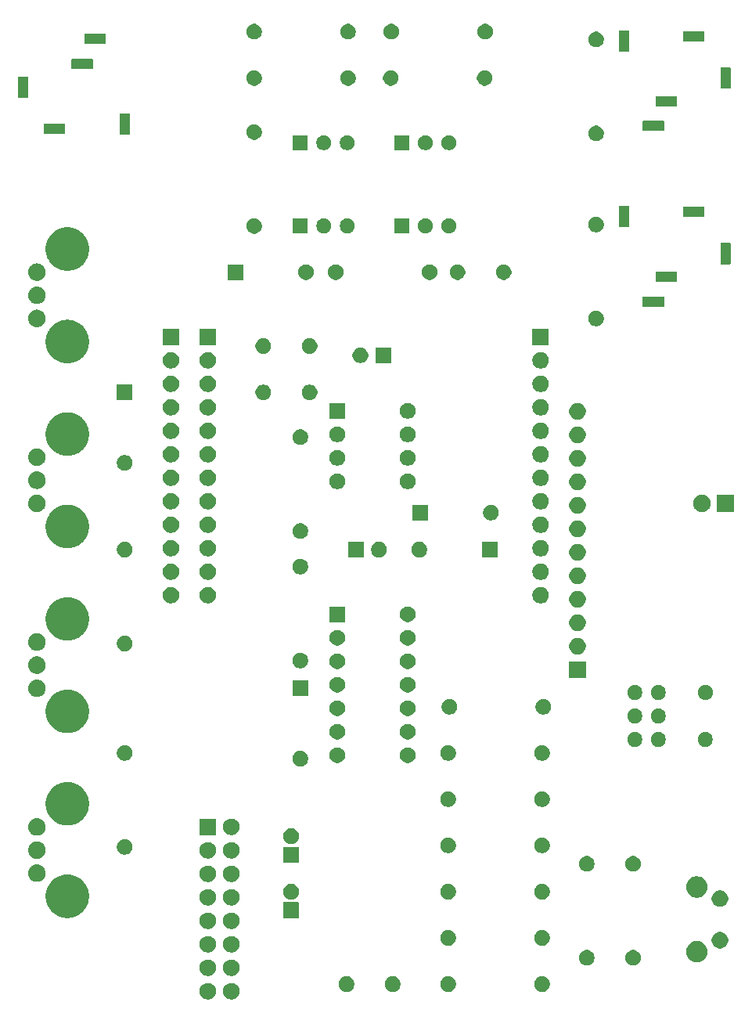
<source format=gbr>
G04 #@! TF.GenerationSoftware,KiCad,Pcbnew,9.0.0*
G04 #@! TF.CreationDate,2025-02-23T15:55:49-07:00*
G04 #@! TF.ProjectId,ADSR_Envelope_THT,41445352-5f45-46e7-9665-6c6f70655f54,rev?*
G04 #@! TF.SameCoordinates,Original*
G04 #@! TF.FileFunction,Soldermask,Top*
G04 #@! TF.FilePolarity,Negative*
%FSLAX46Y46*%
G04 Gerber Fmt 4.6, Leading zero omitted, Abs format (unit mm)*
G04 Created by KiCad (PCBNEW 9.0.0) date 2025-02-23 15:55:49*
%MOMM*%
%LPD*%
G01*
G04 APERTURE LIST*
G04 APERTURE END LIST*
G36*
X22261546Y-106917797D02*
G01*
X22424728Y-106985389D01*
X22571588Y-107083518D01*
X22696482Y-107208412D01*
X22794611Y-107355272D01*
X22862203Y-107518454D01*
X22896661Y-107691687D01*
X22896661Y-107868313D01*
X22862203Y-108041546D01*
X22794611Y-108204728D01*
X22696482Y-108351588D01*
X22571588Y-108476482D01*
X22424728Y-108574611D01*
X22261546Y-108642203D01*
X22088313Y-108676661D01*
X21911687Y-108676661D01*
X21738454Y-108642203D01*
X21575272Y-108574611D01*
X21428412Y-108476482D01*
X21303518Y-108351588D01*
X21205389Y-108204728D01*
X21137797Y-108041546D01*
X21103339Y-107868313D01*
X21103339Y-107691687D01*
X21137797Y-107518454D01*
X21205389Y-107355272D01*
X21303518Y-107208412D01*
X21428412Y-107083518D01*
X21575272Y-106985389D01*
X21738454Y-106917797D01*
X21911687Y-106883339D01*
X22088313Y-106883339D01*
X22261546Y-106917797D01*
G37*
G36*
X24801546Y-106917797D02*
G01*
X24964728Y-106985389D01*
X25111588Y-107083518D01*
X25236482Y-107208412D01*
X25334611Y-107355272D01*
X25402203Y-107518454D01*
X25436661Y-107691687D01*
X25436661Y-107868313D01*
X25402203Y-108041546D01*
X25334611Y-108204728D01*
X25236482Y-108351588D01*
X25111588Y-108476482D01*
X24964728Y-108574611D01*
X24801546Y-108642203D01*
X24628313Y-108676661D01*
X24451687Y-108676661D01*
X24278454Y-108642203D01*
X24115272Y-108574611D01*
X23968412Y-108476482D01*
X23843518Y-108351588D01*
X23745389Y-108204728D01*
X23677797Y-108041546D01*
X23643339Y-107868313D01*
X23643339Y-107691687D01*
X23677797Y-107518454D01*
X23745389Y-107355272D01*
X23843518Y-107208412D01*
X23968412Y-107083518D01*
X24115272Y-106985389D01*
X24278454Y-106917797D01*
X24451687Y-106883339D01*
X24628313Y-106883339D01*
X24801546Y-106917797D01*
G37*
G36*
X37247032Y-106185644D02*
G01*
X37401159Y-106249485D01*
X37539869Y-106342168D01*
X37657832Y-106460131D01*
X37750515Y-106598841D01*
X37814356Y-106752968D01*
X37846902Y-106916587D01*
X37846902Y-107083413D01*
X37814356Y-107247032D01*
X37750515Y-107401159D01*
X37657832Y-107539869D01*
X37539869Y-107657832D01*
X37401159Y-107750515D01*
X37247032Y-107814356D01*
X37083413Y-107846902D01*
X36916587Y-107846902D01*
X36752968Y-107814356D01*
X36598841Y-107750515D01*
X36460131Y-107657832D01*
X36342168Y-107539869D01*
X36249485Y-107401159D01*
X36185644Y-107247032D01*
X36153098Y-107083413D01*
X36153098Y-106916587D01*
X36185644Y-106752968D01*
X36249485Y-106598841D01*
X36342168Y-106460131D01*
X36460131Y-106342168D01*
X36598841Y-106249485D01*
X36752968Y-106185644D01*
X36916587Y-106153098D01*
X37083413Y-106153098D01*
X37247032Y-106185644D01*
G37*
G36*
X42247032Y-106185644D02*
G01*
X42401159Y-106249485D01*
X42539869Y-106342168D01*
X42657832Y-106460131D01*
X42750515Y-106598841D01*
X42814356Y-106752968D01*
X42846902Y-106916587D01*
X42846902Y-107083413D01*
X42814356Y-107247032D01*
X42750515Y-107401159D01*
X42657832Y-107539869D01*
X42539869Y-107657832D01*
X42401159Y-107750515D01*
X42247032Y-107814356D01*
X42083413Y-107846902D01*
X41916587Y-107846902D01*
X41752968Y-107814356D01*
X41598841Y-107750515D01*
X41460131Y-107657832D01*
X41342168Y-107539869D01*
X41249485Y-107401159D01*
X41185644Y-107247032D01*
X41153098Y-107083413D01*
X41153098Y-106916587D01*
X41185644Y-106752968D01*
X41249485Y-106598841D01*
X41342168Y-106460131D01*
X41460131Y-106342168D01*
X41598841Y-106249485D01*
X41752968Y-106185644D01*
X41916587Y-106153098D01*
X42083413Y-106153098D01*
X42247032Y-106185644D01*
G37*
G36*
X48247032Y-106185644D02*
G01*
X48401159Y-106249485D01*
X48539869Y-106342168D01*
X48657832Y-106460131D01*
X48750515Y-106598841D01*
X48814356Y-106752968D01*
X48846902Y-106916587D01*
X48846902Y-107083413D01*
X48814356Y-107247032D01*
X48750515Y-107401159D01*
X48657832Y-107539869D01*
X48539869Y-107657832D01*
X48401159Y-107750515D01*
X48247032Y-107814356D01*
X48083413Y-107846902D01*
X47916587Y-107846902D01*
X47752968Y-107814356D01*
X47598841Y-107750515D01*
X47460131Y-107657832D01*
X47342168Y-107539869D01*
X47249485Y-107401159D01*
X47185644Y-107247032D01*
X47153098Y-107083413D01*
X47153098Y-106916587D01*
X47185644Y-106752968D01*
X47249485Y-106598841D01*
X47342168Y-106460131D01*
X47460131Y-106342168D01*
X47598841Y-106249485D01*
X47752968Y-106185644D01*
X47916587Y-106153098D01*
X48083413Y-106153098D01*
X48247032Y-106185644D01*
G37*
G36*
X58407032Y-106185644D02*
G01*
X58561159Y-106249485D01*
X58699869Y-106342168D01*
X58817832Y-106460131D01*
X58910515Y-106598841D01*
X58974356Y-106752968D01*
X59006902Y-106916587D01*
X59006902Y-107083413D01*
X58974356Y-107247032D01*
X58910515Y-107401159D01*
X58817832Y-107539869D01*
X58699869Y-107657832D01*
X58561159Y-107750515D01*
X58407032Y-107814356D01*
X58243413Y-107846902D01*
X58076587Y-107846902D01*
X57912968Y-107814356D01*
X57758841Y-107750515D01*
X57620131Y-107657832D01*
X57502168Y-107539869D01*
X57409485Y-107401159D01*
X57345644Y-107247032D01*
X57313098Y-107083413D01*
X57313098Y-106916587D01*
X57345644Y-106752968D01*
X57409485Y-106598841D01*
X57502168Y-106460131D01*
X57620131Y-106342168D01*
X57758841Y-106249485D01*
X57912968Y-106185644D01*
X58076587Y-106153098D01*
X58243413Y-106153098D01*
X58407032Y-106185644D01*
G37*
G36*
X22261546Y-104377797D02*
G01*
X22424728Y-104445389D01*
X22571588Y-104543518D01*
X22696482Y-104668412D01*
X22794611Y-104815272D01*
X22862203Y-104978454D01*
X22896661Y-105151687D01*
X22896661Y-105328313D01*
X22862203Y-105501546D01*
X22794611Y-105664728D01*
X22696482Y-105811588D01*
X22571588Y-105936482D01*
X22424728Y-106034611D01*
X22261546Y-106102203D01*
X22088313Y-106136661D01*
X21911687Y-106136661D01*
X21738454Y-106102203D01*
X21575272Y-106034611D01*
X21428412Y-105936482D01*
X21303518Y-105811588D01*
X21205389Y-105664728D01*
X21137797Y-105501546D01*
X21103339Y-105328313D01*
X21103339Y-105151687D01*
X21137797Y-104978454D01*
X21205389Y-104815272D01*
X21303518Y-104668412D01*
X21428412Y-104543518D01*
X21575272Y-104445389D01*
X21738454Y-104377797D01*
X21911687Y-104343339D01*
X22088313Y-104343339D01*
X22261546Y-104377797D01*
G37*
G36*
X24801546Y-104377797D02*
G01*
X24964728Y-104445389D01*
X25111588Y-104543518D01*
X25236482Y-104668412D01*
X25334611Y-104815272D01*
X25402203Y-104978454D01*
X25436661Y-105151687D01*
X25436661Y-105328313D01*
X25402203Y-105501546D01*
X25334611Y-105664728D01*
X25236482Y-105811588D01*
X25111588Y-105936482D01*
X24964728Y-106034611D01*
X24801546Y-106102203D01*
X24628313Y-106136661D01*
X24451687Y-106136661D01*
X24278454Y-106102203D01*
X24115272Y-106034611D01*
X23968412Y-105936482D01*
X23843518Y-105811588D01*
X23745389Y-105664728D01*
X23677797Y-105501546D01*
X23643339Y-105328313D01*
X23643339Y-105151687D01*
X23677797Y-104978454D01*
X23745389Y-104815272D01*
X23843518Y-104668412D01*
X23968412Y-104543518D01*
X24115272Y-104445389D01*
X24278454Y-104377797D01*
X24451687Y-104343339D01*
X24628313Y-104343339D01*
X24801546Y-104377797D01*
G37*
G36*
X63247032Y-103345644D02*
G01*
X63401159Y-103409485D01*
X63539869Y-103502168D01*
X63657832Y-103620131D01*
X63750515Y-103758841D01*
X63814356Y-103912968D01*
X63846902Y-104076587D01*
X63846902Y-104243413D01*
X63814356Y-104407032D01*
X63750515Y-104561159D01*
X63657832Y-104699869D01*
X63539869Y-104817832D01*
X63401159Y-104910515D01*
X63247032Y-104974356D01*
X63083413Y-105006902D01*
X62916587Y-105006902D01*
X62752968Y-104974356D01*
X62598841Y-104910515D01*
X62460131Y-104817832D01*
X62342168Y-104699869D01*
X62249485Y-104561159D01*
X62185644Y-104407032D01*
X62153098Y-104243413D01*
X62153098Y-104076587D01*
X62185644Y-103912968D01*
X62249485Y-103758841D01*
X62342168Y-103620131D01*
X62460131Y-103502168D01*
X62598841Y-103409485D01*
X62752968Y-103345644D01*
X62916587Y-103313098D01*
X63083413Y-103313098D01*
X63247032Y-103345644D01*
G37*
G36*
X68247032Y-103345644D02*
G01*
X68401159Y-103409485D01*
X68539869Y-103502168D01*
X68657832Y-103620131D01*
X68750515Y-103758841D01*
X68814356Y-103912968D01*
X68846902Y-104076587D01*
X68846902Y-104243413D01*
X68814356Y-104407032D01*
X68750515Y-104561159D01*
X68657832Y-104699869D01*
X68539869Y-104817832D01*
X68401159Y-104910515D01*
X68247032Y-104974356D01*
X68083413Y-105006902D01*
X67916587Y-105006902D01*
X67752968Y-104974356D01*
X67598841Y-104910515D01*
X67460131Y-104817832D01*
X67342168Y-104699869D01*
X67249485Y-104561159D01*
X67185644Y-104407032D01*
X67153098Y-104243413D01*
X67153098Y-104076587D01*
X67185644Y-103912968D01*
X67249485Y-103758841D01*
X67342168Y-103620131D01*
X67460131Y-103502168D01*
X67598841Y-103409485D01*
X67752968Y-103345644D01*
X67916587Y-103313098D01*
X68083413Y-103313098D01*
X68247032Y-103345644D01*
G37*
G36*
X75168696Y-102380802D02*
G01*
X75340469Y-102436615D01*
X75501396Y-102518611D01*
X75647515Y-102624773D01*
X75775227Y-102752485D01*
X75881389Y-102898604D01*
X75963385Y-103059531D01*
X76019198Y-103231304D01*
X76047452Y-103409694D01*
X76047452Y-103590306D01*
X76019198Y-103768696D01*
X75963385Y-103940469D01*
X75881389Y-104101396D01*
X75775227Y-104247515D01*
X75647515Y-104375227D01*
X75501396Y-104481389D01*
X75340469Y-104563385D01*
X75168696Y-104619198D01*
X74990306Y-104647452D01*
X74809694Y-104647452D01*
X74631304Y-104619198D01*
X74459531Y-104563385D01*
X74298604Y-104481389D01*
X74152485Y-104375227D01*
X74024773Y-104247515D01*
X73918611Y-104101396D01*
X73836615Y-103940469D01*
X73780802Y-103768696D01*
X73752548Y-103590306D01*
X73752548Y-103409694D01*
X73780802Y-103231304D01*
X73836615Y-103059531D01*
X73918611Y-102898604D01*
X74024773Y-102752485D01*
X74152485Y-102624773D01*
X74298604Y-102518611D01*
X74459531Y-102436615D01*
X74631304Y-102380802D01*
X74809694Y-102352548D01*
X74990306Y-102352548D01*
X75168696Y-102380802D01*
G37*
G36*
X22261546Y-101837797D02*
G01*
X22424728Y-101905389D01*
X22571588Y-102003518D01*
X22696482Y-102128412D01*
X22794611Y-102275272D01*
X22862203Y-102438454D01*
X22896661Y-102611687D01*
X22896661Y-102788313D01*
X22862203Y-102961546D01*
X22794611Y-103124728D01*
X22696482Y-103271588D01*
X22571588Y-103396482D01*
X22424728Y-103494611D01*
X22261546Y-103562203D01*
X22088313Y-103596661D01*
X21911687Y-103596661D01*
X21738454Y-103562203D01*
X21575272Y-103494611D01*
X21428412Y-103396482D01*
X21303518Y-103271588D01*
X21205389Y-103124728D01*
X21137797Y-102961546D01*
X21103339Y-102788313D01*
X21103339Y-102611687D01*
X21137797Y-102438454D01*
X21205389Y-102275272D01*
X21303518Y-102128412D01*
X21428412Y-102003518D01*
X21575272Y-101905389D01*
X21738454Y-101837797D01*
X21911687Y-101803339D01*
X22088313Y-101803339D01*
X22261546Y-101837797D01*
G37*
G36*
X24801546Y-101837797D02*
G01*
X24964728Y-101905389D01*
X25111588Y-102003518D01*
X25236482Y-102128412D01*
X25334611Y-102275272D01*
X25402203Y-102438454D01*
X25436661Y-102611687D01*
X25436661Y-102788313D01*
X25402203Y-102961546D01*
X25334611Y-103124728D01*
X25236482Y-103271588D01*
X25111588Y-103396482D01*
X24964728Y-103494611D01*
X24801546Y-103562203D01*
X24628313Y-103596661D01*
X24451687Y-103596661D01*
X24278454Y-103562203D01*
X24115272Y-103494611D01*
X23968412Y-103396482D01*
X23843518Y-103271588D01*
X23745389Y-103124728D01*
X23677797Y-102961546D01*
X23643339Y-102788313D01*
X23643339Y-102611687D01*
X23677797Y-102438454D01*
X23745389Y-102275272D01*
X23843518Y-102128412D01*
X23968412Y-102003518D01*
X24115272Y-101905389D01*
X24278454Y-101837797D01*
X24451687Y-101803339D01*
X24628313Y-101803339D01*
X24801546Y-101837797D01*
G37*
G36*
X77661546Y-101387797D02*
G01*
X77824728Y-101455389D01*
X77971588Y-101553518D01*
X78096482Y-101678412D01*
X78194611Y-101825272D01*
X78262203Y-101988454D01*
X78296661Y-102161687D01*
X78296661Y-102338313D01*
X78262203Y-102511546D01*
X78194611Y-102674728D01*
X78096482Y-102821588D01*
X77971588Y-102946482D01*
X77824728Y-103044611D01*
X77661546Y-103112203D01*
X77488313Y-103146661D01*
X77311687Y-103146661D01*
X77138454Y-103112203D01*
X76975272Y-103044611D01*
X76828412Y-102946482D01*
X76703518Y-102821588D01*
X76605389Y-102674728D01*
X76537797Y-102511546D01*
X76503339Y-102338313D01*
X76503339Y-102161687D01*
X76537797Y-101988454D01*
X76605389Y-101825272D01*
X76703518Y-101678412D01*
X76828412Y-101553518D01*
X76975272Y-101455389D01*
X77138454Y-101387797D01*
X77311687Y-101353339D01*
X77488313Y-101353339D01*
X77661546Y-101387797D01*
G37*
G36*
X48247032Y-101185644D02*
G01*
X48401159Y-101249485D01*
X48539869Y-101342168D01*
X48657832Y-101460131D01*
X48750515Y-101598841D01*
X48814356Y-101752968D01*
X48846902Y-101916587D01*
X48846902Y-102083413D01*
X48814356Y-102247032D01*
X48750515Y-102401159D01*
X48657832Y-102539869D01*
X48539869Y-102657832D01*
X48401159Y-102750515D01*
X48247032Y-102814356D01*
X48083413Y-102846902D01*
X47916587Y-102846902D01*
X47752968Y-102814356D01*
X47598841Y-102750515D01*
X47460131Y-102657832D01*
X47342168Y-102539869D01*
X47249485Y-102401159D01*
X47185644Y-102247032D01*
X47153098Y-102083413D01*
X47153098Y-101916587D01*
X47185644Y-101752968D01*
X47249485Y-101598841D01*
X47342168Y-101460131D01*
X47460131Y-101342168D01*
X47598841Y-101249485D01*
X47752968Y-101185644D01*
X47916587Y-101153098D01*
X48083413Y-101153098D01*
X48247032Y-101185644D01*
G37*
G36*
X58407032Y-101185644D02*
G01*
X58561159Y-101249485D01*
X58699869Y-101342168D01*
X58817832Y-101460131D01*
X58910515Y-101598841D01*
X58974356Y-101752968D01*
X59006902Y-101916587D01*
X59006902Y-102083413D01*
X58974356Y-102247032D01*
X58910515Y-102401159D01*
X58817832Y-102539869D01*
X58699869Y-102657832D01*
X58561159Y-102750515D01*
X58407032Y-102814356D01*
X58243413Y-102846902D01*
X58076587Y-102846902D01*
X57912968Y-102814356D01*
X57758841Y-102750515D01*
X57620131Y-102657832D01*
X57502168Y-102539869D01*
X57409485Y-102401159D01*
X57345644Y-102247032D01*
X57313098Y-102083413D01*
X57313098Y-101916587D01*
X57345644Y-101752968D01*
X57409485Y-101598841D01*
X57502168Y-101460131D01*
X57620131Y-101342168D01*
X57758841Y-101249485D01*
X57912968Y-101185644D01*
X58076587Y-101153098D01*
X58243413Y-101153098D01*
X58407032Y-101185644D01*
G37*
G36*
X22261546Y-99297797D02*
G01*
X22424728Y-99365389D01*
X22571588Y-99463518D01*
X22696482Y-99588412D01*
X22794611Y-99735272D01*
X22862203Y-99898454D01*
X22896661Y-100071687D01*
X22896661Y-100248313D01*
X22862203Y-100421546D01*
X22794611Y-100584728D01*
X22696482Y-100731588D01*
X22571588Y-100856482D01*
X22424728Y-100954611D01*
X22261546Y-101022203D01*
X22088313Y-101056661D01*
X21911687Y-101056661D01*
X21738454Y-101022203D01*
X21575272Y-100954611D01*
X21428412Y-100856482D01*
X21303518Y-100731588D01*
X21205389Y-100584728D01*
X21137797Y-100421546D01*
X21103339Y-100248313D01*
X21103339Y-100071687D01*
X21137797Y-99898454D01*
X21205389Y-99735272D01*
X21303518Y-99588412D01*
X21428412Y-99463518D01*
X21575272Y-99365389D01*
X21738454Y-99297797D01*
X21911687Y-99263339D01*
X22088313Y-99263339D01*
X22261546Y-99297797D01*
G37*
G36*
X24801546Y-99297797D02*
G01*
X24964728Y-99365389D01*
X25111588Y-99463518D01*
X25236482Y-99588412D01*
X25334611Y-99735272D01*
X25402203Y-99898454D01*
X25436661Y-100071687D01*
X25436661Y-100248313D01*
X25402203Y-100421546D01*
X25334611Y-100584728D01*
X25236482Y-100731588D01*
X25111588Y-100856482D01*
X24964728Y-100954611D01*
X24801546Y-101022203D01*
X24628313Y-101056661D01*
X24451687Y-101056661D01*
X24278454Y-101022203D01*
X24115272Y-100954611D01*
X23968412Y-100856482D01*
X23843518Y-100731588D01*
X23745389Y-100584728D01*
X23677797Y-100421546D01*
X23643339Y-100248313D01*
X23643339Y-100071687D01*
X23677797Y-99898454D01*
X23745389Y-99735272D01*
X23843518Y-99588412D01*
X23968412Y-99463518D01*
X24115272Y-99365389D01*
X24278454Y-99297797D01*
X24451687Y-99263339D01*
X24628313Y-99263339D01*
X24801546Y-99297797D01*
G37*
G36*
X31819517Y-98152882D02*
G01*
X31836062Y-98163938D01*
X31847118Y-98180483D01*
X31851000Y-98200000D01*
X31851000Y-99800000D01*
X31847118Y-99819517D01*
X31836062Y-99836062D01*
X31819517Y-99847118D01*
X31800000Y-99851000D01*
X30200000Y-99851000D01*
X30180483Y-99847118D01*
X30163938Y-99836062D01*
X30152882Y-99819517D01*
X30149000Y-99800000D01*
X30149000Y-98200000D01*
X30152882Y-98180483D01*
X30163938Y-98163938D01*
X30180483Y-98152882D01*
X30200000Y-98149000D01*
X31800000Y-98149000D01*
X31819517Y-98152882D01*
G37*
G36*
X6941920Y-95154034D02*
G01*
X6953763Y-95154034D01*
X7024053Y-95163287D01*
X7193772Y-95182410D01*
X7227124Y-95190022D01*
X7258657Y-95194174D01*
X7335379Y-95214731D01*
X7450782Y-95241072D01*
X7506678Y-95260630D01*
X7555704Y-95273767D01*
X7618194Y-95299651D01*
X7699617Y-95328142D01*
X7777336Y-95365569D01*
X7839821Y-95391452D01*
X7883773Y-95416827D01*
X7937125Y-95442521D01*
X8037338Y-95505489D01*
X8106146Y-95545215D01*
X8131386Y-95564582D01*
X8160341Y-95582776D01*
X8293832Y-95689232D01*
X8350122Y-95732425D01*
X8358501Y-95740804D01*
X8366446Y-95747140D01*
X8552859Y-95933553D01*
X8559194Y-95941497D01*
X8567575Y-95949878D01*
X8610772Y-96006174D01*
X8717223Y-96139658D01*
X8735415Y-96168610D01*
X8754785Y-96193854D01*
X8794515Y-96262668D01*
X8857478Y-96362874D01*
X8883168Y-96416221D01*
X8908548Y-96460179D01*
X8934433Y-96522671D01*
X8971857Y-96600382D01*
X9000344Y-96681795D01*
X9026233Y-96744296D01*
X9039371Y-96793329D01*
X9058927Y-96849217D01*
X9085263Y-96964600D01*
X9105826Y-97041343D01*
X9109978Y-97072883D01*
X9117589Y-97106227D01*
X9136709Y-97275929D01*
X9145966Y-97346237D01*
X9145966Y-97358080D01*
X9147105Y-97368189D01*
X9147105Y-97631810D01*
X9145966Y-97641918D01*
X9145966Y-97653763D01*
X9136709Y-97724076D01*
X9117589Y-97893772D01*
X9109978Y-97927114D01*
X9105826Y-97958657D01*
X9085261Y-98035405D01*
X9058927Y-98150782D01*
X9039372Y-98206665D01*
X9026233Y-98255704D01*
X9000342Y-98318210D01*
X8971857Y-98399617D01*
X8934436Y-98477321D01*
X8908548Y-98539821D01*
X8883166Y-98583783D01*
X8857478Y-98637125D01*
X8794522Y-98737319D01*
X8754785Y-98806146D01*
X8735411Y-98831393D01*
X8717223Y-98860341D01*
X8610793Y-98993799D01*
X8567575Y-99050122D01*
X8559190Y-99058506D01*
X8552859Y-99066446D01*
X8366446Y-99252859D01*
X8358506Y-99259190D01*
X8350122Y-99267575D01*
X8293799Y-99310793D01*
X8160341Y-99417223D01*
X8131393Y-99435411D01*
X8106146Y-99454785D01*
X8037319Y-99494522D01*
X7937125Y-99557478D01*
X7883783Y-99583166D01*
X7839821Y-99608548D01*
X7777321Y-99634436D01*
X7699617Y-99671857D01*
X7618210Y-99700342D01*
X7555704Y-99726233D01*
X7506665Y-99739372D01*
X7450782Y-99758927D01*
X7335405Y-99785261D01*
X7258657Y-99805826D01*
X7227114Y-99809978D01*
X7193772Y-99817589D01*
X7024072Y-99836709D01*
X6953763Y-99845966D01*
X6941920Y-99845966D01*
X6931811Y-99847105D01*
X6668189Y-99847105D01*
X6658080Y-99845966D01*
X6646237Y-99845966D01*
X6575929Y-99836709D01*
X6406227Y-99817589D01*
X6372883Y-99809978D01*
X6341343Y-99805826D01*
X6264600Y-99785263D01*
X6149217Y-99758927D01*
X6093329Y-99739371D01*
X6044296Y-99726233D01*
X5981795Y-99700344D01*
X5900382Y-99671857D01*
X5822671Y-99634433D01*
X5760179Y-99608548D01*
X5716221Y-99583168D01*
X5662874Y-99557478D01*
X5562668Y-99494515D01*
X5493854Y-99454785D01*
X5468610Y-99435415D01*
X5439658Y-99417223D01*
X5306174Y-99310772D01*
X5249878Y-99267575D01*
X5241497Y-99259194D01*
X5233553Y-99252859D01*
X5047140Y-99066446D01*
X5040804Y-99058501D01*
X5032425Y-99050122D01*
X4989232Y-98993832D01*
X4882776Y-98860341D01*
X4864582Y-98831386D01*
X4845215Y-98806146D01*
X4805489Y-98737338D01*
X4742521Y-98637125D01*
X4716827Y-98583773D01*
X4691452Y-98539821D01*
X4665569Y-98477336D01*
X4628142Y-98399617D01*
X4599651Y-98318194D01*
X4573767Y-98255704D01*
X4560630Y-98206678D01*
X4541072Y-98150782D01*
X4514731Y-98035379D01*
X4494174Y-97958657D01*
X4490022Y-97927124D01*
X4482410Y-97893772D01*
X4463288Y-97724057D01*
X4454034Y-97653763D01*
X4454034Y-97641919D01*
X4452895Y-97631810D01*
X4452895Y-97368189D01*
X4454034Y-97358079D01*
X4454034Y-97346237D01*
X4463287Y-97275948D01*
X4482410Y-97106227D01*
X4490023Y-97072872D01*
X4494174Y-97041343D01*
X4514730Y-96964625D01*
X4541072Y-96849217D01*
X4560631Y-96793317D01*
X4573767Y-96744296D01*
X4599649Y-96681810D01*
X4628142Y-96600382D01*
X4665572Y-96522656D01*
X4691452Y-96460179D01*
X4716825Y-96416231D01*
X4742521Y-96362874D01*
X4805496Y-96262648D01*
X4845215Y-96193854D01*
X4864579Y-96168617D01*
X4882776Y-96139658D01*
X4989252Y-96006141D01*
X5032425Y-95949878D01*
X5040800Y-95941502D01*
X5047140Y-95933553D01*
X5233553Y-95747140D01*
X5241502Y-95740800D01*
X5249878Y-95732425D01*
X5306141Y-95689252D01*
X5439658Y-95582776D01*
X5468617Y-95564579D01*
X5493854Y-95545215D01*
X5562648Y-95505496D01*
X5662874Y-95442521D01*
X5716231Y-95416825D01*
X5760179Y-95391452D01*
X5822656Y-95365572D01*
X5900382Y-95328142D01*
X5981810Y-95299649D01*
X6044296Y-95273767D01*
X6093317Y-95260631D01*
X6149217Y-95241072D01*
X6264625Y-95214730D01*
X6341343Y-95194174D01*
X6372872Y-95190023D01*
X6406227Y-95182410D01*
X6575948Y-95163287D01*
X6646237Y-95154034D01*
X6658080Y-95154034D01*
X6668189Y-95152895D01*
X6931811Y-95152895D01*
X6941920Y-95154034D01*
G37*
G36*
X77661546Y-96887797D02*
G01*
X77824728Y-96955389D01*
X77971588Y-97053518D01*
X78096482Y-97178412D01*
X78194611Y-97325272D01*
X78262203Y-97488454D01*
X78296661Y-97661687D01*
X78296661Y-97838313D01*
X78262203Y-98011546D01*
X78194611Y-98174728D01*
X78096482Y-98321588D01*
X77971588Y-98446482D01*
X77824728Y-98544611D01*
X77661546Y-98612203D01*
X77488313Y-98646661D01*
X77311687Y-98646661D01*
X77138454Y-98612203D01*
X76975272Y-98544611D01*
X76828412Y-98446482D01*
X76703518Y-98321588D01*
X76605389Y-98174728D01*
X76537797Y-98011546D01*
X76503339Y-97838313D01*
X76503339Y-97661687D01*
X76537797Y-97488454D01*
X76605389Y-97325272D01*
X76703518Y-97178412D01*
X76828412Y-97053518D01*
X76975272Y-96955389D01*
X77138454Y-96887797D01*
X77311687Y-96853339D01*
X77488313Y-96853339D01*
X77661546Y-96887797D01*
G37*
G36*
X22261546Y-96757797D02*
G01*
X22424728Y-96825389D01*
X22571588Y-96923518D01*
X22696482Y-97048412D01*
X22794611Y-97195272D01*
X22862203Y-97358454D01*
X22896661Y-97531687D01*
X22896661Y-97708313D01*
X22862203Y-97881546D01*
X22794611Y-98044728D01*
X22696482Y-98191588D01*
X22571588Y-98316482D01*
X22424728Y-98414611D01*
X22261546Y-98482203D01*
X22088313Y-98516661D01*
X21911687Y-98516661D01*
X21738454Y-98482203D01*
X21575272Y-98414611D01*
X21428412Y-98316482D01*
X21303518Y-98191588D01*
X21205389Y-98044728D01*
X21137797Y-97881546D01*
X21103339Y-97708313D01*
X21103339Y-97531687D01*
X21137797Y-97358454D01*
X21205389Y-97195272D01*
X21303518Y-97048412D01*
X21428412Y-96923518D01*
X21575272Y-96825389D01*
X21738454Y-96757797D01*
X21911687Y-96723339D01*
X22088313Y-96723339D01*
X22261546Y-96757797D01*
G37*
G36*
X24801546Y-96757797D02*
G01*
X24964728Y-96825389D01*
X25111588Y-96923518D01*
X25236482Y-97048412D01*
X25334611Y-97195272D01*
X25402203Y-97358454D01*
X25436661Y-97531687D01*
X25436661Y-97708313D01*
X25402203Y-97881546D01*
X25334611Y-98044728D01*
X25236482Y-98191588D01*
X25111588Y-98316482D01*
X24964728Y-98414611D01*
X24801546Y-98482203D01*
X24628313Y-98516661D01*
X24451687Y-98516661D01*
X24278454Y-98482203D01*
X24115272Y-98414611D01*
X23968412Y-98316482D01*
X23843518Y-98191588D01*
X23745389Y-98044728D01*
X23677797Y-97881546D01*
X23643339Y-97708313D01*
X23643339Y-97531687D01*
X23677797Y-97358454D01*
X23745389Y-97195272D01*
X23843518Y-97048412D01*
X23968412Y-96923518D01*
X24115272Y-96825389D01*
X24278454Y-96757797D01*
X24451687Y-96723339D01*
X24628313Y-96723339D01*
X24801546Y-96757797D01*
G37*
G36*
X31247032Y-96185644D02*
G01*
X31401159Y-96249485D01*
X31539869Y-96342168D01*
X31657832Y-96460131D01*
X31750515Y-96598841D01*
X31814356Y-96752968D01*
X31846902Y-96916587D01*
X31846902Y-97083413D01*
X31814356Y-97247032D01*
X31750515Y-97401159D01*
X31657832Y-97539869D01*
X31539869Y-97657832D01*
X31401159Y-97750515D01*
X31247032Y-97814356D01*
X31083413Y-97846902D01*
X30916587Y-97846902D01*
X30752968Y-97814356D01*
X30598841Y-97750515D01*
X30460131Y-97657832D01*
X30342168Y-97539869D01*
X30249485Y-97401159D01*
X30185644Y-97247032D01*
X30153098Y-97083413D01*
X30153098Y-96916587D01*
X30185644Y-96752968D01*
X30249485Y-96598841D01*
X30342168Y-96460131D01*
X30460131Y-96342168D01*
X30598841Y-96249485D01*
X30752968Y-96185644D01*
X30916587Y-96153098D01*
X31083413Y-96153098D01*
X31247032Y-96185644D01*
G37*
G36*
X48247032Y-96185644D02*
G01*
X48401159Y-96249485D01*
X48539869Y-96342168D01*
X48657832Y-96460131D01*
X48750515Y-96598841D01*
X48814356Y-96752968D01*
X48846902Y-96916587D01*
X48846902Y-97083413D01*
X48814356Y-97247032D01*
X48750515Y-97401159D01*
X48657832Y-97539869D01*
X48539869Y-97657832D01*
X48401159Y-97750515D01*
X48247032Y-97814356D01*
X48083413Y-97846902D01*
X47916587Y-97846902D01*
X47752968Y-97814356D01*
X47598841Y-97750515D01*
X47460131Y-97657832D01*
X47342168Y-97539869D01*
X47249485Y-97401159D01*
X47185644Y-97247032D01*
X47153098Y-97083413D01*
X47153098Y-96916587D01*
X47185644Y-96752968D01*
X47249485Y-96598841D01*
X47342168Y-96460131D01*
X47460131Y-96342168D01*
X47598841Y-96249485D01*
X47752968Y-96185644D01*
X47916587Y-96153098D01*
X48083413Y-96153098D01*
X48247032Y-96185644D01*
G37*
G36*
X58407032Y-96185644D02*
G01*
X58561159Y-96249485D01*
X58699869Y-96342168D01*
X58817832Y-96460131D01*
X58910515Y-96598841D01*
X58974356Y-96752968D01*
X59006902Y-96916587D01*
X59006902Y-97083413D01*
X58974356Y-97247032D01*
X58910515Y-97401159D01*
X58817832Y-97539869D01*
X58699869Y-97657832D01*
X58561159Y-97750515D01*
X58407032Y-97814356D01*
X58243413Y-97846902D01*
X58076587Y-97846902D01*
X57912968Y-97814356D01*
X57758841Y-97750515D01*
X57620131Y-97657832D01*
X57502168Y-97539869D01*
X57409485Y-97401159D01*
X57345644Y-97247032D01*
X57313098Y-97083413D01*
X57313098Y-96916587D01*
X57345644Y-96752968D01*
X57409485Y-96598841D01*
X57502168Y-96460131D01*
X57620131Y-96342168D01*
X57758841Y-96249485D01*
X57912968Y-96185644D01*
X58076587Y-96153098D01*
X58243413Y-96153098D01*
X58407032Y-96185644D01*
G37*
G36*
X75168696Y-95380802D02*
G01*
X75340469Y-95436615D01*
X75501396Y-95518611D01*
X75647515Y-95624773D01*
X75775227Y-95752485D01*
X75881389Y-95898604D01*
X75963385Y-96059531D01*
X76019198Y-96231304D01*
X76047452Y-96409694D01*
X76047452Y-96590306D01*
X76019198Y-96768696D01*
X75963385Y-96940469D01*
X75881389Y-97101396D01*
X75775227Y-97247515D01*
X75647515Y-97375227D01*
X75501396Y-97481389D01*
X75340469Y-97563385D01*
X75168696Y-97619198D01*
X74990306Y-97647452D01*
X74809694Y-97647452D01*
X74631304Y-97619198D01*
X74459531Y-97563385D01*
X74298604Y-97481389D01*
X74152485Y-97375227D01*
X74024773Y-97247515D01*
X73918611Y-97101396D01*
X73836615Y-96940469D01*
X73780802Y-96768696D01*
X73752548Y-96590306D01*
X73752548Y-96409694D01*
X73780802Y-96231304D01*
X73836615Y-96059531D01*
X73918611Y-95898604D01*
X74024773Y-95752485D01*
X74152485Y-95624773D01*
X74298604Y-95518611D01*
X74459531Y-95436615D01*
X74631304Y-95380802D01*
X74809694Y-95352548D01*
X74990306Y-95352548D01*
X75168696Y-95380802D01*
G37*
G36*
X22261546Y-94217797D02*
G01*
X22424728Y-94285389D01*
X22571588Y-94383518D01*
X22696482Y-94508412D01*
X22794611Y-94655272D01*
X22862203Y-94818454D01*
X22896661Y-94991687D01*
X22896661Y-95168313D01*
X22862203Y-95341546D01*
X22794611Y-95504728D01*
X22696482Y-95651588D01*
X22571588Y-95776482D01*
X22424728Y-95874611D01*
X22261546Y-95942203D01*
X22088313Y-95976661D01*
X21911687Y-95976661D01*
X21738454Y-95942203D01*
X21575272Y-95874611D01*
X21428412Y-95776482D01*
X21303518Y-95651588D01*
X21205389Y-95504728D01*
X21137797Y-95341546D01*
X21103339Y-95168313D01*
X21103339Y-94991687D01*
X21137797Y-94818454D01*
X21205389Y-94655272D01*
X21303518Y-94508412D01*
X21428412Y-94383518D01*
X21575272Y-94285389D01*
X21738454Y-94217797D01*
X21911687Y-94183339D01*
X22088313Y-94183339D01*
X22261546Y-94217797D01*
G37*
G36*
X24801546Y-94217797D02*
G01*
X24964728Y-94285389D01*
X25111588Y-94383518D01*
X25236482Y-94508412D01*
X25334611Y-94655272D01*
X25402203Y-94818454D01*
X25436661Y-94991687D01*
X25436661Y-95168313D01*
X25402203Y-95341546D01*
X25334611Y-95504728D01*
X25236482Y-95651588D01*
X25111588Y-95776482D01*
X24964728Y-95874611D01*
X24801546Y-95942203D01*
X24628313Y-95976661D01*
X24451687Y-95976661D01*
X24278454Y-95942203D01*
X24115272Y-95874611D01*
X23968412Y-95776482D01*
X23843518Y-95651588D01*
X23745389Y-95504728D01*
X23677797Y-95341546D01*
X23643339Y-95168313D01*
X23643339Y-94991687D01*
X23677797Y-94818454D01*
X23745389Y-94655272D01*
X23843518Y-94508412D01*
X23968412Y-94383518D01*
X24115272Y-94285389D01*
X24278454Y-94217797D01*
X24451687Y-94183339D01*
X24628313Y-94183339D01*
X24801546Y-94217797D01*
G37*
G36*
X3582553Y-94053579D02*
G01*
X3593214Y-94053579D01*
X3634865Y-94061864D01*
X3721916Y-94075651D01*
X3749918Y-94084749D01*
X3776061Y-94089950D01*
X3812956Y-94105232D01*
X3863784Y-94121748D01*
X3911399Y-94146009D01*
X3948298Y-94161293D01*
X3970463Y-94176103D01*
X3996693Y-94189468D01*
X4067990Y-94241268D01*
X4103308Y-94264867D01*
X4110846Y-94272405D01*
X4117370Y-94277145D01*
X4222854Y-94382629D01*
X4227593Y-94389152D01*
X4235133Y-94396692D01*
X4258734Y-94432014D01*
X4310531Y-94503306D01*
X4323894Y-94529533D01*
X4338707Y-94551702D01*
X4353993Y-94588605D01*
X4378251Y-94636215D01*
X4394764Y-94687035D01*
X4410050Y-94723939D01*
X4415251Y-94750086D01*
X4424348Y-94778083D01*
X4438134Y-94865125D01*
X4446421Y-94906786D01*
X4446421Y-94917447D01*
X4447683Y-94925415D01*
X4447683Y-95074584D01*
X4446421Y-95082551D01*
X4446421Y-95093214D01*
X4438133Y-95134877D01*
X4424348Y-95221916D01*
X4415251Y-95249910D01*
X4410050Y-95276061D01*
X4394762Y-95312968D01*
X4378251Y-95363784D01*
X4353995Y-95411388D01*
X4338707Y-95448298D01*
X4323892Y-95470470D01*
X4310531Y-95496693D01*
X4258742Y-95567973D01*
X4235133Y-95603308D01*
X4227591Y-95610849D01*
X4222854Y-95617370D01*
X4117370Y-95722854D01*
X4110849Y-95727591D01*
X4103308Y-95735133D01*
X4067973Y-95758742D01*
X3996693Y-95810531D01*
X3970470Y-95823892D01*
X3948298Y-95838707D01*
X3911388Y-95853995D01*
X3863784Y-95878251D01*
X3812968Y-95894762D01*
X3776061Y-95910050D01*
X3749910Y-95915251D01*
X3721916Y-95924348D01*
X3634875Y-95938133D01*
X3593214Y-95946421D01*
X3582553Y-95946421D01*
X3574585Y-95947683D01*
X3425415Y-95947683D01*
X3417447Y-95946421D01*
X3406786Y-95946421D01*
X3365125Y-95938134D01*
X3278083Y-95924348D01*
X3250086Y-95915251D01*
X3223939Y-95910050D01*
X3187035Y-95894764D01*
X3136215Y-95878251D01*
X3088605Y-95853993D01*
X3051702Y-95838707D01*
X3029533Y-95823894D01*
X3003306Y-95810531D01*
X2932014Y-95758734D01*
X2896692Y-95735133D01*
X2889152Y-95727593D01*
X2882629Y-95722854D01*
X2777145Y-95617370D01*
X2772405Y-95610846D01*
X2764867Y-95603308D01*
X2741268Y-95567990D01*
X2689468Y-95496693D01*
X2676103Y-95470463D01*
X2661293Y-95448298D01*
X2646009Y-95411399D01*
X2621748Y-95363784D01*
X2605232Y-95312956D01*
X2589950Y-95276061D01*
X2584749Y-95249918D01*
X2575651Y-95221916D01*
X2561864Y-95134867D01*
X2553579Y-95093214D01*
X2553579Y-95082552D01*
X2552317Y-95074584D01*
X2552317Y-94925415D01*
X2553579Y-94917446D01*
X2553579Y-94906786D01*
X2561863Y-94865136D01*
X2575651Y-94778083D01*
X2584750Y-94750078D01*
X2589950Y-94723939D01*
X2605231Y-94687046D01*
X2621748Y-94636215D01*
X2646011Y-94588595D01*
X2661293Y-94551702D01*
X2676101Y-94529539D01*
X2689468Y-94503306D01*
X2741277Y-94431996D01*
X2764867Y-94396692D01*
X2772402Y-94389156D01*
X2777145Y-94382629D01*
X2882629Y-94277145D01*
X2889156Y-94272402D01*
X2896692Y-94264867D01*
X2931996Y-94241277D01*
X3003306Y-94189468D01*
X3029539Y-94176101D01*
X3051702Y-94161293D01*
X3088595Y-94146011D01*
X3136215Y-94121748D01*
X3187046Y-94105231D01*
X3223939Y-94089950D01*
X3250078Y-94084750D01*
X3278083Y-94075651D01*
X3365136Y-94061863D01*
X3406786Y-94053579D01*
X3417447Y-94053579D01*
X3425415Y-94052317D01*
X3574585Y-94052317D01*
X3582553Y-94053579D01*
G37*
G36*
X63247032Y-93185644D02*
G01*
X63401159Y-93249485D01*
X63539869Y-93342168D01*
X63657832Y-93460131D01*
X63750515Y-93598841D01*
X63814356Y-93752968D01*
X63846902Y-93916587D01*
X63846902Y-94083413D01*
X63814356Y-94247032D01*
X63750515Y-94401159D01*
X63657832Y-94539869D01*
X63539869Y-94657832D01*
X63401159Y-94750515D01*
X63247032Y-94814356D01*
X63083413Y-94846902D01*
X62916587Y-94846902D01*
X62752968Y-94814356D01*
X62598841Y-94750515D01*
X62460131Y-94657832D01*
X62342168Y-94539869D01*
X62249485Y-94401159D01*
X62185644Y-94247032D01*
X62153098Y-94083413D01*
X62153098Y-93916587D01*
X62185644Y-93752968D01*
X62249485Y-93598841D01*
X62342168Y-93460131D01*
X62460131Y-93342168D01*
X62598841Y-93249485D01*
X62752968Y-93185644D01*
X62916587Y-93153098D01*
X63083413Y-93153098D01*
X63247032Y-93185644D01*
G37*
G36*
X68247032Y-93185644D02*
G01*
X68401159Y-93249485D01*
X68539869Y-93342168D01*
X68657832Y-93460131D01*
X68750515Y-93598841D01*
X68814356Y-93752968D01*
X68846902Y-93916587D01*
X68846902Y-94083413D01*
X68814356Y-94247032D01*
X68750515Y-94401159D01*
X68657832Y-94539869D01*
X68539869Y-94657832D01*
X68401159Y-94750515D01*
X68247032Y-94814356D01*
X68083413Y-94846902D01*
X67916587Y-94846902D01*
X67752968Y-94814356D01*
X67598841Y-94750515D01*
X67460131Y-94657832D01*
X67342168Y-94539869D01*
X67249485Y-94401159D01*
X67185644Y-94247032D01*
X67153098Y-94083413D01*
X67153098Y-93916587D01*
X67185644Y-93752968D01*
X67249485Y-93598841D01*
X67342168Y-93460131D01*
X67460131Y-93342168D01*
X67598841Y-93249485D01*
X67752968Y-93185644D01*
X67916587Y-93153098D01*
X68083413Y-93153098D01*
X68247032Y-93185644D01*
G37*
G36*
X31819517Y-92152882D02*
G01*
X31836062Y-92163938D01*
X31847118Y-92180483D01*
X31851000Y-92200000D01*
X31851000Y-93800000D01*
X31847118Y-93819517D01*
X31836062Y-93836062D01*
X31819517Y-93847118D01*
X31800000Y-93851000D01*
X30200000Y-93851000D01*
X30180483Y-93847118D01*
X30163938Y-93836062D01*
X30152882Y-93819517D01*
X30149000Y-93800000D01*
X30149000Y-92200000D01*
X30152882Y-92180483D01*
X30163938Y-92163938D01*
X30180483Y-92152882D01*
X30200000Y-92149000D01*
X31800000Y-92149000D01*
X31819517Y-92152882D01*
G37*
G36*
X3582553Y-91553579D02*
G01*
X3593214Y-91553579D01*
X3634865Y-91561864D01*
X3721916Y-91575651D01*
X3749918Y-91584749D01*
X3776061Y-91589950D01*
X3812956Y-91605232D01*
X3863784Y-91621748D01*
X3911399Y-91646009D01*
X3948298Y-91661293D01*
X3970463Y-91676103D01*
X3996693Y-91689468D01*
X4067990Y-91741268D01*
X4103308Y-91764867D01*
X4110846Y-91772405D01*
X4117370Y-91777145D01*
X4222854Y-91882629D01*
X4227593Y-91889152D01*
X4235133Y-91896692D01*
X4258734Y-91932014D01*
X4310531Y-92003306D01*
X4323894Y-92029533D01*
X4338707Y-92051702D01*
X4353993Y-92088605D01*
X4378251Y-92136215D01*
X4394764Y-92187035D01*
X4410050Y-92223939D01*
X4415251Y-92250086D01*
X4424348Y-92278083D01*
X4438134Y-92365125D01*
X4446421Y-92406786D01*
X4446421Y-92417447D01*
X4447683Y-92425415D01*
X4447683Y-92574584D01*
X4446421Y-92582551D01*
X4446421Y-92593214D01*
X4438133Y-92634877D01*
X4424348Y-92721916D01*
X4415251Y-92749910D01*
X4410050Y-92776061D01*
X4394762Y-92812968D01*
X4378251Y-92863784D01*
X4353995Y-92911388D01*
X4338707Y-92948298D01*
X4323892Y-92970470D01*
X4310531Y-92996693D01*
X4258742Y-93067973D01*
X4235133Y-93103308D01*
X4227591Y-93110849D01*
X4222854Y-93117370D01*
X4117370Y-93222854D01*
X4110849Y-93227591D01*
X4103308Y-93235133D01*
X4067973Y-93258742D01*
X3996693Y-93310531D01*
X3970470Y-93323892D01*
X3948298Y-93338707D01*
X3911388Y-93353995D01*
X3863784Y-93378251D01*
X3812968Y-93394762D01*
X3776061Y-93410050D01*
X3749910Y-93415251D01*
X3721916Y-93424348D01*
X3634875Y-93438133D01*
X3593214Y-93446421D01*
X3582553Y-93446421D01*
X3574585Y-93447683D01*
X3425415Y-93447683D01*
X3417447Y-93446421D01*
X3406786Y-93446421D01*
X3365125Y-93438134D01*
X3278083Y-93424348D01*
X3250086Y-93415251D01*
X3223939Y-93410050D01*
X3187035Y-93394764D01*
X3136215Y-93378251D01*
X3088605Y-93353993D01*
X3051702Y-93338707D01*
X3029533Y-93323894D01*
X3003306Y-93310531D01*
X2932014Y-93258734D01*
X2896692Y-93235133D01*
X2889152Y-93227593D01*
X2882629Y-93222854D01*
X2777145Y-93117370D01*
X2772405Y-93110846D01*
X2764867Y-93103308D01*
X2741268Y-93067990D01*
X2689468Y-92996693D01*
X2676103Y-92970463D01*
X2661293Y-92948298D01*
X2646009Y-92911399D01*
X2621748Y-92863784D01*
X2605232Y-92812956D01*
X2589950Y-92776061D01*
X2584749Y-92749918D01*
X2575651Y-92721916D01*
X2561864Y-92634867D01*
X2553579Y-92593214D01*
X2553579Y-92582552D01*
X2552317Y-92574584D01*
X2552317Y-92425415D01*
X2553579Y-92417446D01*
X2553579Y-92406786D01*
X2561863Y-92365136D01*
X2575651Y-92278083D01*
X2584750Y-92250078D01*
X2589950Y-92223939D01*
X2605231Y-92187046D01*
X2621748Y-92136215D01*
X2646011Y-92088595D01*
X2661293Y-92051702D01*
X2676101Y-92029539D01*
X2689468Y-92003306D01*
X2741277Y-91931996D01*
X2764867Y-91896692D01*
X2772402Y-91889156D01*
X2777145Y-91882629D01*
X2882629Y-91777145D01*
X2889156Y-91772402D01*
X2896692Y-91764867D01*
X2931996Y-91741277D01*
X3003306Y-91689468D01*
X3029539Y-91676101D01*
X3051702Y-91661293D01*
X3088595Y-91646011D01*
X3136215Y-91621748D01*
X3187046Y-91605231D01*
X3223939Y-91589950D01*
X3250078Y-91584750D01*
X3278083Y-91575651D01*
X3365136Y-91561863D01*
X3406786Y-91553579D01*
X3417447Y-91553579D01*
X3425415Y-91552317D01*
X3574585Y-91552317D01*
X3582553Y-91553579D01*
G37*
G36*
X22261546Y-91677797D02*
G01*
X22424728Y-91745389D01*
X22571588Y-91843518D01*
X22696482Y-91968412D01*
X22794611Y-92115272D01*
X22862203Y-92278454D01*
X22896661Y-92451687D01*
X22896661Y-92628313D01*
X22862203Y-92801546D01*
X22794611Y-92964728D01*
X22696482Y-93111588D01*
X22571588Y-93236482D01*
X22424728Y-93334611D01*
X22261546Y-93402203D01*
X22088313Y-93436661D01*
X21911687Y-93436661D01*
X21738454Y-93402203D01*
X21575272Y-93334611D01*
X21428412Y-93236482D01*
X21303518Y-93111588D01*
X21205389Y-92964728D01*
X21137797Y-92801546D01*
X21103339Y-92628313D01*
X21103339Y-92451687D01*
X21137797Y-92278454D01*
X21205389Y-92115272D01*
X21303518Y-91968412D01*
X21428412Y-91843518D01*
X21575272Y-91745389D01*
X21738454Y-91677797D01*
X21911687Y-91643339D01*
X22088313Y-91643339D01*
X22261546Y-91677797D01*
G37*
G36*
X24801546Y-91677797D02*
G01*
X24964728Y-91745389D01*
X25111588Y-91843518D01*
X25236482Y-91968412D01*
X25334611Y-92115272D01*
X25402203Y-92278454D01*
X25436661Y-92451687D01*
X25436661Y-92628313D01*
X25402203Y-92801546D01*
X25334611Y-92964728D01*
X25236482Y-93111588D01*
X25111588Y-93236482D01*
X24964728Y-93334611D01*
X24801546Y-93402203D01*
X24628313Y-93436661D01*
X24451687Y-93436661D01*
X24278454Y-93402203D01*
X24115272Y-93334611D01*
X23968412Y-93236482D01*
X23843518Y-93111588D01*
X23745389Y-92964728D01*
X23677797Y-92801546D01*
X23643339Y-92628313D01*
X23643339Y-92451687D01*
X23677797Y-92278454D01*
X23745389Y-92115272D01*
X23843518Y-91968412D01*
X23968412Y-91843518D01*
X24115272Y-91745389D01*
X24278454Y-91677797D01*
X24451687Y-91643339D01*
X24628313Y-91643339D01*
X24801546Y-91677797D01*
G37*
G36*
X13247032Y-91345644D02*
G01*
X13401159Y-91409485D01*
X13539869Y-91502168D01*
X13657832Y-91620131D01*
X13750515Y-91758841D01*
X13814356Y-91912968D01*
X13846902Y-92076587D01*
X13846902Y-92243413D01*
X13814356Y-92407032D01*
X13750515Y-92561159D01*
X13657832Y-92699869D01*
X13539869Y-92817832D01*
X13401159Y-92910515D01*
X13247032Y-92974356D01*
X13083413Y-93006902D01*
X12916587Y-93006902D01*
X12752968Y-92974356D01*
X12598841Y-92910515D01*
X12460131Y-92817832D01*
X12342168Y-92699869D01*
X12249485Y-92561159D01*
X12185644Y-92407032D01*
X12153098Y-92243413D01*
X12153098Y-92076587D01*
X12185644Y-91912968D01*
X12249485Y-91758841D01*
X12342168Y-91620131D01*
X12460131Y-91502168D01*
X12598841Y-91409485D01*
X12752968Y-91345644D01*
X12916587Y-91313098D01*
X13083413Y-91313098D01*
X13247032Y-91345644D01*
G37*
G36*
X48247032Y-91185644D02*
G01*
X48401159Y-91249485D01*
X48539869Y-91342168D01*
X48657832Y-91460131D01*
X48750515Y-91598841D01*
X48814356Y-91752968D01*
X48846902Y-91916587D01*
X48846902Y-92083413D01*
X48814356Y-92247032D01*
X48750515Y-92401159D01*
X48657832Y-92539869D01*
X48539869Y-92657832D01*
X48401159Y-92750515D01*
X48247032Y-92814356D01*
X48083413Y-92846902D01*
X47916587Y-92846902D01*
X47752968Y-92814356D01*
X47598841Y-92750515D01*
X47460131Y-92657832D01*
X47342168Y-92539869D01*
X47249485Y-92401159D01*
X47185644Y-92247032D01*
X47153098Y-92083413D01*
X47153098Y-91916587D01*
X47185644Y-91752968D01*
X47249485Y-91598841D01*
X47342168Y-91460131D01*
X47460131Y-91342168D01*
X47598841Y-91249485D01*
X47752968Y-91185644D01*
X47916587Y-91153098D01*
X48083413Y-91153098D01*
X48247032Y-91185644D01*
G37*
G36*
X58407032Y-91185644D02*
G01*
X58561159Y-91249485D01*
X58699869Y-91342168D01*
X58817832Y-91460131D01*
X58910515Y-91598841D01*
X58974356Y-91752968D01*
X59006902Y-91916587D01*
X59006902Y-92083413D01*
X58974356Y-92247032D01*
X58910515Y-92401159D01*
X58817832Y-92539869D01*
X58699869Y-92657832D01*
X58561159Y-92750515D01*
X58407032Y-92814356D01*
X58243413Y-92846902D01*
X58076587Y-92846902D01*
X57912968Y-92814356D01*
X57758841Y-92750515D01*
X57620131Y-92657832D01*
X57502168Y-92539869D01*
X57409485Y-92401159D01*
X57345644Y-92247032D01*
X57313098Y-92083413D01*
X57313098Y-91916587D01*
X57345644Y-91752968D01*
X57409485Y-91598841D01*
X57502168Y-91460131D01*
X57620131Y-91342168D01*
X57758841Y-91249485D01*
X57912968Y-91185644D01*
X58076587Y-91153098D01*
X58243413Y-91153098D01*
X58407032Y-91185644D01*
G37*
G36*
X31247032Y-90185644D02*
G01*
X31401159Y-90249485D01*
X31539869Y-90342168D01*
X31657832Y-90460131D01*
X31750515Y-90598841D01*
X31814356Y-90752968D01*
X31846902Y-90916587D01*
X31846902Y-91083413D01*
X31814356Y-91247032D01*
X31750515Y-91401159D01*
X31657832Y-91539869D01*
X31539869Y-91657832D01*
X31401159Y-91750515D01*
X31247032Y-91814356D01*
X31083413Y-91846902D01*
X30916587Y-91846902D01*
X30752968Y-91814356D01*
X30598841Y-91750515D01*
X30460131Y-91657832D01*
X30342168Y-91539869D01*
X30249485Y-91401159D01*
X30185644Y-91247032D01*
X30153098Y-91083413D01*
X30153098Y-90916587D01*
X30185644Y-90752968D01*
X30249485Y-90598841D01*
X30342168Y-90460131D01*
X30460131Y-90342168D01*
X30598841Y-90249485D01*
X30752968Y-90185644D01*
X30916587Y-90153098D01*
X31083413Y-90153098D01*
X31247032Y-90185644D01*
G37*
G36*
X3582553Y-89053579D02*
G01*
X3593214Y-89053579D01*
X3634865Y-89061864D01*
X3721916Y-89075651D01*
X3749918Y-89084749D01*
X3776061Y-89089950D01*
X3812956Y-89105232D01*
X3863784Y-89121748D01*
X3911399Y-89146009D01*
X3948298Y-89161293D01*
X3970463Y-89176103D01*
X3996693Y-89189468D01*
X4067990Y-89241268D01*
X4103308Y-89264867D01*
X4110846Y-89272405D01*
X4117370Y-89277145D01*
X4222854Y-89382629D01*
X4227593Y-89389152D01*
X4235133Y-89396692D01*
X4258734Y-89432014D01*
X4310531Y-89503306D01*
X4323894Y-89529533D01*
X4338707Y-89551702D01*
X4353993Y-89588605D01*
X4378251Y-89636215D01*
X4394764Y-89687035D01*
X4410050Y-89723939D01*
X4415251Y-89750086D01*
X4424348Y-89778083D01*
X4438134Y-89865125D01*
X4446421Y-89906786D01*
X4446421Y-89917447D01*
X4447683Y-89925415D01*
X4447683Y-90074584D01*
X4446421Y-90082551D01*
X4446421Y-90093214D01*
X4438133Y-90134877D01*
X4424348Y-90221916D01*
X4415251Y-90249910D01*
X4410050Y-90276061D01*
X4394762Y-90312968D01*
X4378251Y-90363784D01*
X4353995Y-90411388D01*
X4338707Y-90448298D01*
X4323892Y-90470470D01*
X4310531Y-90496693D01*
X4258742Y-90567973D01*
X4235133Y-90603308D01*
X4227591Y-90610849D01*
X4222854Y-90617370D01*
X4117370Y-90722854D01*
X4110849Y-90727591D01*
X4103308Y-90735133D01*
X4067973Y-90758742D01*
X3996693Y-90810531D01*
X3970470Y-90823892D01*
X3948298Y-90838707D01*
X3911388Y-90853995D01*
X3863784Y-90878251D01*
X3812968Y-90894762D01*
X3776061Y-90910050D01*
X3749910Y-90915251D01*
X3721916Y-90924348D01*
X3634875Y-90938133D01*
X3593214Y-90946421D01*
X3582553Y-90946421D01*
X3574585Y-90947683D01*
X3425415Y-90947683D01*
X3417447Y-90946421D01*
X3406786Y-90946421D01*
X3365125Y-90938134D01*
X3278083Y-90924348D01*
X3250086Y-90915251D01*
X3223939Y-90910050D01*
X3187035Y-90894764D01*
X3136215Y-90878251D01*
X3088605Y-90853993D01*
X3051702Y-90838707D01*
X3029533Y-90823894D01*
X3003306Y-90810531D01*
X2932014Y-90758734D01*
X2896692Y-90735133D01*
X2889152Y-90727593D01*
X2882629Y-90722854D01*
X2777145Y-90617370D01*
X2772405Y-90610846D01*
X2764867Y-90603308D01*
X2741268Y-90567990D01*
X2689468Y-90496693D01*
X2676103Y-90470463D01*
X2661293Y-90448298D01*
X2646009Y-90411399D01*
X2621748Y-90363784D01*
X2605232Y-90312956D01*
X2589950Y-90276061D01*
X2584749Y-90249918D01*
X2575651Y-90221916D01*
X2561864Y-90134867D01*
X2553579Y-90093214D01*
X2553579Y-90082552D01*
X2552317Y-90074584D01*
X2552317Y-89925415D01*
X2553579Y-89917446D01*
X2553579Y-89906786D01*
X2561863Y-89865136D01*
X2575651Y-89778083D01*
X2584750Y-89750078D01*
X2589950Y-89723939D01*
X2605231Y-89687046D01*
X2621748Y-89636215D01*
X2646011Y-89588595D01*
X2661293Y-89551702D01*
X2676101Y-89529539D01*
X2689468Y-89503306D01*
X2741277Y-89431996D01*
X2764867Y-89396692D01*
X2772402Y-89389156D01*
X2777145Y-89382629D01*
X2882629Y-89277145D01*
X2889156Y-89272402D01*
X2896692Y-89264867D01*
X2931996Y-89241277D01*
X3003306Y-89189468D01*
X3029539Y-89176101D01*
X3051702Y-89161293D01*
X3088595Y-89146011D01*
X3136215Y-89121748D01*
X3187046Y-89105231D01*
X3223939Y-89089950D01*
X3250078Y-89084750D01*
X3278083Y-89075651D01*
X3365136Y-89061863D01*
X3406786Y-89053579D01*
X3417447Y-89053579D01*
X3425415Y-89052317D01*
X3574585Y-89052317D01*
X3582553Y-89053579D01*
G37*
G36*
X22869517Y-89102882D02*
G01*
X22886062Y-89113938D01*
X22897118Y-89130483D01*
X22901000Y-89150000D01*
X22901000Y-90850000D01*
X22897118Y-90869517D01*
X22886062Y-90886062D01*
X22869517Y-90897118D01*
X22850000Y-90901000D01*
X21150000Y-90901000D01*
X21130483Y-90897118D01*
X21113938Y-90886062D01*
X21102882Y-90869517D01*
X21099000Y-90850000D01*
X21099000Y-89150000D01*
X21102882Y-89130483D01*
X21113938Y-89113938D01*
X21130483Y-89102882D01*
X21150000Y-89099000D01*
X22850000Y-89099000D01*
X22869517Y-89102882D01*
G37*
G36*
X24801546Y-89137797D02*
G01*
X24964728Y-89205389D01*
X25111588Y-89303518D01*
X25236482Y-89428412D01*
X25334611Y-89575272D01*
X25402203Y-89738454D01*
X25436661Y-89911687D01*
X25436661Y-90088313D01*
X25402203Y-90261546D01*
X25334611Y-90424728D01*
X25236482Y-90571588D01*
X25111588Y-90696482D01*
X24964728Y-90794611D01*
X24801546Y-90862203D01*
X24628313Y-90896661D01*
X24451687Y-90896661D01*
X24278454Y-90862203D01*
X24115272Y-90794611D01*
X23968412Y-90696482D01*
X23843518Y-90571588D01*
X23745389Y-90424728D01*
X23677797Y-90261546D01*
X23643339Y-90088313D01*
X23643339Y-89911687D01*
X23677797Y-89738454D01*
X23745389Y-89575272D01*
X23843518Y-89428412D01*
X23968412Y-89303518D01*
X24115272Y-89205389D01*
X24278454Y-89137797D01*
X24451687Y-89103339D01*
X24628313Y-89103339D01*
X24801546Y-89137797D01*
G37*
G36*
X6941920Y-85154034D02*
G01*
X6953763Y-85154034D01*
X7024053Y-85163287D01*
X7193772Y-85182410D01*
X7227124Y-85190022D01*
X7258657Y-85194174D01*
X7335379Y-85214731D01*
X7450782Y-85241072D01*
X7506678Y-85260630D01*
X7555704Y-85273767D01*
X7618194Y-85299651D01*
X7699617Y-85328142D01*
X7777336Y-85365569D01*
X7839821Y-85391452D01*
X7883773Y-85416827D01*
X7937125Y-85442521D01*
X8037338Y-85505489D01*
X8106146Y-85545215D01*
X8131386Y-85564582D01*
X8160341Y-85582776D01*
X8293832Y-85689232D01*
X8350122Y-85732425D01*
X8358501Y-85740804D01*
X8366446Y-85747140D01*
X8552859Y-85933553D01*
X8559194Y-85941497D01*
X8567575Y-85949878D01*
X8610772Y-86006174D01*
X8717223Y-86139658D01*
X8735415Y-86168610D01*
X8754785Y-86193854D01*
X8794515Y-86262668D01*
X8857478Y-86362874D01*
X8883168Y-86416221D01*
X8908548Y-86460179D01*
X8934433Y-86522671D01*
X8971857Y-86600382D01*
X9000344Y-86681795D01*
X9026233Y-86744296D01*
X9039371Y-86793329D01*
X9058927Y-86849217D01*
X9085263Y-86964600D01*
X9105826Y-87041343D01*
X9109978Y-87072883D01*
X9117589Y-87106227D01*
X9136709Y-87275929D01*
X9145966Y-87346237D01*
X9145966Y-87358080D01*
X9147105Y-87368189D01*
X9147105Y-87631810D01*
X9145966Y-87641918D01*
X9145966Y-87653763D01*
X9136709Y-87724076D01*
X9117589Y-87893772D01*
X9109978Y-87927114D01*
X9105826Y-87958657D01*
X9085261Y-88035405D01*
X9058927Y-88150782D01*
X9039372Y-88206665D01*
X9026233Y-88255704D01*
X9000342Y-88318210D01*
X8971857Y-88399617D01*
X8934436Y-88477321D01*
X8908548Y-88539821D01*
X8883166Y-88583783D01*
X8857478Y-88637125D01*
X8794522Y-88737319D01*
X8754785Y-88806146D01*
X8735411Y-88831393D01*
X8717223Y-88860341D01*
X8610793Y-88993799D01*
X8567575Y-89050122D01*
X8559190Y-89058506D01*
X8552859Y-89066446D01*
X8366446Y-89252859D01*
X8358506Y-89259190D01*
X8350122Y-89267575D01*
X8293799Y-89310793D01*
X8160341Y-89417223D01*
X8131393Y-89435411D01*
X8106146Y-89454785D01*
X8037319Y-89494522D01*
X7937125Y-89557478D01*
X7883783Y-89583166D01*
X7839821Y-89608548D01*
X7777321Y-89634436D01*
X7699617Y-89671857D01*
X7618210Y-89700342D01*
X7555704Y-89726233D01*
X7506665Y-89739372D01*
X7450782Y-89758927D01*
X7335405Y-89785261D01*
X7258657Y-89805826D01*
X7227114Y-89809978D01*
X7193772Y-89817589D01*
X7024072Y-89836709D01*
X6953763Y-89845966D01*
X6941920Y-89845966D01*
X6931811Y-89847105D01*
X6668189Y-89847105D01*
X6658080Y-89845966D01*
X6646237Y-89845966D01*
X6575929Y-89836709D01*
X6406227Y-89817589D01*
X6372883Y-89809978D01*
X6341343Y-89805826D01*
X6264600Y-89785263D01*
X6149217Y-89758927D01*
X6093329Y-89739371D01*
X6044296Y-89726233D01*
X5981795Y-89700344D01*
X5900382Y-89671857D01*
X5822671Y-89634433D01*
X5760179Y-89608548D01*
X5716221Y-89583168D01*
X5662874Y-89557478D01*
X5562668Y-89494515D01*
X5493854Y-89454785D01*
X5468610Y-89435415D01*
X5439658Y-89417223D01*
X5306174Y-89310772D01*
X5249878Y-89267575D01*
X5241497Y-89259194D01*
X5233553Y-89252859D01*
X5047140Y-89066446D01*
X5040804Y-89058501D01*
X5032425Y-89050122D01*
X4989232Y-88993832D01*
X4882776Y-88860341D01*
X4864582Y-88831386D01*
X4845215Y-88806146D01*
X4805489Y-88737338D01*
X4742521Y-88637125D01*
X4716827Y-88583773D01*
X4691452Y-88539821D01*
X4665569Y-88477336D01*
X4628142Y-88399617D01*
X4599651Y-88318194D01*
X4573767Y-88255704D01*
X4560630Y-88206678D01*
X4541072Y-88150782D01*
X4514731Y-88035379D01*
X4494174Y-87958657D01*
X4490022Y-87927124D01*
X4482410Y-87893772D01*
X4463288Y-87724057D01*
X4454034Y-87653763D01*
X4454034Y-87641919D01*
X4452895Y-87631810D01*
X4452895Y-87368189D01*
X4454034Y-87358079D01*
X4454034Y-87346237D01*
X4463287Y-87275948D01*
X4482410Y-87106227D01*
X4490023Y-87072872D01*
X4494174Y-87041343D01*
X4514730Y-86964625D01*
X4541072Y-86849217D01*
X4560631Y-86793317D01*
X4573767Y-86744296D01*
X4599649Y-86681810D01*
X4628142Y-86600382D01*
X4665572Y-86522656D01*
X4691452Y-86460179D01*
X4716825Y-86416231D01*
X4742521Y-86362874D01*
X4805496Y-86262648D01*
X4845215Y-86193854D01*
X4864579Y-86168617D01*
X4882776Y-86139658D01*
X4989252Y-86006141D01*
X5032425Y-85949878D01*
X5040800Y-85941502D01*
X5047140Y-85933553D01*
X5233553Y-85747140D01*
X5241502Y-85740800D01*
X5249878Y-85732425D01*
X5306141Y-85689252D01*
X5439658Y-85582776D01*
X5468617Y-85564579D01*
X5493854Y-85545215D01*
X5562648Y-85505496D01*
X5662874Y-85442521D01*
X5716231Y-85416825D01*
X5760179Y-85391452D01*
X5822656Y-85365572D01*
X5900382Y-85328142D01*
X5981810Y-85299649D01*
X6044296Y-85273767D01*
X6093317Y-85260631D01*
X6149217Y-85241072D01*
X6264625Y-85214730D01*
X6341343Y-85194174D01*
X6372872Y-85190023D01*
X6406227Y-85182410D01*
X6575948Y-85163287D01*
X6646237Y-85154034D01*
X6658080Y-85154034D01*
X6668189Y-85152895D01*
X6931811Y-85152895D01*
X6941920Y-85154034D01*
G37*
G36*
X48247032Y-86185644D02*
G01*
X48401159Y-86249485D01*
X48539869Y-86342168D01*
X48657832Y-86460131D01*
X48750515Y-86598841D01*
X48814356Y-86752968D01*
X48846902Y-86916587D01*
X48846902Y-87083413D01*
X48814356Y-87247032D01*
X48750515Y-87401159D01*
X48657832Y-87539869D01*
X48539869Y-87657832D01*
X48401159Y-87750515D01*
X48247032Y-87814356D01*
X48083413Y-87846902D01*
X47916587Y-87846902D01*
X47752968Y-87814356D01*
X47598841Y-87750515D01*
X47460131Y-87657832D01*
X47342168Y-87539869D01*
X47249485Y-87401159D01*
X47185644Y-87247032D01*
X47153098Y-87083413D01*
X47153098Y-86916587D01*
X47185644Y-86752968D01*
X47249485Y-86598841D01*
X47342168Y-86460131D01*
X47460131Y-86342168D01*
X47598841Y-86249485D01*
X47752968Y-86185644D01*
X47916587Y-86153098D01*
X48083413Y-86153098D01*
X48247032Y-86185644D01*
G37*
G36*
X58407032Y-86185644D02*
G01*
X58561159Y-86249485D01*
X58699869Y-86342168D01*
X58817832Y-86460131D01*
X58910515Y-86598841D01*
X58974356Y-86752968D01*
X59006902Y-86916587D01*
X59006902Y-87083413D01*
X58974356Y-87247032D01*
X58910515Y-87401159D01*
X58817832Y-87539869D01*
X58699869Y-87657832D01*
X58561159Y-87750515D01*
X58407032Y-87814356D01*
X58243413Y-87846902D01*
X58076587Y-87846902D01*
X57912968Y-87814356D01*
X57758841Y-87750515D01*
X57620131Y-87657832D01*
X57502168Y-87539869D01*
X57409485Y-87401159D01*
X57345644Y-87247032D01*
X57313098Y-87083413D01*
X57313098Y-86916587D01*
X57345644Y-86752968D01*
X57409485Y-86598841D01*
X57502168Y-86460131D01*
X57620131Y-86342168D01*
X57758841Y-86249485D01*
X57912968Y-86185644D01*
X58076587Y-86153098D01*
X58243413Y-86153098D01*
X58407032Y-86185644D01*
G37*
G36*
X32247032Y-81805644D02*
G01*
X32401159Y-81869485D01*
X32539869Y-81962168D01*
X32657832Y-82080131D01*
X32750515Y-82218841D01*
X32814356Y-82372968D01*
X32846902Y-82536587D01*
X32846902Y-82703413D01*
X32814356Y-82867032D01*
X32750515Y-83021159D01*
X32657832Y-83159869D01*
X32539869Y-83277832D01*
X32401159Y-83370515D01*
X32247032Y-83434356D01*
X32083413Y-83466902D01*
X31916587Y-83466902D01*
X31752968Y-83434356D01*
X31598841Y-83370515D01*
X31460131Y-83277832D01*
X31342168Y-83159869D01*
X31249485Y-83021159D01*
X31185644Y-82867032D01*
X31153098Y-82703413D01*
X31153098Y-82536587D01*
X31185644Y-82372968D01*
X31249485Y-82218841D01*
X31342168Y-82080131D01*
X31460131Y-81962168D01*
X31598841Y-81869485D01*
X31752968Y-81805644D01*
X31916587Y-81773098D01*
X32083413Y-81773098D01*
X32247032Y-81805644D01*
G37*
G36*
X36247032Y-81425644D02*
G01*
X36401159Y-81489485D01*
X36539869Y-81582168D01*
X36657832Y-81700131D01*
X36750515Y-81838841D01*
X36814356Y-81992968D01*
X36846902Y-82156587D01*
X36846902Y-82323413D01*
X36814356Y-82487032D01*
X36750515Y-82641159D01*
X36657832Y-82779869D01*
X36539869Y-82897832D01*
X36401159Y-82990515D01*
X36247032Y-83054356D01*
X36083413Y-83086902D01*
X35916587Y-83086902D01*
X35752968Y-83054356D01*
X35598841Y-82990515D01*
X35460131Y-82897832D01*
X35342168Y-82779869D01*
X35249485Y-82641159D01*
X35185644Y-82487032D01*
X35153098Y-82323413D01*
X35153098Y-82156587D01*
X35185644Y-81992968D01*
X35249485Y-81838841D01*
X35342168Y-81700131D01*
X35460131Y-81582168D01*
X35598841Y-81489485D01*
X35752968Y-81425644D01*
X35916587Y-81393098D01*
X36083413Y-81393098D01*
X36247032Y-81425644D01*
G37*
G36*
X43867032Y-81425644D02*
G01*
X44021159Y-81489485D01*
X44159869Y-81582168D01*
X44277832Y-81700131D01*
X44370515Y-81838841D01*
X44434356Y-81992968D01*
X44466902Y-82156587D01*
X44466902Y-82323413D01*
X44434356Y-82487032D01*
X44370515Y-82641159D01*
X44277832Y-82779869D01*
X44159869Y-82897832D01*
X44021159Y-82990515D01*
X43867032Y-83054356D01*
X43703413Y-83086902D01*
X43536587Y-83086902D01*
X43372968Y-83054356D01*
X43218841Y-82990515D01*
X43080131Y-82897832D01*
X42962168Y-82779869D01*
X42869485Y-82641159D01*
X42805644Y-82487032D01*
X42773098Y-82323413D01*
X42773098Y-82156587D01*
X42805644Y-81992968D01*
X42869485Y-81838841D01*
X42962168Y-81700131D01*
X43080131Y-81582168D01*
X43218841Y-81489485D01*
X43372968Y-81425644D01*
X43536587Y-81393098D01*
X43703413Y-81393098D01*
X43867032Y-81425644D01*
G37*
G36*
X13247032Y-81185644D02*
G01*
X13401159Y-81249485D01*
X13539869Y-81342168D01*
X13657832Y-81460131D01*
X13750515Y-81598841D01*
X13814356Y-81752968D01*
X13846902Y-81916587D01*
X13846902Y-82083413D01*
X13814356Y-82247032D01*
X13750515Y-82401159D01*
X13657832Y-82539869D01*
X13539869Y-82657832D01*
X13401159Y-82750515D01*
X13247032Y-82814356D01*
X13083413Y-82846902D01*
X12916587Y-82846902D01*
X12752968Y-82814356D01*
X12598841Y-82750515D01*
X12460131Y-82657832D01*
X12342168Y-82539869D01*
X12249485Y-82401159D01*
X12185644Y-82247032D01*
X12153098Y-82083413D01*
X12153098Y-81916587D01*
X12185644Y-81752968D01*
X12249485Y-81598841D01*
X12342168Y-81460131D01*
X12460131Y-81342168D01*
X12598841Y-81249485D01*
X12752968Y-81185644D01*
X12916587Y-81153098D01*
X13083413Y-81153098D01*
X13247032Y-81185644D01*
G37*
G36*
X48247032Y-81185644D02*
G01*
X48401159Y-81249485D01*
X48539869Y-81342168D01*
X48657832Y-81460131D01*
X48750515Y-81598841D01*
X48814356Y-81752968D01*
X48846902Y-81916587D01*
X48846902Y-82083413D01*
X48814356Y-82247032D01*
X48750515Y-82401159D01*
X48657832Y-82539869D01*
X48539869Y-82657832D01*
X48401159Y-82750515D01*
X48247032Y-82814356D01*
X48083413Y-82846902D01*
X47916587Y-82846902D01*
X47752968Y-82814356D01*
X47598841Y-82750515D01*
X47460131Y-82657832D01*
X47342168Y-82539869D01*
X47249485Y-82401159D01*
X47185644Y-82247032D01*
X47153098Y-82083413D01*
X47153098Y-81916587D01*
X47185644Y-81752968D01*
X47249485Y-81598841D01*
X47342168Y-81460131D01*
X47460131Y-81342168D01*
X47598841Y-81249485D01*
X47752968Y-81185644D01*
X47916587Y-81153098D01*
X48083413Y-81153098D01*
X48247032Y-81185644D01*
G37*
G36*
X58407032Y-81185644D02*
G01*
X58561159Y-81249485D01*
X58699869Y-81342168D01*
X58817832Y-81460131D01*
X58910515Y-81598841D01*
X58974356Y-81752968D01*
X59006902Y-81916587D01*
X59006902Y-82083413D01*
X58974356Y-82247032D01*
X58910515Y-82401159D01*
X58817832Y-82539869D01*
X58699869Y-82657832D01*
X58561159Y-82750515D01*
X58407032Y-82814356D01*
X58243413Y-82846902D01*
X58076587Y-82846902D01*
X57912968Y-82814356D01*
X57758841Y-82750515D01*
X57620131Y-82657832D01*
X57502168Y-82539869D01*
X57409485Y-82401159D01*
X57345644Y-82247032D01*
X57313098Y-82083413D01*
X57313098Y-81916587D01*
X57345644Y-81752968D01*
X57409485Y-81598841D01*
X57502168Y-81460131D01*
X57620131Y-81342168D01*
X57758841Y-81249485D01*
X57912968Y-81185644D01*
X58076587Y-81153098D01*
X58243413Y-81153098D01*
X58407032Y-81185644D01*
G37*
G36*
X68426001Y-79762008D02*
G01*
X68573246Y-79822998D01*
X68705762Y-79911543D01*
X68818457Y-80024238D01*
X68907002Y-80156754D01*
X68967992Y-80303999D01*
X68999085Y-80460312D01*
X68999085Y-80619688D01*
X68967992Y-80776001D01*
X68907002Y-80923246D01*
X68818457Y-81055762D01*
X68705762Y-81168457D01*
X68573246Y-81257002D01*
X68426001Y-81317992D01*
X68269688Y-81349085D01*
X68110312Y-81349085D01*
X67953999Y-81317992D01*
X67806754Y-81257002D01*
X67674238Y-81168457D01*
X67561543Y-81055762D01*
X67472998Y-80923246D01*
X67412008Y-80776001D01*
X67380915Y-80619688D01*
X67380915Y-80460312D01*
X67412008Y-80303999D01*
X67472998Y-80156754D01*
X67561543Y-80024238D01*
X67674238Y-79911543D01*
X67806754Y-79822998D01*
X67953999Y-79762008D01*
X68110312Y-79730915D01*
X68269688Y-79730915D01*
X68426001Y-79762008D01*
G37*
G36*
X70966001Y-79762008D02*
G01*
X71113246Y-79822998D01*
X71245762Y-79911543D01*
X71358457Y-80024238D01*
X71447002Y-80156754D01*
X71507992Y-80303999D01*
X71539085Y-80460312D01*
X71539085Y-80619688D01*
X71507992Y-80776001D01*
X71447002Y-80923246D01*
X71358457Y-81055762D01*
X71245762Y-81168457D01*
X71113246Y-81257002D01*
X70966001Y-81317992D01*
X70809688Y-81349085D01*
X70650312Y-81349085D01*
X70493999Y-81317992D01*
X70346754Y-81257002D01*
X70214238Y-81168457D01*
X70101543Y-81055762D01*
X70012998Y-80923246D01*
X69952008Y-80776001D01*
X69920915Y-80619688D01*
X69920915Y-80460312D01*
X69952008Y-80303999D01*
X70012998Y-80156754D01*
X70101543Y-80024238D01*
X70214238Y-79911543D01*
X70346754Y-79822998D01*
X70493999Y-79762008D01*
X70650312Y-79730915D01*
X70809688Y-79730915D01*
X70966001Y-79762008D01*
G37*
G36*
X76046001Y-79762008D02*
G01*
X76193246Y-79822998D01*
X76325762Y-79911543D01*
X76438457Y-80024238D01*
X76527002Y-80156754D01*
X76587992Y-80303999D01*
X76619085Y-80460312D01*
X76619085Y-80619688D01*
X76587992Y-80776001D01*
X76527002Y-80923246D01*
X76438457Y-81055762D01*
X76325762Y-81168457D01*
X76193246Y-81257002D01*
X76046001Y-81317992D01*
X75889688Y-81349085D01*
X75730312Y-81349085D01*
X75573999Y-81317992D01*
X75426754Y-81257002D01*
X75294238Y-81168457D01*
X75181543Y-81055762D01*
X75092998Y-80923246D01*
X75032008Y-80776001D01*
X75000915Y-80619688D01*
X75000915Y-80460312D01*
X75032008Y-80303999D01*
X75092998Y-80156754D01*
X75181543Y-80024238D01*
X75294238Y-79911543D01*
X75426754Y-79822998D01*
X75573999Y-79762008D01*
X75730312Y-79730915D01*
X75889688Y-79730915D01*
X76046001Y-79762008D01*
G37*
G36*
X36247032Y-78885644D02*
G01*
X36401159Y-78949485D01*
X36539869Y-79042168D01*
X36657832Y-79160131D01*
X36750515Y-79298841D01*
X36814356Y-79452968D01*
X36846902Y-79616587D01*
X36846902Y-79783413D01*
X36814356Y-79947032D01*
X36750515Y-80101159D01*
X36657832Y-80239869D01*
X36539869Y-80357832D01*
X36401159Y-80450515D01*
X36247032Y-80514356D01*
X36083413Y-80546902D01*
X35916587Y-80546902D01*
X35752968Y-80514356D01*
X35598841Y-80450515D01*
X35460131Y-80357832D01*
X35342168Y-80239869D01*
X35249485Y-80101159D01*
X35185644Y-79947032D01*
X35153098Y-79783413D01*
X35153098Y-79616587D01*
X35185644Y-79452968D01*
X35249485Y-79298841D01*
X35342168Y-79160131D01*
X35460131Y-79042168D01*
X35598841Y-78949485D01*
X35752968Y-78885644D01*
X35916587Y-78853098D01*
X36083413Y-78853098D01*
X36247032Y-78885644D01*
G37*
G36*
X43867032Y-78885644D02*
G01*
X44021159Y-78949485D01*
X44159869Y-79042168D01*
X44277832Y-79160131D01*
X44370515Y-79298841D01*
X44434356Y-79452968D01*
X44466902Y-79616587D01*
X44466902Y-79783413D01*
X44434356Y-79947032D01*
X44370515Y-80101159D01*
X44277832Y-80239869D01*
X44159869Y-80357832D01*
X44021159Y-80450515D01*
X43867032Y-80514356D01*
X43703413Y-80546902D01*
X43536587Y-80546902D01*
X43372968Y-80514356D01*
X43218841Y-80450515D01*
X43080131Y-80357832D01*
X42962168Y-80239869D01*
X42869485Y-80101159D01*
X42805644Y-79947032D01*
X42773098Y-79783413D01*
X42773098Y-79616587D01*
X42805644Y-79452968D01*
X42869485Y-79298841D01*
X42962168Y-79160131D01*
X43080131Y-79042168D01*
X43218841Y-78949485D01*
X43372968Y-78885644D01*
X43536587Y-78853098D01*
X43703413Y-78853098D01*
X43867032Y-78885644D01*
G37*
G36*
X6941920Y-75154034D02*
G01*
X6953763Y-75154034D01*
X7024053Y-75163287D01*
X7193772Y-75182410D01*
X7227124Y-75190022D01*
X7258657Y-75194174D01*
X7335379Y-75214731D01*
X7450782Y-75241072D01*
X7506678Y-75260630D01*
X7555704Y-75273767D01*
X7618194Y-75299651D01*
X7699617Y-75328142D01*
X7777336Y-75365569D01*
X7839821Y-75391452D01*
X7883773Y-75416827D01*
X7937125Y-75442521D01*
X8037338Y-75505489D01*
X8106146Y-75545215D01*
X8131386Y-75564582D01*
X8160341Y-75582776D01*
X8293832Y-75689232D01*
X8350122Y-75732425D01*
X8358501Y-75740804D01*
X8366446Y-75747140D01*
X8552859Y-75933553D01*
X8559194Y-75941497D01*
X8567575Y-75949878D01*
X8610772Y-76006174D01*
X8717223Y-76139658D01*
X8735415Y-76168610D01*
X8754785Y-76193854D01*
X8794515Y-76262668D01*
X8857478Y-76362874D01*
X8883168Y-76416221D01*
X8908548Y-76460179D01*
X8934433Y-76522671D01*
X8971857Y-76600382D01*
X9000344Y-76681795D01*
X9026233Y-76744296D01*
X9039371Y-76793329D01*
X9058927Y-76849217D01*
X9085263Y-76964600D01*
X9105826Y-77041343D01*
X9109978Y-77072883D01*
X9117589Y-77106227D01*
X9136709Y-77275929D01*
X9145966Y-77346237D01*
X9145966Y-77358080D01*
X9147105Y-77368189D01*
X9147105Y-77631810D01*
X9145966Y-77641918D01*
X9145966Y-77653763D01*
X9136709Y-77724076D01*
X9117589Y-77893772D01*
X9109978Y-77927114D01*
X9105826Y-77958657D01*
X9085261Y-78035405D01*
X9058927Y-78150782D01*
X9039372Y-78206665D01*
X9026233Y-78255704D01*
X9000342Y-78318210D01*
X8971857Y-78399617D01*
X8934436Y-78477321D01*
X8908548Y-78539821D01*
X8883166Y-78583783D01*
X8857478Y-78637125D01*
X8794522Y-78737319D01*
X8754785Y-78806146D01*
X8735411Y-78831393D01*
X8717223Y-78860341D01*
X8610793Y-78993799D01*
X8567575Y-79050122D01*
X8559190Y-79058506D01*
X8552859Y-79066446D01*
X8366446Y-79252859D01*
X8358506Y-79259190D01*
X8350122Y-79267575D01*
X8293799Y-79310793D01*
X8160341Y-79417223D01*
X8131393Y-79435411D01*
X8106146Y-79454785D01*
X8037319Y-79494522D01*
X7937125Y-79557478D01*
X7883783Y-79583166D01*
X7839821Y-79608548D01*
X7777321Y-79634436D01*
X7699617Y-79671857D01*
X7618210Y-79700342D01*
X7555704Y-79726233D01*
X7506665Y-79739372D01*
X7450782Y-79758927D01*
X7335405Y-79785261D01*
X7258657Y-79805826D01*
X7227114Y-79809978D01*
X7193772Y-79817589D01*
X7024072Y-79836709D01*
X6953763Y-79845966D01*
X6941920Y-79845966D01*
X6931811Y-79847105D01*
X6668189Y-79847105D01*
X6658080Y-79845966D01*
X6646237Y-79845966D01*
X6575929Y-79836709D01*
X6406227Y-79817589D01*
X6372883Y-79809978D01*
X6341343Y-79805826D01*
X6264600Y-79785263D01*
X6149217Y-79758927D01*
X6093329Y-79739371D01*
X6044296Y-79726233D01*
X5981795Y-79700344D01*
X5900382Y-79671857D01*
X5822671Y-79634433D01*
X5760179Y-79608548D01*
X5716221Y-79583168D01*
X5662874Y-79557478D01*
X5562668Y-79494515D01*
X5493854Y-79454785D01*
X5468610Y-79435415D01*
X5439658Y-79417223D01*
X5306174Y-79310772D01*
X5249878Y-79267575D01*
X5241497Y-79259194D01*
X5233553Y-79252859D01*
X5047140Y-79066446D01*
X5040804Y-79058501D01*
X5032425Y-79050122D01*
X4989232Y-78993832D01*
X4882776Y-78860341D01*
X4864582Y-78831386D01*
X4845215Y-78806146D01*
X4805489Y-78737338D01*
X4742521Y-78637125D01*
X4716827Y-78583773D01*
X4691452Y-78539821D01*
X4665569Y-78477336D01*
X4628142Y-78399617D01*
X4599651Y-78318194D01*
X4573767Y-78255704D01*
X4560630Y-78206678D01*
X4541072Y-78150782D01*
X4514731Y-78035379D01*
X4494174Y-77958657D01*
X4490022Y-77927124D01*
X4482410Y-77893772D01*
X4463288Y-77724057D01*
X4454034Y-77653763D01*
X4454034Y-77641919D01*
X4452895Y-77631810D01*
X4452895Y-77368189D01*
X4454034Y-77358079D01*
X4454034Y-77346237D01*
X4463287Y-77275948D01*
X4482410Y-77106227D01*
X4490023Y-77072872D01*
X4494174Y-77041343D01*
X4514730Y-76964625D01*
X4541072Y-76849217D01*
X4560631Y-76793317D01*
X4573767Y-76744296D01*
X4599649Y-76681810D01*
X4628142Y-76600382D01*
X4665572Y-76522656D01*
X4691452Y-76460179D01*
X4716825Y-76416231D01*
X4742521Y-76362874D01*
X4805496Y-76262648D01*
X4845215Y-76193854D01*
X4864579Y-76168617D01*
X4882776Y-76139658D01*
X4989252Y-76006141D01*
X5032425Y-75949878D01*
X5040800Y-75941502D01*
X5047140Y-75933553D01*
X5233553Y-75747140D01*
X5241502Y-75740800D01*
X5249878Y-75732425D01*
X5306141Y-75689252D01*
X5439658Y-75582776D01*
X5468617Y-75564579D01*
X5493854Y-75545215D01*
X5562648Y-75505496D01*
X5662874Y-75442521D01*
X5716231Y-75416825D01*
X5760179Y-75391452D01*
X5822656Y-75365572D01*
X5900382Y-75328142D01*
X5981810Y-75299649D01*
X6044296Y-75273767D01*
X6093317Y-75260631D01*
X6149217Y-75241072D01*
X6264625Y-75214730D01*
X6341343Y-75194174D01*
X6372872Y-75190023D01*
X6406227Y-75182410D01*
X6575948Y-75163287D01*
X6646237Y-75154034D01*
X6658080Y-75154034D01*
X6668189Y-75152895D01*
X6931811Y-75152895D01*
X6941920Y-75154034D01*
G37*
G36*
X68426001Y-77222008D02*
G01*
X68573246Y-77282998D01*
X68705762Y-77371543D01*
X68818457Y-77484238D01*
X68907002Y-77616754D01*
X68967992Y-77763999D01*
X68999085Y-77920312D01*
X68999085Y-78079688D01*
X68967992Y-78236001D01*
X68907002Y-78383246D01*
X68818457Y-78515762D01*
X68705762Y-78628457D01*
X68573246Y-78717002D01*
X68426001Y-78777992D01*
X68269688Y-78809085D01*
X68110312Y-78809085D01*
X67953999Y-78777992D01*
X67806754Y-78717002D01*
X67674238Y-78628457D01*
X67561543Y-78515762D01*
X67472998Y-78383246D01*
X67412008Y-78236001D01*
X67380915Y-78079688D01*
X67380915Y-77920312D01*
X67412008Y-77763999D01*
X67472998Y-77616754D01*
X67561543Y-77484238D01*
X67674238Y-77371543D01*
X67806754Y-77282998D01*
X67953999Y-77222008D01*
X68110312Y-77190915D01*
X68269688Y-77190915D01*
X68426001Y-77222008D01*
G37*
G36*
X70966001Y-77222008D02*
G01*
X71113246Y-77282998D01*
X71245762Y-77371543D01*
X71358457Y-77484238D01*
X71447002Y-77616754D01*
X71507992Y-77763999D01*
X71539085Y-77920312D01*
X71539085Y-78079688D01*
X71507992Y-78236001D01*
X71447002Y-78383246D01*
X71358457Y-78515762D01*
X71245762Y-78628457D01*
X71113246Y-78717002D01*
X70966001Y-78777992D01*
X70809688Y-78809085D01*
X70650312Y-78809085D01*
X70493999Y-78777992D01*
X70346754Y-78717002D01*
X70214238Y-78628457D01*
X70101543Y-78515762D01*
X70012998Y-78383246D01*
X69952008Y-78236001D01*
X69920915Y-78079688D01*
X69920915Y-77920312D01*
X69952008Y-77763999D01*
X70012998Y-77616754D01*
X70101543Y-77484238D01*
X70214238Y-77371543D01*
X70346754Y-77282998D01*
X70493999Y-77222008D01*
X70650312Y-77190915D01*
X70809688Y-77190915D01*
X70966001Y-77222008D01*
G37*
G36*
X36247032Y-76345644D02*
G01*
X36401159Y-76409485D01*
X36539869Y-76502168D01*
X36657832Y-76620131D01*
X36750515Y-76758841D01*
X36814356Y-76912968D01*
X36846902Y-77076587D01*
X36846902Y-77243413D01*
X36814356Y-77407032D01*
X36750515Y-77561159D01*
X36657832Y-77699869D01*
X36539869Y-77817832D01*
X36401159Y-77910515D01*
X36247032Y-77974356D01*
X36083413Y-78006902D01*
X35916587Y-78006902D01*
X35752968Y-77974356D01*
X35598841Y-77910515D01*
X35460131Y-77817832D01*
X35342168Y-77699869D01*
X35249485Y-77561159D01*
X35185644Y-77407032D01*
X35153098Y-77243413D01*
X35153098Y-77076587D01*
X35185644Y-76912968D01*
X35249485Y-76758841D01*
X35342168Y-76620131D01*
X35460131Y-76502168D01*
X35598841Y-76409485D01*
X35752968Y-76345644D01*
X35916587Y-76313098D01*
X36083413Y-76313098D01*
X36247032Y-76345644D01*
G37*
G36*
X43867032Y-76345644D02*
G01*
X44021159Y-76409485D01*
X44159869Y-76502168D01*
X44277832Y-76620131D01*
X44370515Y-76758841D01*
X44434356Y-76912968D01*
X44466902Y-77076587D01*
X44466902Y-77243413D01*
X44434356Y-77407032D01*
X44370515Y-77561159D01*
X44277832Y-77699869D01*
X44159869Y-77817832D01*
X44021159Y-77910515D01*
X43867032Y-77974356D01*
X43703413Y-78006902D01*
X43536587Y-78006902D01*
X43372968Y-77974356D01*
X43218841Y-77910515D01*
X43080131Y-77817832D01*
X42962168Y-77699869D01*
X42869485Y-77561159D01*
X42805644Y-77407032D01*
X42773098Y-77243413D01*
X42773098Y-77076587D01*
X42805644Y-76912968D01*
X42869485Y-76758841D01*
X42962168Y-76620131D01*
X43080131Y-76502168D01*
X43218841Y-76409485D01*
X43372968Y-76345644D01*
X43536587Y-76313098D01*
X43703413Y-76313098D01*
X43867032Y-76345644D01*
G37*
G36*
X48387032Y-76185644D02*
G01*
X48541159Y-76249485D01*
X48679869Y-76342168D01*
X48797832Y-76460131D01*
X48890515Y-76598841D01*
X48954356Y-76752968D01*
X48986902Y-76916587D01*
X48986902Y-77083413D01*
X48954356Y-77247032D01*
X48890515Y-77401159D01*
X48797832Y-77539869D01*
X48679869Y-77657832D01*
X48541159Y-77750515D01*
X48387032Y-77814356D01*
X48223413Y-77846902D01*
X48056587Y-77846902D01*
X47892968Y-77814356D01*
X47738841Y-77750515D01*
X47600131Y-77657832D01*
X47482168Y-77539869D01*
X47389485Y-77401159D01*
X47325644Y-77247032D01*
X47293098Y-77083413D01*
X47293098Y-76916587D01*
X47325644Y-76752968D01*
X47389485Y-76598841D01*
X47482168Y-76460131D01*
X47600131Y-76342168D01*
X47738841Y-76249485D01*
X47892968Y-76185644D01*
X48056587Y-76153098D01*
X48223413Y-76153098D01*
X48387032Y-76185644D01*
G37*
G36*
X58547032Y-76185644D02*
G01*
X58701159Y-76249485D01*
X58839869Y-76342168D01*
X58957832Y-76460131D01*
X59050515Y-76598841D01*
X59114356Y-76752968D01*
X59146902Y-76916587D01*
X59146902Y-77083413D01*
X59114356Y-77247032D01*
X59050515Y-77401159D01*
X58957832Y-77539869D01*
X58839869Y-77657832D01*
X58701159Y-77750515D01*
X58547032Y-77814356D01*
X58383413Y-77846902D01*
X58216587Y-77846902D01*
X58052968Y-77814356D01*
X57898841Y-77750515D01*
X57760131Y-77657832D01*
X57642168Y-77539869D01*
X57549485Y-77401159D01*
X57485644Y-77247032D01*
X57453098Y-77083413D01*
X57453098Y-76916587D01*
X57485644Y-76752968D01*
X57549485Y-76598841D01*
X57642168Y-76460131D01*
X57760131Y-76342168D01*
X57898841Y-76249485D01*
X58052968Y-76185644D01*
X58216587Y-76153098D01*
X58383413Y-76153098D01*
X58547032Y-76185644D01*
G37*
G36*
X68426001Y-74682008D02*
G01*
X68573246Y-74742998D01*
X68705762Y-74831543D01*
X68818457Y-74944238D01*
X68907002Y-75076754D01*
X68967992Y-75223999D01*
X68999085Y-75380312D01*
X68999085Y-75539688D01*
X68967992Y-75696001D01*
X68907002Y-75843246D01*
X68818457Y-75975762D01*
X68705762Y-76088457D01*
X68573246Y-76177002D01*
X68426001Y-76237992D01*
X68269688Y-76269085D01*
X68110312Y-76269085D01*
X67953999Y-76237992D01*
X67806754Y-76177002D01*
X67674238Y-76088457D01*
X67561543Y-75975762D01*
X67472998Y-75843246D01*
X67412008Y-75696001D01*
X67380915Y-75539688D01*
X67380915Y-75380312D01*
X67412008Y-75223999D01*
X67472998Y-75076754D01*
X67561543Y-74944238D01*
X67674238Y-74831543D01*
X67806754Y-74742998D01*
X67953999Y-74682008D01*
X68110312Y-74650915D01*
X68269688Y-74650915D01*
X68426001Y-74682008D01*
G37*
G36*
X70966001Y-74682008D02*
G01*
X71113246Y-74742998D01*
X71245762Y-74831543D01*
X71358457Y-74944238D01*
X71447002Y-75076754D01*
X71507992Y-75223999D01*
X71539085Y-75380312D01*
X71539085Y-75539688D01*
X71507992Y-75696001D01*
X71447002Y-75843246D01*
X71358457Y-75975762D01*
X71245762Y-76088457D01*
X71113246Y-76177002D01*
X70966001Y-76237992D01*
X70809688Y-76269085D01*
X70650312Y-76269085D01*
X70493999Y-76237992D01*
X70346754Y-76177002D01*
X70214238Y-76088457D01*
X70101543Y-75975762D01*
X70012998Y-75843246D01*
X69952008Y-75696001D01*
X69920915Y-75539688D01*
X69920915Y-75380312D01*
X69952008Y-75223999D01*
X70012998Y-75076754D01*
X70101543Y-74944238D01*
X70214238Y-74831543D01*
X70346754Y-74742998D01*
X70493999Y-74682008D01*
X70650312Y-74650915D01*
X70809688Y-74650915D01*
X70966001Y-74682008D01*
G37*
G36*
X76076001Y-74682008D02*
G01*
X76223246Y-74742998D01*
X76355762Y-74831543D01*
X76468457Y-74944238D01*
X76557002Y-75076754D01*
X76617992Y-75223999D01*
X76649085Y-75380312D01*
X76649085Y-75539688D01*
X76617992Y-75696001D01*
X76557002Y-75843246D01*
X76468457Y-75975762D01*
X76355762Y-76088457D01*
X76223246Y-76177002D01*
X76076001Y-76237992D01*
X75919688Y-76269085D01*
X75760312Y-76269085D01*
X75603999Y-76237992D01*
X75456754Y-76177002D01*
X75324238Y-76088457D01*
X75211543Y-75975762D01*
X75122998Y-75843246D01*
X75062008Y-75696001D01*
X75030915Y-75539688D01*
X75030915Y-75380312D01*
X75062008Y-75223999D01*
X75122998Y-75076754D01*
X75211543Y-74944238D01*
X75324238Y-74831543D01*
X75456754Y-74742998D01*
X75603999Y-74682008D01*
X75760312Y-74650915D01*
X75919688Y-74650915D01*
X76076001Y-74682008D01*
G37*
G36*
X3582553Y-74053579D02*
G01*
X3593214Y-74053579D01*
X3634865Y-74061864D01*
X3721916Y-74075651D01*
X3749918Y-74084749D01*
X3776061Y-74089950D01*
X3812956Y-74105232D01*
X3863784Y-74121748D01*
X3911399Y-74146009D01*
X3948298Y-74161293D01*
X3970463Y-74176103D01*
X3996693Y-74189468D01*
X4067990Y-74241268D01*
X4103308Y-74264867D01*
X4110846Y-74272405D01*
X4117370Y-74277145D01*
X4222854Y-74382629D01*
X4227593Y-74389152D01*
X4235133Y-74396692D01*
X4258734Y-74432014D01*
X4310531Y-74503306D01*
X4323894Y-74529533D01*
X4338707Y-74551702D01*
X4353993Y-74588605D01*
X4378251Y-74636215D01*
X4394764Y-74687035D01*
X4410050Y-74723939D01*
X4415251Y-74750086D01*
X4424348Y-74778083D01*
X4438134Y-74865125D01*
X4446421Y-74906786D01*
X4446421Y-74917447D01*
X4447683Y-74925415D01*
X4447683Y-75074584D01*
X4446421Y-75082551D01*
X4446421Y-75093214D01*
X4438133Y-75134877D01*
X4424348Y-75221916D01*
X4415251Y-75249910D01*
X4410050Y-75276061D01*
X4394762Y-75312968D01*
X4378251Y-75363784D01*
X4353995Y-75411388D01*
X4338707Y-75448298D01*
X4323892Y-75470470D01*
X4310531Y-75496693D01*
X4258742Y-75567973D01*
X4235133Y-75603308D01*
X4227591Y-75610849D01*
X4222854Y-75617370D01*
X4117370Y-75722854D01*
X4110849Y-75727591D01*
X4103308Y-75735133D01*
X4067973Y-75758742D01*
X3996693Y-75810531D01*
X3970470Y-75823892D01*
X3948298Y-75838707D01*
X3911388Y-75853995D01*
X3863784Y-75878251D01*
X3812968Y-75894762D01*
X3776061Y-75910050D01*
X3749910Y-75915251D01*
X3721916Y-75924348D01*
X3634875Y-75938133D01*
X3593214Y-75946421D01*
X3582553Y-75946421D01*
X3574585Y-75947683D01*
X3425415Y-75947683D01*
X3417447Y-75946421D01*
X3406786Y-75946421D01*
X3365125Y-75938134D01*
X3278083Y-75924348D01*
X3250086Y-75915251D01*
X3223939Y-75910050D01*
X3187035Y-75894764D01*
X3136215Y-75878251D01*
X3088605Y-75853993D01*
X3051702Y-75838707D01*
X3029533Y-75823894D01*
X3003306Y-75810531D01*
X2932014Y-75758734D01*
X2896692Y-75735133D01*
X2889152Y-75727593D01*
X2882629Y-75722854D01*
X2777145Y-75617370D01*
X2772405Y-75610846D01*
X2764867Y-75603308D01*
X2741268Y-75567990D01*
X2689468Y-75496693D01*
X2676103Y-75470463D01*
X2661293Y-75448298D01*
X2646009Y-75411399D01*
X2621748Y-75363784D01*
X2605232Y-75312956D01*
X2589950Y-75276061D01*
X2584749Y-75249918D01*
X2575651Y-75221916D01*
X2561864Y-75134867D01*
X2553579Y-75093214D01*
X2553579Y-75082552D01*
X2552317Y-75074584D01*
X2552317Y-74925415D01*
X2553579Y-74917446D01*
X2553579Y-74906786D01*
X2561863Y-74865136D01*
X2575651Y-74778083D01*
X2584750Y-74750078D01*
X2589950Y-74723939D01*
X2605231Y-74687046D01*
X2621748Y-74636215D01*
X2646011Y-74588595D01*
X2661293Y-74551702D01*
X2676101Y-74529539D01*
X2689468Y-74503306D01*
X2741277Y-74431996D01*
X2764867Y-74396692D01*
X2772402Y-74389156D01*
X2777145Y-74382629D01*
X2882629Y-74277145D01*
X2889156Y-74272402D01*
X2896692Y-74264867D01*
X2931996Y-74241277D01*
X3003306Y-74189468D01*
X3029539Y-74176101D01*
X3051702Y-74161293D01*
X3088595Y-74146011D01*
X3136215Y-74121748D01*
X3187046Y-74105231D01*
X3223939Y-74089950D01*
X3250078Y-74084750D01*
X3278083Y-74075651D01*
X3365136Y-74061863D01*
X3406786Y-74053579D01*
X3417447Y-74053579D01*
X3425415Y-74052317D01*
X3574585Y-74052317D01*
X3582553Y-74053579D01*
G37*
G36*
X32819517Y-74152882D02*
G01*
X32836062Y-74163938D01*
X32847118Y-74180483D01*
X32851000Y-74200000D01*
X32851000Y-75800000D01*
X32847118Y-75819517D01*
X32836062Y-75836062D01*
X32819517Y-75847118D01*
X32800000Y-75851000D01*
X31200000Y-75851000D01*
X31180483Y-75847118D01*
X31163938Y-75836062D01*
X31152882Y-75819517D01*
X31149000Y-75800000D01*
X31149000Y-74200000D01*
X31152882Y-74180483D01*
X31163938Y-74163938D01*
X31180483Y-74152882D01*
X31200000Y-74149000D01*
X32800000Y-74149000D01*
X32819517Y-74152882D01*
G37*
G36*
X36247032Y-73805644D02*
G01*
X36401159Y-73869485D01*
X36539869Y-73962168D01*
X36657832Y-74080131D01*
X36750515Y-74218841D01*
X36814356Y-74372968D01*
X36846902Y-74536587D01*
X36846902Y-74703413D01*
X36814356Y-74867032D01*
X36750515Y-75021159D01*
X36657832Y-75159869D01*
X36539869Y-75277832D01*
X36401159Y-75370515D01*
X36247032Y-75434356D01*
X36083413Y-75466902D01*
X35916587Y-75466902D01*
X35752968Y-75434356D01*
X35598841Y-75370515D01*
X35460131Y-75277832D01*
X35342168Y-75159869D01*
X35249485Y-75021159D01*
X35185644Y-74867032D01*
X35153098Y-74703413D01*
X35153098Y-74536587D01*
X35185644Y-74372968D01*
X35249485Y-74218841D01*
X35342168Y-74080131D01*
X35460131Y-73962168D01*
X35598841Y-73869485D01*
X35752968Y-73805644D01*
X35916587Y-73773098D01*
X36083413Y-73773098D01*
X36247032Y-73805644D01*
G37*
G36*
X43867032Y-73805644D02*
G01*
X44021159Y-73869485D01*
X44159869Y-73962168D01*
X44277832Y-74080131D01*
X44370515Y-74218841D01*
X44434356Y-74372968D01*
X44466902Y-74536587D01*
X44466902Y-74703413D01*
X44434356Y-74867032D01*
X44370515Y-75021159D01*
X44277832Y-75159869D01*
X44159869Y-75277832D01*
X44021159Y-75370515D01*
X43867032Y-75434356D01*
X43703413Y-75466902D01*
X43536587Y-75466902D01*
X43372968Y-75434356D01*
X43218841Y-75370515D01*
X43080131Y-75277832D01*
X42962168Y-75159869D01*
X42869485Y-75021159D01*
X42805644Y-74867032D01*
X42773098Y-74703413D01*
X42773098Y-74536587D01*
X42805644Y-74372968D01*
X42869485Y-74218841D01*
X42962168Y-74080131D01*
X43080131Y-73962168D01*
X43218841Y-73869485D01*
X43372968Y-73805644D01*
X43536587Y-73773098D01*
X43703413Y-73773098D01*
X43867032Y-73805644D01*
G37*
G36*
X62869517Y-72102882D02*
G01*
X62886062Y-72113938D01*
X62897118Y-72130483D01*
X62901000Y-72150000D01*
X62901000Y-73850000D01*
X62897118Y-73869517D01*
X62886062Y-73886062D01*
X62869517Y-73897118D01*
X62850000Y-73901000D01*
X61150000Y-73901000D01*
X61130483Y-73897118D01*
X61113938Y-73886062D01*
X61102882Y-73869517D01*
X61099000Y-73850000D01*
X61099000Y-72150000D01*
X61102882Y-72130483D01*
X61113938Y-72113938D01*
X61130483Y-72102882D01*
X61150000Y-72099000D01*
X62850000Y-72099000D01*
X62869517Y-72102882D01*
G37*
G36*
X3582553Y-71553579D02*
G01*
X3593214Y-71553579D01*
X3634865Y-71561864D01*
X3721916Y-71575651D01*
X3749918Y-71584749D01*
X3776061Y-71589950D01*
X3812956Y-71605232D01*
X3863784Y-71621748D01*
X3911399Y-71646009D01*
X3948298Y-71661293D01*
X3970463Y-71676103D01*
X3996693Y-71689468D01*
X4067990Y-71741268D01*
X4103308Y-71764867D01*
X4110846Y-71772405D01*
X4117370Y-71777145D01*
X4222854Y-71882629D01*
X4227593Y-71889152D01*
X4235133Y-71896692D01*
X4258734Y-71932014D01*
X4310531Y-72003306D01*
X4323894Y-72029533D01*
X4338707Y-72051702D01*
X4353993Y-72088605D01*
X4378251Y-72136215D01*
X4394764Y-72187035D01*
X4410050Y-72223939D01*
X4415251Y-72250086D01*
X4424348Y-72278083D01*
X4438134Y-72365125D01*
X4446421Y-72406786D01*
X4446421Y-72417447D01*
X4447683Y-72425415D01*
X4447683Y-72574584D01*
X4446421Y-72582551D01*
X4446421Y-72593214D01*
X4438133Y-72634877D01*
X4424348Y-72721916D01*
X4415251Y-72749910D01*
X4410050Y-72776061D01*
X4394762Y-72812968D01*
X4378251Y-72863784D01*
X4353995Y-72911388D01*
X4338707Y-72948298D01*
X4323892Y-72970470D01*
X4310531Y-72996693D01*
X4258742Y-73067973D01*
X4235133Y-73103308D01*
X4227591Y-73110849D01*
X4222854Y-73117370D01*
X4117370Y-73222854D01*
X4110849Y-73227591D01*
X4103308Y-73235133D01*
X4067973Y-73258742D01*
X3996693Y-73310531D01*
X3970470Y-73323892D01*
X3948298Y-73338707D01*
X3911388Y-73353995D01*
X3863784Y-73378251D01*
X3812968Y-73394762D01*
X3776061Y-73410050D01*
X3749910Y-73415251D01*
X3721916Y-73424348D01*
X3634875Y-73438133D01*
X3593214Y-73446421D01*
X3582553Y-73446421D01*
X3574585Y-73447683D01*
X3425415Y-73447683D01*
X3417447Y-73446421D01*
X3406786Y-73446421D01*
X3365125Y-73438134D01*
X3278083Y-73424348D01*
X3250086Y-73415251D01*
X3223939Y-73410050D01*
X3187035Y-73394764D01*
X3136215Y-73378251D01*
X3088605Y-73353993D01*
X3051702Y-73338707D01*
X3029533Y-73323894D01*
X3003306Y-73310531D01*
X2932014Y-73258734D01*
X2896692Y-73235133D01*
X2889152Y-73227593D01*
X2882629Y-73222854D01*
X2777145Y-73117370D01*
X2772405Y-73110846D01*
X2764867Y-73103308D01*
X2741268Y-73067990D01*
X2689468Y-72996693D01*
X2676103Y-72970463D01*
X2661293Y-72948298D01*
X2646009Y-72911399D01*
X2621748Y-72863784D01*
X2605232Y-72812956D01*
X2589950Y-72776061D01*
X2584749Y-72749918D01*
X2575651Y-72721916D01*
X2561864Y-72634867D01*
X2553579Y-72593214D01*
X2553579Y-72582552D01*
X2552317Y-72574584D01*
X2552317Y-72425415D01*
X2553579Y-72417446D01*
X2553579Y-72406786D01*
X2561863Y-72365136D01*
X2575651Y-72278083D01*
X2584750Y-72250078D01*
X2589950Y-72223939D01*
X2605231Y-72187046D01*
X2621748Y-72136215D01*
X2646011Y-72088595D01*
X2661293Y-72051702D01*
X2676101Y-72029539D01*
X2689468Y-72003306D01*
X2741277Y-71931996D01*
X2764867Y-71896692D01*
X2772402Y-71889156D01*
X2777145Y-71882629D01*
X2882629Y-71777145D01*
X2889156Y-71772402D01*
X2896692Y-71764867D01*
X2931996Y-71741277D01*
X3003306Y-71689468D01*
X3029539Y-71676101D01*
X3051702Y-71661293D01*
X3088595Y-71646011D01*
X3136215Y-71621748D01*
X3187046Y-71605231D01*
X3223939Y-71589950D01*
X3250078Y-71584750D01*
X3278083Y-71575651D01*
X3365136Y-71561863D01*
X3406786Y-71553579D01*
X3417447Y-71553579D01*
X3425415Y-71552317D01*
X3574585Y-71552317D01*
X3582553Y-71553579D01*
G37*
G36*
X36247032Y-71265644D02*
G01*
X36401159Y-71329485D01*
X36539869Y-71422168D01*
X36657832Y-71540131D01*
X36750515Y-71678841D01*
X36814356Y-71832968D01*
X36846902Y-71996587D01*
X36846902Y-72163413D01*
X36814356Y-72327032D01*
X36750515Y-72481159D01*
X36657832Y-72619869D01*
X36539869Y-72737832D01*
X36401159Y-72830515D01*
X36247032Y-72894356D01*
X36083413Y-72926902D01*
X35916587Y-72926902D01*
X35752968Y-72894356D01*
X35598841Y-72830515D01*
X35460131Y-72737832D01*
X35342168Y-72619869D01*
X35249485Y-72481159D01*
X35185644Y-72327032D01*
X35153098Y-72163413D01*
X35153098Y-71996587D01*
X35185644Y-71832968D01*
X35249485Y-71678841D01*
X35342168Y-71540131D01*
X35460131Y-71422168D01*
X35598841Y-71329485D01*
X35752968Y-71265644D01*
X35916587Y-71233098D01*
X36083413Y-71233098D01*
X36247032Y-71265644D01*
G37*
G36*
X43867032Y-71265644D02*
G01*
X44021159Y-71329485D01*
X44159869Y-71422168D01*
X44277832Y-71540131D01*
X44370515Y-71678841D01*
X44434356Y-71832968D01*
X44466902Y-71996587D01*
X44466902Y-72163413D01*
X44434356Y-72327032D01*
X44370515Y-72481159D01*
X44277832Y-72619869D01*
X44159869Y-72737832D01*
X44021159Y-72830515D01*
X43867032Y-72894356D01*
X43703413Y-72926902D01*
X43536587Y-72926902D01*
X43372968Y-72894356D01*
X43218841Y-72830515D01*
X43080131Y-72737832D01*
X42962168Y-72619869D01*
X42869485Y-72481159D01*
X42805644Y-72327032D01*
X42773098Y-72163413D01*
X42773098Y-71996587D01*
X42805644Y-71832968D01*
X42869485Y-71678841D01*
X42962168Y-71540131D01*
X43080131Y-71422168D01*
X43218841Y-71329485D01*
X43372968Y-71265644D01*
X43536587Y-71233098D01*
X43703413Y-71233098D01*
X43867032Y-71265644D01*
G37*
G36*
X32247032Y-71185644D02*
G01*
X32401159Y-71249485D01*
X32539869Y-71342168D01*
X32657832Y-71460131D01*
X32750515Y-71598841D01*
X32814356Y-71752968D01*
X32846902Y-71916587D01*
X32846902Y-72083413D01*
X32814356Y-72247032D01*
X32750515Y-72401159D01*
X32657832Y-72539869D01*
X32539869Y-72657832D01*
X32401159Y-72750515D01*
X32247032Y-72814356D01*
X32083413Y-72846902D01*
X31916587Y-72846902D01*
X31752968Y-72814356D01*
X31598841Y-72750515D01*
X31460131Y-72657832D01*
X31342168Y-72539869D01*
X31249485Y-72401159D01*
X31185644Y-72247032D01*
X31153098Y-72083413D01*
X31153098Y-71916587D01*
X31185644Y-71752968D01*
X31249485Y-71598841D01*
X31342168Y-71460131D01*
X31460131Y-71342168D01*
X31598841Y-71249485D01*
X31752968Y-71185644D01*
X31916587Y-71153098D01*
X32083413Y-71153098D01*
X32247032Y-71185644D01*
G37*
G36*
X62261546Y-69597797D02*
G01*
X62424728Y-69665389D01*
X62571588Y-69763518D01*
X62696482Y-69888412D01*
X62794611Y-70035272D01*
X62862203Y-70198454D01*
X62896661Y-70371687D01*
X62896661Y-70548313D01*
X62862203Y-70721546D01*
X62794611Y-70884728D01*
X62696482Y-71031588D01*
X62571588Y-71156482D01*
X62424728Y-71254611D01*
X62261546Y-71322203D01*
X62088313Y-71356661D01*
X61911687Y-71356661D01*
X61738454Y-71322203D01*
X61575272Y-71254611D01*
X61428412Y-71156482D01*
X61303518Y-71031588D01*
X61205389Y-70884728D01*
X61137797Y-70721546D01*
X61103339Y-70548313D01*
X61103339Y-70371687D01*
X61137797Y-70198454D01*
X61205389Y-70035272D01*
X61303518Y-69888412D01*
X61428412Y-69763518D01*
X61575272Y-69665389D01*
X61738454Y-69597797D01*
X61911687Y-69563339D01*
X62088313Y-69563339D01*
X62261546Y-69597797D01*
G37*
G36*
X13247032Y-69345644D02*
G01*
X13401159Y-69409485D01*
X13539869Y-69502168D01*
X13657832Y-69620131D01*
X13750515Y-69758841D01*
X13814356Y-69912968D01*
X13846902Y-70076587D01*
X13846902Y-70243413D01*
X13814356Y-70407032D01*
X13750515Y-70561159D01*
X13657832Y-70699869D01*
X13539869Y-70817832D01*
X13401159Y-70910515D01*
X13247032Y-70974356D01*
X13083413Y-71006902D01*
X12916587Y-71006902D01*
X12752968Y-70974356D01*
X12598841Y-70910515D01*
X12460131Y-70817832D01*
X12342168Y-70699869D01*
X12249485Y-70561159D01*
X12185644Y-70407032D01*
X12153098Y-70243413D01*
X12153098Y-70076587D01*
X12185644Y-69912968D01*
X12249485Y-69758841D01*
X12342168Y-69620131D01*
X12460131Y-69502168D01*
X12598841Y-69409485D01*
X12752968Y-69345644D01*
X12916587Y-69313098D01*
X13083413Y-69313098D01*
X13247032Y-69345644D01*
G37*
G36*
X3582553Y-69053579D02*
G01*
X3593214Y-69053579D01*
X3634865Y-69061864D01*
X3721916Y-69075651D01*
X3749918Y-69084749D01*
X3776061Y-69089950D01*
X3812956Y-69105232D01*
X3863784Y-69121748D01*
X3911399Y-69146009D01*
X3948298Y-69161293D01*
X3970463Y-69176103D01*
X3996693Y-69189468D01*
X4067990Y-69241268D01*
X4103308Y-69264867D01*
X4110846Y-69272405D01*
X4117370Y-69277145D01*
X4222854Y-69382629D01*
X4227593Y-69389152D01*
X4235133Y-69396692D01*
X4258734Y-69432014D01*
X4310531Y-69503306D01*
X4323894Y-69529533D01*
X4338707Y-69551702D01*
X4353993Y-69588605D01*
X4378251Y-69636215D01*
X4394764Y-69687035D01*
X4410050Y-69723939D01*
X4415251Y-69750086D01*
X4424348Y-69778083D01*
X4438134Y-69865125D01*
X4446421Y-69906786D01*
X4446421Y-69917447D01*
X4447683Y-69925415D01*
X4447683Y-70074584D01*
X4446421Y-70082551D01*
X4446421Y-70093214D01*
X4438133Y-70134877D01*
X4424348Y-70221916D01*
X4415251Y-70249910D01*
X4410050Y-70276061D01*
X4394762Y-70312968D01*
X4378251Y-70363784D01*
X4353995Y-70411388D01*
X4338707Y-70448298D01*
X4323892Y-70470470D01*
X4310531Y-70496693D01*
X4258742Y-70567973D01*
X4235133Y-70603308D01*
X4227591Y-70610849D01*
X4222854Y-70617370D01*
X4117370Y-70722854D01*
X4110849Y-70727591D01*
X4103308Y-70735133D01*
X4067973Y-70758742D01*
X3996693Y-70810531D01*
X3970470Y-70823892D01*
X3948298Y-70838707D01*
X3911388Y-70853995D01*
X3863784Y-70878251D01*
X3812968Y-70894762D01*
X3776061Y-70910050D01*
X3749910Y-70915251D01*
X3721916Y-70924348D01*
X3634875Y-70938133D01*
X3593214Y-70946421D01*
X3582553Y-70946421D01*
X3574585Y-70947683D01*
X3425415Y-70947683D01*
X3417447Y-70946421D01*
X3406786Y-70946421D01*
X3365125Y-70938134D01*
X3278083Y-70924348D01*
X3250086Y-70915251D01*
X3223939Y-70910050D01*
X3187035Y-70894764D01*
X3136215Y-70878251D01*
X3088605Y-70853993D01*
X3051702Y-70838707D01*
X3029533Y-70823894D01*
X3003306Y-70810531D01*
X2932014Y-70758734D01*
X2896692Y-70735133D01*
X2889152Y-70727593D01*
X2882629Y-70722854D01*
X2777145Y-70617370D01*
X2772405Y-70610846D01*
X2764867Y-70603308D01*
X2741268Y-70567990D01*
X2689468Y-70496693D01*
X2676103Y-70470463D01*
X2661293Y-70448298D01*
X2646009Y-70411399D01*
X2621748Y-70363784D01*
X2605232Y-70312956D01*
X2589950Y-70276061D01*
X2584749Y-70249918D01*
X2575651Y-70221916D01*
X2561864Y-70134867D01*
X2553579Y-70093214D01*
X2553579Y-70082552D01*
X2552317Y-70074584D01*
X2552317Y-69925415D01*
X2553579Y-69917446D01*
X2553579Y-69906786D01*
X2561863Y-69865136D01*
X2575651Y-69778083D01*
X2584750Y-69750078D01*
X2589950Y-69723939D01*
X2605231Y-69687046D01*
X2621748Y-69636215D01*
X2646011Y-69588595D01*
X2661293Y-69551702D01*
X2676101Y-69529539D01*
X2689468Y-69503306D01*
X2741277Y-69431996D01*
X2764867Y-69396692D01*
X2772402Y-69389156D01*
X2777145Y-69382629D01*
X2882629Y-69277145D01*
X2889156Y-69272402D01*
X2896692Y-69264867D01*
X2931996Y-69241277D01*
X3003306Y-69189468D01*
X3029539Y-69176101D01*
X3051702Y-69161293D01*
X3088595Y-69146011D01*
X3136215Y-69121748D01*
X3187046Y-69105231D01*
X3223939Y-69089950D01*
X3250078Y-69084750D01*
X3278083Y-69075651D01*
X3365136Y-69061863D01*
X3406786Y-69053579D01*
X3417447Y-69053579D01*
X3425415Y-69052317D01*
X3574585Y-69052317D01*
X3582553Y-69053579D01*
G37*
G36*
X36247032Y-68725644D02*
G01*
X36401159Y-68789485D01*
X36539869Y-68882168D01*
X36657832Y-69000131D01*
X36750515Y-69138841D01*
X36814356Y-69292968D01*
X36846902Y-69456587D01*
X36846902Y-69623413D01*
X36814356Y-69787032D01*
X36750515Y-69941159D01*
X36657832Y-70079869D01*
X36539869Y-70197832D01*
X36401159Y-70290515D01*
X36247032Y-70354356D01*
X36083413Y-70386902D01*
X35916587Y-70386902D01*
X35752968Y-70354356D01*
X35598841Y-70290515D01*
X35460131Y-70197832D01*
X35342168Y-70079869D01*
X35249485Y-69941159D01*
X35185644Y-69787032D01*
X35153098Y-69623413D01*
X35153098Y-69456587D01*
X35185644Y-69292968D01*
X35249485Y-69138841D01*
X35342168Y-69000131D01*
X35460131Y-68882168D01*
X35598841Y-68789485D01*
X35752968Y-68725644D01*
X35916587Y-68693098D01*
X36083413Y-68693098D01*
X36247032Y-68725644D01*
G37*
G36*
X43867032Y-68725644D02*
G01*
X44021159Y-68789485D01*
X44159869Y-68882168D01*
X44277832Y-69000131D01*
X44370515Y-69138841D01*
X44434356Y-69292968D01*
X44466902Y-69456587D01*
X44466902Y-69623413D01*
X44434356Y-69787032D01*
X44370515Y-69941159D01*
X44277832Y-70079869D01*
X44159869Y-70197832D01*
X44021159Y-70290515D01*
X43867032Y-70354356D01*
X43703413Y-70386902D01*
X43536587Y-70386902D01*
X43372968Y-70354356D01*
X43218841Y-70290515D01*
X43080131Y-70197832D01*
X42962168Y-70079869D01*
X42869485Y-69941159D01*
X42805644Y-69787032D01*
X42773098Y-69623413D01*
X42773098Y-69456587D01*
X42805644Y-69292968D01*
X42869485Y-69138841D01*
X42962168Y-69000131D01*
X43080131Y-68882168D01*
X43218841Y-68789485D01*
X43372968Y-68725644D01*
X43536587Y-68693098D01*
X43703413Y-68693098D01*
X43867032Y-68725644D01*
G37*
G36*
X6941920Y-65154034D02*
G01*
X6953763Y-65154034D01*
X7024053Y-65163287D01*
X7193772Y-65182410D01*
X7227124Y-65190022D01*
X7258657Y-65194174D01*
X7335379Y-65214731D01*
X7450782Y-65241072D01*
X7506678Y-65260630D01*
X7555704Y-65273767D01*
X7618194Y-65299651D01*
X7699617Y-65328142D01*
X7777336Y-65365569D01*
X7839821Y-65391452D01*
X7883773Y-65416827D01*
X7937125Y-65442521D01*
X8037338Y-65505489D01*
X8106146Y-65545215D01*
X8131386Y-65564582D01*
X8160341Y-65582776D01*
X8293832Y-65689232D01*
X8350122Y-65732425D01*
X8358501Y-65740804D01*
X8366446Y-65747140D01*
X8552859Y-65933553D01*
X8559194Y-65941497D01*
X8567575Y-65949878D01*
X8610772Y-66006174D01*
X8717223Y-66139658D01*
X8735415Y-66168610D01*
X8754785Y-66193854D01*
X8794515Y-66262668D01*
X8857478Y-66362874D01*
X8883168Y-66416221D01*
X8908548Y-66460179D01*
X8934433Y-66522671D01*
X8971857Y-66600382D01*
X9000344Y-66681795D01*
X9026233Y-66744296D01*
X9039371Y-66793329D01*
X9058927Y-66849217D01*
X9085263Y-66964600D01*
X9105826Y-67041343D01*
X9109978Y-67072883D01*
X9117589Y-67106227D01*
X9136709Y-67275929D01*
X9145966Y-67346237D01*
X9145966Y-67358080D01*
X9147105Y-67368189D01*
X9147105Y-67631810D01*
X9145966Y-67641918D01*
X9145966Y-67653763D01*
X9136709Y-67724076D01*
X9117589Y-67893772D01*
X9109978Y-67927114D01*
X9105826Y-67958657D01*
X9085261Y-68035405D01*
X9058927Y-68150782D01*
X9039372Y-68206665D01*
X9026233Y-68255704D01*
X9000342Y-68318210D01*
X8971857Y-68399617D01*
X8934436Y-68477321D01*
X8908548Y-68539821D01*
X8883166Y-68583783D01*
X8857478Y-68637125D01*
X8794522Y-68737319D01*
X8754785Y-68806146D01*
X8735411Y-68831393D01*
X8717223Y-68860341D01*
X8610793Y-68993799D01*
X8567575Y-69050122D01*
X8559190Y-69058506D01*
X8552859Y-69066446D01*
X8366446Y-69252859D01*
X8358506Y-69259190D01*
X8350122Y-69267575D01*
X8293799Y-69310793D01*
X8160341Y-69417223D01*
X8131393Y-69435411D01*
X8106146Y-69454785D01*
X8037319Y-69494522D01*
X7937125Y-69557478D01*
X7883783Y-69583166D01*
X7839821Y-69608548D01*
X7777321Y-69634436D01*
X7699617Y-69671857D01*
X7618210Y-69700342D01*
X7555704Y-69726233D01*
X7506665Y-69739372D01*
X7450782Y-69758927D01*
X7335405Y-69785261D01*
X7258657Y-69805826D01*
X7227114Y-69809978D01*
X7193772Y-69817589D01*
X7024072Y-69836709D01*
X6953763Y-69845966D01*
X6941920Y-69845966D01*
X6931811Y-69847105D01*
X6668189Y-69847105D01*
X6658080Y-69845966D01*
X6646237Y-69845966D01*
X6575929Y-69836709D01*
X6406227Y-69817589D01*
X6372883Y-69809978D01*
X6341343Y-69805826D01*
X6264600Y-69785263D01*
X6149217Y-69758927D01*
X6093329Y-69739371D01*
X6044296Y-69726233D01*
X5981795Y-69700344D01*
X5900382Y-69671857D01*
X5822671Y-69634433D01*
X5760179Y-69608548D01*
X5716221Y-69583168D01*
X5662874Y-69557478D01*
X5562668Y-69494515D01*
X5493854Y-69454785D01*
X5468610Y-69435415D01*
X5439658Y-69417223D01*
X5306174Y-69310772D01*
X5249878Y-69267575D01*
X5241497Y-69259194D01*
X5233553Y-69252859D01*
X5047140Y-69066446D01*
X5040804Y-69058501D01*
X5032425Y-69050122D01*
X4989232Y-68993832D01*
X4882776Y-68860341D01*
X4864582Y-68831386D01*
X4845215Y-68806146D01*
X4805489Y-68737338D01*
X4742521Y-68637125D01*
X4716827Y-68583773D01*
X4691452Y-68539821D01*
X4665569Y-68477336D01*
X4628142Y-68399617D01*
X4599651Y-68318194D01*
X4573767Y-68255704D01*
X4560630Y-68206678D01*
X4541072Y-68150782D01*
X4514731Y-68035379D01*
X4494174Y-67958657D01*
X4490022Y-67927124D01*
X4482410Y-67893772D01*
X4463288Y-67724057D01*
X4454034Y-67653763D01*
X4454034Y-67641919D01*
X4452895Y-67631810D01*
X4452895Y-67368189D01*
X4454034Y-67358079D01*
X4454034Y-67346237D01*
X4463287Y-67275948D01*
X4482410Y-67106227D01*
X4490023Y-67072872D01*
X4494174Y-67041343D01*
X4514730Y-66964625D01*
X4541072Y-66849217D01*
X4560631Y-66793317D01*
X4573767Y-66744296D01*
X4599649Y-66681810D01*
X4628142Y-66600382D01*
X4665572Y-66522656D01*
X4691452Y-66460179D01*
X4716825Y-66416231D01*
X4742521Y-66362874D01*
X4805496Y-66262648D01*
X4845215Y-66193854D01*
X4864579Y-66168617D01*
X4882776Y-66139658D01*
X4989252Y-66006141D01*
X5032425Y-65949878D01*
X5040800Y-65941502D01*
X5047140Y-65933553D01*
X5233553Y-65747140D01*
X5241502Y-65740800D01*
X5249878Y-65732425D01*
X5306141Y-65689252D01*
X5439658Y-65582776D01*
X5468617Y-65564579D01*
X5493854Y-65545215D01*
X5562648Y-65505496D01*
X5662874Y-65442521D01*
X5716231Y-65416825D01*
X5760179Y-65391452D01*
X5822656Y-65365572D01*
X5900382Y-65328142D01*
X5981810Y-65299649D01*
X6044296Y-65273767D01*
X6093317Y-65260631D01*
X6149217Y-65241072D01*
X6264625Y-65214730D01*
X6341343Y-65194174D01*
X6372872Y-65190023D01*
X6406227Y-65182410D01*
X6575948Y-65163287D01*
X6646237Y-65154034D01*
X6658080Y-65154034D01*
X6668189Y-65152895D01*
X6931811Y-65152895D01*
X6941920Y-65154034D01*
G37*
G36*
X62261546Y-67057797D02*
G01*
X62424728Y-67125389D01*
X62571588Y-67223518D01*
X62696482Y-67348412D01*
X62794611Y-67495272D01*
X62862203Y-67658454D01*
X62896661Y-67831687D01*
X62896661Y-68008313D01*
X62862203Y-68181546D01*
X62794611Y-68344728D01*
X62696482Y-68491588D01*
X62571588Y-68616482D01*
X62424728Y-68714611D01*
X62261546Y-68782203D01*
X62088313Y-68816661D01*
X61911687Y-68816661D01*
X61738454Y-68782203D01*
X61575272Y-68714611D01*
X61428412Y-68616482D01*
X61303518Y-68491588D01*
X61205389Y-68344728D01*
X61137797Y-68181546D01*
X61103339Y-68008313D01*
X61103339Y-67831687D01*
X61137797Y-67658454D01*
X61205389Y-67495272D01*
X61303518Y-67348412D01*
X61428412Y-67223518D01*
X61575272Y-67125389D01*
X61738454Y-67057797D01*
X61911687Y-67023339D01*
X62088313Y-67023339D01*
X62261546Y-67057797D01*
G37*
G36*
X36819517Y-66152882D02*
G01*
X36836062Y-66163938D01*
X36847118Y-66180483D01*
X36851000Y-66200000D01*
X36851000Y-67800000D01*
X36847118Y-67819517D01*
X36836062Y-67836062D01*
X36819517Y-67847118D01*
X36800000Y-67851000D01*
X35200000Y-67851000D01*
X35180483Y-67847118D01*
X35163938Y-67836062D01*
X35152882Y-67819517D01*
X35149000Y-67800000D01*
X35149000Y-66200000D01*
X35152882Y-66180483D01*
X35163938Y-66163938D01*
X35180483Y-66152882D01*
X35200000Y-66149000D01*
X36800000Y-66149000D01*
X36819517Y-66152882D01*
G37*
G36*
X43867032Y-66185644D02*
G01*
X44021159Y-66249485D01*
X44159869Y-66342168D01*
X44277832Y-66460131D01*
X44370515Y-66598841D01*
X44434356Y-66752968D01*
X44466902Y-66916587D01*
X44466902Y-67083413D01*
X44434356Y-67247032D01*
X44370515Y-67401159D01*
X44277832Y-67539869D01*
X44159869Y-67657832D01*
X44021159Y-67750515D01*
X43867032Y-67814356D01*
X43703413Y-67846902D01*
X43536587Y-67846902D01*
X43372968Y-67814356D01*
X43218841Y-67750515D01*
X43080131Y-67657832D01*
X42962168Y-67539869D01*
X42869485Y-67401159D01*
X42805644Y-67247032D01*
X42773098Y-67083413D01*
X42773098Y-66916587D01*
X42805644Y-66752968D01*
X42869485Y-66598841D01*
X42962168Y-66460131D01*
X43080131Y-66342168D01*
X43218841Y-66249485D01*
X43372968Y-66185644D01*
X43536587Y-66153098D01*
X43703413Y-66153098D01*
X43867032Y-66185644D01*
G37*
G36*
X62261546Y-64517797D02*
G01*
X62424728Y-64585389D01*
X62571588Y-64683518D01*
X62696482Y-64808412D01*
X62794611Y-64955272D01*
X62862203Y-65118454D01*
X62896661Y-65291687D01*
X62896661Y-65468313D01*
X62862203Y-65641546D01*
X62794611Y-65804728D01*
X62696482Y-65951588D01*
X62571588Y-66076482D01*
X62424728Y-66174611D01*
X62261546Y-66242203D01*
X62088313Y-66276661D01*
X61911687Y-66276661D01*
X61738454Y-66242203D01*
X61575272Y-66174611D01*
X61428412Y-66076482D01*
X61303518Y-65951588D01*
X61205389Y-65804728D01*
X61137797Y-65641546D01*
X61103339Y-65468313D01*
X61103339Y-65291687D01*
X61137797Y-65118454D01*
X61205389Y-64955272D01*
X61303518Y-64808412D01*
X61428412Y-64683518D01*
X61575272Y-64585389D01*
X61738454Y-64517797D01*
X61911687Y-64483339D01*
X62088313Y-64483339D01*
X62261546Y-64517797D01*
G37*
G36*
X18261546Y-64077797D02*
G01*
X18424728Y-64145389D01*
X18571588Y-64243518D01*
X18696482Y-64368412D01*
X18794611Y-64515272D01*
X18862203Y-64678454D01*
X18896661Y-64851687D01*
X18896661Y-65028313D01*
X18862203Y-65201546D01*
X18794611Y-65364728D01*
X18696482Y-65511588D01*
X18571588Y-65636482D01*
X18424728Y-65734611D01*
X18261546Y-65802203D01*
X18088313Y-65836661D01*
X17911687Y-65836661D01*
X17738454Y-65802203D01*
X17575272Y-65734611D01*
X17428412Y-65636482D01*
X17303518Y-65511588D01*
X17205389Y-65364728D01*
X17137797Y-65201546D01*
X17103339Y-65028313D01*
X17103339Y-64851687D01*
X17137797Y-64678454D01*
X17205389Y-64515272D01*
X17303518Y-64368412D01*
X17428412Y-64243518D01*
X17575272Y-64145389D01*
X17738454Y-64077797D01*
X17911687Y-64043339D01*
X18088313Y-64043339D01*
X18261546Y-64077797D01*
G37*
G36*
X22261546Y-64077797D02*
G01*
X22424728Y-64145389D01*
X22571588Y-64243518D01*
X22696482Y-64368412D01*
X22794611Y-64515272D01*
X22862203Y-64678454D01*
X22896661Y-64851687D01*
X22896661Y-65028313D01*
X22862203Y-65201546D01*
X22794611Y-65364728D01*
X22696482Y-65511588D01*
X22571588Y-65636482D01*
X22424728Y-65734611D01*
X22261546Y-65802203D01*
X22088313Y-65836661D01*
X21911687Y-65836661D01*
X21738454Y-65802203D01*
X21575272Y-65734611D01*
X21428412Y-65636482D01*
X21303518Y-65511588D01*
X21205389Y-65364728D01*
X21137797Y-65201546D01*
X21103339Y-65028313D01*
X21103339Y-64851687D01*
X21137797Y-64678454D01*
X21205389Y-64515272D01*
X21303518Y-64368412D01*
X21428412Y-64243518D01*
X21575272Y-64145389D01*
X21738454Y-64077797D01*
X21911687Y-64043339D01*
X22088313Y-64043339D01*
X22261546Y-64077797D01*
G37*
G36*
X58261546Y-64077797D02*
G01*
X58424728Y-64145389D01*
X58571588Y-64243518D01*
X58696482Y-64368412D01*
X58794611Y-64515272D01*
X58862203Y-64678454D01*
X58896661Y-64851687D01*
X58896661Y-65028313D01*
X58862203Y-65201546D01*
X58794611Y-65364728D01*
X58696482Y-65511588D01*
X58571588Y-65636482D01*
X58424728Y-65734611D01*
X58261546Y-65802203D01*
X58088313Y-65836661D01*
X57911687Y-65836661D01*
X57738454Y-65802203D01*
X57575272Y-65734611D01*
X57428412Y-65636482D01*
X57303518Y-65511588D01*
X57205389Y-65364728D01*
X57137797Y-65201546D01*
X57103339Y-65028313D01*
X57103339Y-64851687D01*
X57137797Y-64678454D01*
X57205389Y-64515272D01*
X57303518Y-64368412D01*
X57428412Y-64243518D01*
X57575272Y-64145389D01*
X57738454Y-64077797D01*
X57911687Y-64043339D01*
X58088313Y-64043339D01*
X58261546Y-64077797D01*
G37*
G36*
X62261546Y-61977797D02*
G01*
X62424728Y-62045389D01*
X62571588Y-62143518D01*
X62696482Y-62268412D01*
X62794611Y-62415272D01*
X62862203Y-62578454D01*
X62896661Y-62751687D01*
X62896661Y-62928313D01*
X62862203Y-63101546D01*
X62794611Y-63264728D01*
X62696482Y-63411588D01*
X62571588Y-63536482D01*
X62424728Y-63634611D01*
X62261546Y-63702203D01*
X62088313Y-63736661D01*
X61911687Y-63736661D01*
X61738454Y-63702203D01*
X61575272Y-63634611D01*
X61428412Y-63536482D01*
X61303518Y-63411588D01*
X61205389Y-63264728D01*
X61137797Y-63101546D01*
X61103339Y-62928313D01*
X61103339Y-62751687D01*
X61137797Y-62578454D01*
X61205389Y-62415272D01*
X61303518Y-62268412D01*
X61428412Y-62143518D01*
X61575272Y-62045389D01*
X61738454Y-61977797D01*
X61911687Y-61943339D01*
X62088313Y-61943339D01*
X62261546Y-61977797D01*
G37*
G36*
X18261546Y-61537797D02*
G01*
X18424728Y-61605389D01*
X18571588Y-61703518D01*
X18696482Y-61828412D01*
X18794611Y-61975272D01*
X18862203Y-62138454D01*
X18896661Y-62311687D01*
X18896661Y-62488313D01*
X18862203Y-62661546D01*
X18794611Y-62824728D01*
X18696482Y-62971588D01*
X18571588Y-63096482D01*
X18424728Y-63194611D01*
X18261546Y-63262203D01*
X18088313Y-63296661D01*
X17911687Y-63296661D01*
X17738454Y-63262203D01*
X17575272Y-63194611D01*
X17428412Y-63096482D01*
X17303518Y-62971588D01*
X17205389Y-62824728D01*
X17137797Y-62661546D01*
X17103339Y-62488313D01*
X17103339Y-62311687D01*
X17137797Y-62138454D01*
X17205389Y-61975272D01*
X17303518Y-61828412D01*
X17428412Y-61703518D01*
X17575272Y-61605389D01*
X17738454Y-61537797D01*
X17911687Y-61503339D01*
X18088313Y-61503339D01*
X18261546Y-61537797D01*
G37*
G36*
X22261546Y-61537797D02*
G01*
X22424728Y-61605389D01*
X22571588Y-61703518D01*
X22696482Y-61828412D01*
X22794611Y-61975272D01*
X22862203Y-62138454D01*
X22896661Y-62311687D01*
X22896661Y-62488313D01*
X22862203Y-62661546D01*
X22794611Y-62824728D01*
X22696482Y-62971588D01*
X22571588Y-63096482D01*
X22424728Y-63194611D01*
X22261546Y-63262203D01*
X22088313Y-63296661D01*
X21911687Y-63296661D01*
X21738454Y-63262203D01*
X21575272Y-63194611D01*
X21428412Y-63096482D01*
X21303518Y-62971588D01*
X21205389Y-62824728D01*
X21137797Y-62661546D01*
X21103339Y-62488313D01*
X21103339Y-62311687D01*
X21137797Y-62138454D01*
X21205389Y-61975272D01*
X21303518Y-61828412D01*
X21428412Y-61703518D01*
X21575272Y-61605389D01*
X21738454Y-61537797D01*
X21911687Y-61503339D01*
X22088313Y-61503339D01*
X22261546Y-61537797D01*
G37*
G36*
X58261546Y-61537797D02*
G01*
X58424728Y-61605389D01*
X58571588Y-61703518D01*
X58696482Y-61828412D01*
X58794611Y-61975272D01*
X58862203Y-62138454D01*
X58896661Y-62311687D01*
X58896661Y-62488313D01*
X58862203Y-62661546D01*
X58794611Y-62824728D01*
X58696482Y-62971588D01*
X58571588Y-63096482D01*
X58424728Y-63194611D01*
X58261546Y-63262203D01*
X58088313Y-63296661D01*
X57911687Y-63296661D01*
X57738454Y-63262203D01*
X57575272Y-63194611D01*
X57428412Y-63096482D01*
X57303518Y-62971588D01*
X57205389Y-62824728D01*
X57137797Y-62661546D01*
X57103339Y-62488313D01*
X57103339Y-62311687D01*
X57137797Y-62138454D01*
X57205389Y-61975272D01*
X57303518Y-61828412D01*
X57428412Y-61703518D01*
X57575272Y-61605389D01*
X57738454Y-61537797D01*
X57911687Y-61503339D01*
X58088313Y-61503339D01*
X58261546Y-61537797D01*
G37*
G36*
X32247032Y-61025644D02*
G01*
X32401159Y-61089485D01*
X32539869Y-61182168D01*
X32657832Y-61300131D01*
X32750515Y-61438841D01*
X32814356Y-61592968D01*
X32846902Y-61756587D01*
X32846902Y-61923413D01*
X32814356Y-62087032D01*
X32750515Y-62241159D01*
X32657832Y-62379869D01*
X32539869Y-62497832D01*
X32401159Y-62590515D01*
X32247032Y-62654356D01*
X32083413Y-62686902D01*
X31916587Y-62686902D01*
X31752968Y-62654356D01*
X31598841Y-62590515D01*
X31460131Y-62497832D01*
X31342168Y-62379869D01*
X31249485Y-62241159D01*
X31185644Y-62087032D01*
X31153098Y-61923413D01*
X31153098Y-61756587D01*
X31185644Y-61592968D01*
X31249485Y-61438841D01*
X31342168Y-61300131D01*
X31460131Y-61182168D01*
X31598841Y-61089485D01*
X31752968Y-61025644D01*
X31916587Y-60993098D01*
X32083413Y-60993098D01*
X32247032Y-61025644D01*
G37*
G36*
X62261546Y-59437797D02*
G01*
X62424728Y-59505389D01*
X62571588Y-59603518D01*
X62696482Y-59728412D01*
X62794611Y-59875272D01*
X62862203Y-60038454D01*
X62896661Y-60211687D01*
X62896661Y-60388313D01*
X62862203Y-60561546D01*
X62794611Y-60724728D01*
X62696482Y-60871588D01*
X62571588Y-60996482D01*
X62424728Y-61094611D01*
X62261546Y-61162203D01*
X62088313Y-61196661D01*
X61911687Y-61196661D01*
X61738454Y-61162203D01*
X61575272Y-61094611D01*
X61428412Y-60996482D01*
X61303518Y-60871588D01*
X61205389Y-60724728D01*
X61137797Y-60561546D01*
X61103339Y-60388313D01*
X61103339Y-60211687D01*
X61137797Y-60038454D01*
X61205389Y-59875272D01*
X61303518Y-59728412D01*
X61428412Y-59603518D01*
X61575272Y-59505389D01*
X61738454Y-59437797D01*
X61911687Y-59403339D01*
X62088313Y-59403339D01*
X62261546Y-59437797D01*
G37*
G36*
X38819517Y-59152882D02*
G01*
X38836062Y-59163938D01*
X38847118Y-59180483D01*
X38851000Y-59200000D01*
X38851000Y-60800000D01*
X38847118Y-60819517D01*
X38836062Y-60836062D01*
X38819517Y-60847118D01*
X38800000Y-60851000D01*
X37200000Y-60851000D01*
X37180483Y-60847118D01*
X37163938Y-60836062D01*
X37152882Y-60819517D01*
X37149000Y-60800000D01*
X37149000Y-59200000D01*
X37152882Y-59180483D01*
X37163938Y-59163938D01*
X37180483Y-59152882D01*
X37200000Y-59149000D01*
X38800000Y-59149000D01*
X38819517Y-59152882D01*
G37*
G36*
X53319517Y-59152882D02*
G01*
X53336062Y-59163938D01*
X53347118Y-59180483D01*
X53351000Y-59200000D01*
X53351000Y-60800000D01*
X53347118Y-60819517D01*
X53336062Y-60836062D01*
X53319517Y-60847118D01*
X53300000Y-60851000D01*
X51700000Y-60851000D01*
X51680483Y-60847118D01*
X51663938Y-60836062D01*
X51652882Y-60819517D01*
X51649000Y-60800000D01*
X51649000Y-59200000D01*
X51652882Y-59180483D01*
X51663938Y-59163938D01*
X51680483Y-59152882D01*
X51700000Y-59149000D01*
X53300000Y-59149000D01*
X53319517Y-59152882D01*
G37*
G36*
X13247032Y-59185644D02*
G01*
X13401159Y-59249485D01*
X13539869Y-59342168D01*
X13657832Y-59460131D01*
X13750515Y-59598841D01*
X13814356Y-59752968D01*
X13846902Y-59916587D01*
X13846902Y-60083413D01*
X13814356Y-60247032D01*
X13750515Y-60401159D01*
X13657832Y-60539869D01*
X13539869Y-60657832D01*
X13401159Y-60750515D01*
X13247032Y-60814356D01*
X13083413Y-60846902D01*
X12916587Y-60846902D01*
X12752968Y-60814356D01*
X12598841Y-60750515D01*
X12460131Y-60657832D01*
X12342168Y-60539869D01*
X12249485Y-60401159D01*
X12185644Y-60247032D01*
X12153098Y-60083413D01*
X12153098Y-59916587D01*
X12185644Y-59752968D01*
X12249485Y-59598841D01*
X12342168Y-59460131D01*
X12460131Y-59342168D01*
X12598841Y-59249485D01*
X12752968Y-59185644D01*
X12916587Y-59153098D01*
X13083413Y-59153098D01*
X13247032Y-59185644D01*
G37*
G36*
X40747032Y-59185644D02*
G01*
X40901159Y-59249485D01*
X41039869Y-59342168D01*
X41157832Y-59460131D01*
X41250515Y-59598841D01*
X41314356Y-59752968D01*
X41346902Y-59916587D01*
X41346902Y-60083413D01*
X41314356Y-60247032D01*
X41250515Y-60401159D01*
X41157832Y-60539869D01*
X41039869Y-60657832D01*
X40901159Y-60750515D01*
X40747032Y-60814356D01*
X40583413Y-60846902D01*
X40416587Y-60846902D01*
X40252968Y-60814356D01*
X40098841Y-60750515D01*
X39960131Y-60657832D01*
X39842168Y-60539869D01*
X39749485Y-60401159D01*
X39685644Y-60247032D01*
X39653098Y-60083413D01*
X39653098Y-59916587D01*
X39685644Y-59752968D01*
X39749485Y-59598841D01*
X39842168Y-59460131D01*
X39960131Y-59342168D01*
X40098841Y-59249485D01*
X40252968Y-59185644D01*
X40416587Y-59153098D01*
X40583413Y-59153098D01*
X40747032Y-59185644D01*
G37*
G36*
X45127032Y-59185644D02*
G01*
X45281159Y-59249485D01*
X45419869Y-59342168D01*
X45537832Y-59460131D01*
X45630515Y-59598841D01*
X45694356Y-59752968D01*
X45726902Y-59916587D01*
X45726902Y-60083413D01*
X45694356Y-60247032D01*
X45630515Y-60401159D01*
X45537832Y-60539869D01*
X45419869Y-60657832D01*
X45281159Y-60750515D01*
X45127032Y-60814356D01*
X44963413Y-60846902D01*
X44796587Y-60846902D01*
X44632968Y-60814356D01*
X44478841Y-60750515D01*
X44340131Y-60657832D01*
X44222168Y-60539869D01*
X44129485Y-60401159D01*
X44065644Y-60247032D01*
X44033098Y-60083413D01*
X44033098Y-59916587D01*
X44065644Y-59752968D01*
X44129485Y-59598841D01*
X44222168Y-59460131D01*
X44340131Y-59342168D01*
X44478841Y-59249485D01*
X44632968Y-59185644D01*
X44796587Y-59153098D01*
X44963413Y-59153098D01*
X45127032Y-59185644D01*
G37*
G36*
X18261546Y-58997797D02*
G01*
X18424728Y-59065389D01*
X18571588Y-59163518D01*
X18696482Y-59288412D01*
X18794611Y-59435272D01*
X18862203Y-59598454D01*
X18896661Y-59771687D01*
X18896661Y-59948313D01*
X18862203Y-60121546D01*
X18794611Y-60284728D01*
X18696482Y-60431588D01*
X18571588Y-60556482D01*
X18424728Y-60654611D01*
X18261546Y-60722203D01*
X18088313Y-60756661D01*
X17911687Y-60756661D01*
X17738454Y-60722203D01*
X17575272Y-60654611D01*
X17428412Y-60556482D01*
X17303518Y-60431588D01*
X17205389Y-60284728D01*
X17137797Y-60121546D01*
X17103339Y-59948313D01*
X17103339Y-59771687D01*
X17137797Y-59598454D01*
X17205389Y-59435272D01*
X17303518Y-59288412D01*
X17428412Y-59163518D01*
X17575272Y-59065389D01*
X17738454Y-58997797D01*
X17911687Y-58963339D01*
X18088313Y-58963339D01*
X18261546Y-58997797D01*
G37*
G36*
X22261546Y-58997797D02*
G01*
X22424728Y-59065389D01*
X22571588Y-59163518D01*
X22696482Y-59288412D01*
X22794611Y-59435272D01*
X22862203Y-59598454D01*
X22896661Y-59771687D01*
X22896661Y-59948313D01*
X22862203Y-60121546D01*
X22794611Y-60284728D01*
X22696482Y-60431588D01*
X22571588Y-60556482D01*
X22424728Y-60654611D01*
X22261546Y-60722203D01*
X22088313Y-60756661D01*
X21911687Y-60756661D01*
X21738454Y-60722203D01*
X21575272Y-60654611D01*
X21428412Y-60556482D01*
X21303518Y-60431588D01*
X21205389Y-60284728D01*
X21137797Y-60121546D01*
X21103339Y-59948313D01*
X21103339Y-59771687D01*
X21137797Y-59598454D01*
X21205389Y-59435272D01*
X21303518Y-59288412D01*
X21428412Y-59163518D01*
X21575272Y-59065389D01*
X21738454Y-58997797D01*
X21911687Y-58963339D01*
X22088313Y-58963339D01*
X22261546Y-58997797D01*
G37*
G36*
X58261546Y-58997797D02*
G01*
X58424728Y-59065389D01*
X58571588Y-59163518D01*
X58696482Y-59288412D01*
X58794611Y-59435272D01*
X58862203Y-59598454D01*
X58896661Y-59771687D01*
X58896661Y-59948313D01*
X58862203Y-60121546D01*
X58794611Y-60284728D01*
X58696482Y-60431588D01*
X58571588Y-60556482D01*
X58424728Y-60654611D01*
X58261546Y-60722203D01*
X58088313Y-60756661D01*
X57911687Y-60756661D01*
X57738454Y-60722203D01*
X57575272Y-60654611D01*
X57428412Y-60556482D01*
X57303518Y-60431588D01*
X57205389Y-60284728D01*
X57137797Y-60121546D01*
X57103339Y-59948313D01*
X57103339Y-59771687D01*
X57137797Y-59598454D01*
X57205389Y-59435272D01*
X57303518Y-59288412D01*
X57428412Y-59163518D01*
X57575272Y-59065389D01*
X57738454Y-58997797D01*
X57911687Y-58963339D01*
X58088313Y-58963339D01*
X58261546Y-58997797D01*
G37*
G36*
X6941920Y-55154034D02*
G01*
X6953763Y-55154034D01*
X7024053Y-55163287D01*
X7193772Y-55182410D01*
X7227124Y-55190022D01*
X7258657Y-55194174D01*
X7335379Y-55214731D01*
X7450782Y-55241072D01*
X7506678Y-55260630D01*
X7555704Y-55273767D01*
X7618194Y-55299651D01*
X7699617Y-55328142D01*
X7777336Y-55365569D01*
X7839821Y-55391452D01*
X7883773Y-55416827D01*
X7937125Y-55442521D01*
X8037338Y-55505489D01*
X8106146Y-55545215D01*
X8131386Y-55564582D01*
X8160341Y-55582776D01*
X8293832Y-55689232D01*
X8350122Y-55732425D01*
X8358501Y-55740804D01*
X8366446Y-55747140D01*
X8552859Y-55933553D01*
X8559194Y-55941497D01*
X8567575Y-55949878D01*
X8610772Y-56006174D01*
X8717223Y-56139658D01*
X8735415Y-56168610D01*
X8754785Y-56193854D01*
X8794515Y-56262668D01*
X8857478Y-56362874D01*
X8883168Y-56416221D01*
X8908548Y-56460179D01*
X8934433Y-56522671D01*
X8971857Y-56600382D01*
X9000344Y-56681795D01*
X9026233Y-56744296D01*
X9039371Y-56793329D01*
X9058927Y-56849217D01*
X9085263Y-56964600D01*
X9105826Y-57041343D01*
X9109978Y-57072883D01*
X9117589Y-57106227D01*
X9136709Y-57275929D01*
X9145966Y-57346237D01*
X9145966Y-57358080D01*
X9147105Y-57368189D01*
X9147105Y-57631810D01*
X9145966Y-57641918D01*
X9145966Y-57653763D01*
X9136709Y-57724076D01*
X9117589Y-57893772D01*
X9109978Y-57927114D01*
X9105826Y-57958657D01*
X9085261Y-58035405D01*
X9058927Y-58150782D01*
X9039372Y-58206665D01*
X9026233Y-58255704D01*
X9000342Y-58318210D01*
X8971857Y-58399617D01*
X8934436Y-58477321D01*
X8908548Y-58539821D01*
X8883166Y-58583783D01*
X8857478Y-58637125D01*
X8794522Y-58737319D01*
X8754785Y-58806146D01*
X8735411Y-58831393D01*
X8717223Y-58860341D01*
X8610793Y-58993799D01*
X8567575Y-59050122D01*
X8559190Y-59058506D01*
X8552859Y-59066446D01*
X8366446Y-59252859D01*
X8358506Y-59259190D01*
X8350122Y-59267575D01*
X8293799Y-59310793D01*
X8160341Y-59417223D01*
X8131393Y-59435411D01*
X8106146Y-59454785D01*
X8037319Y-59494522D01*
X7937125Y-59557478D01*
X7883783Y-59583166D01*
X7839821Y-59608548D01*
X7777321Y-59634436D01*
X7699617Y-59671857D01*
X7618210Y-59700342D01*
X7555704Y-59726233D01*
X7506665Y-59739372D01*
X7450782Y-59758927D01*
X7335405Y-59785261D01*
X7258657Y-59805826D01*
X7227114Y-59809978D01*
X7193772Y-59817589D01*
X7024072Y-59836709D01*
X6953763Y-59845966D01*
X6941920Y-59845966D01*
X6931811Y-59847105D01*
X6668189Y-59847105D01*
X6658080Y-59845966D01*
X6646237Y-59845966D01*
X6575929Y-59836709D01*
X6406227Y-59817589D01*
X6372883Y-59809978D01*
X6341343Y-59805826D01*
X6264600Y-59785263D01*
X6149217Y-59758927D01*
X6093329Y-59739371D01*
X6044296Y-59726233D01*
X5981795Y-59700344D01*
X5900382Y-59671857D01*
X5822671Y-59634433D01*
X5760179Y-59608548D01*
X5716221Y-59583168D01*
X5662874Y-59557478D01*
X5562668Y-59494515D01*
X5493854Y-59454785D01*
X5468610Y-59435415D01*
X5439658Y-59417223D01*
X5306174Y-59310772D01*
X5249878Y-59267575D01*
X5241497Y-59259194D01*
X5233553Y-59252859D01*
X5047140Y-59066446D01*
X5040804Y-59058501D01*
X5032425Y-59050122D01*
X4989232Y-58993832D01*
X4882776Y-58860341D01*
X4864582Y-58831386D01*
X4845215Y-58806146D01*
X4805489Y-58737338D01*
X4742521Y-58637125D01*
X4716827Y-58583773D01*
X4691452Y-58539821D01*
X4665569Y-58477336D01*
X4628142Y-58399617D01*
X4599651Y-58318194D01*
X4573767Y-58255704D01*
X4560630Y-58206678D01*
X4541072Y-58150782D01*
X4514731Y-58035379D01*
X4494174Y-57958657D01*
X4490022Y-57927124D01*
X4482410Y-57893772D01*
X4463288Y-57724057D01*
X4454034Y-57653763D01*
X4454034Y-57641919D01*
X4452895Y-57631810D01*
X4452895Y-57368189D01*
X4454034Y-57358079D01*
X4454034Y-57346237D01*
X4463287Y-57275948D01*
X4482410Y-57106227D01*
X4490023Y-57072872D01*
X4494174Y-57041343D01*
X4514730Y-56964625D01*
X4541072Y-56849217D01*
X4560631Y-56793317D01*
X4573767Y-56744296D01*
X4599649Y-56681810D01*
X4628142Y-56600382D01*
X4665572Y-56522656D01*
X4691452Y-56460179D01*
X4716825Y-56416231D01*
X4742521Y-56362874D01*
X4805496Y-56262648D01*
X4845215Y-56193854D01*
X4864579Y-56168617D01*
X4882776Y-56139658D01*
X4989252Y-56006141D01*
X5032425Y-55949878D01*
X5040800Y-55941502D01*
X5047140Y-55933553D01*
X5233553Y-55747140D01*
X5241502Y-55740800D01*
X5249878Y-55732425D01*
X5306141Y-55689252D01*
X5439658Y-55582776D01*
X5468617Y-55564579D01*
X5493854Y-55545215D01*
X5562648Y-55505496D01*
X5662874Y-55442521D01*
X5716231Y-55416825D01*
X5760179Y-55391452D01*
X5822656Y-55365572D01*
X5900382Y-55328142D01*
X5981810Y-55299649D01*
X6044296Y-55273767D01*
X6093317Y-55260631D01*
X6149217Y-55241072D01*
X6264625Y-55214730D01*
X6341343Y-55194174D01*
X6372872Y-55190023D01*
X6406227Y-55182410D01*
X6575948Y-55163287D01*
X6646237Y-55154034D01*
X6658080Y-55154034D01*
X6668189Y-55152895D01*
X6931811Y-55152895D01*
X6941920Y-55154034D01*
G37*
G36*
X32247032Y-57185644D02*
G01*
X32401159Y-57249485D01*
X32539869Y-57342168D01*
X32657832Y-57460131D01*
X32750515Y-57598841D01*
X32814356Y-57752968D01*
X32846902Y-57916587D01*
X32846902Y-58083413D01*
X32814356Y-58247032D01*
X32750515Y-58401159D01*
X32657832Y-58539869D01*
X32539869Y-58657832D01*
X32401159Y-58750515D01*
X32247032Y-58814356D01*
X32083413Y-58846902D01*
X31916587Y-58846902D01*
X31752968Y-58814356D01*
X31598841Y-58750515D01*
X31460131Y-58657832D01*
X31342168Y-58539869D01*
X31249485Y-58401159D01*
X31185644Y-58247032D01*
X31153098Y-58083413D01*
X31153098Y-57916587D01*
X31185644Y-57752968D01*
X31249485Y-57598841D01*
X31342168Y-57460131D01*
X31460131Y-57342168D01*
X31598841Y-57249485D01*
X31752968Y-57185644D01*
X31916587Y-57153098D01*
X32083413Y-57153098D01*
X32247032Y-57185644D01*
G37*
G36*
X62261546Y-56897797D02*
G01*
X62424728Y-56965389D01*
X62571588Y-57063518D01*
X62696482Y-57188412D01*
X62794611Y-57335272D01*
X62862203Y-57498454D01*
X62896661Y-57671687D01*
X62896661Y-57848313D01*
X62862203Y-58021546D01*
X62794611Y-58184728D01*
X62696482Y-58331588D01*
X62571588Y-58456482D01*
X62424728Y-58554611D01*
X62261546Y-58622203D01*
X62088313Y-58656661D01*
X61911687Y-58656661D01*
X61738454Y-58622203D01*
X61575272Y-58554611D01*
X61428412Y-58456482D01*
X61303518Y-58331588D01*
X61205389Y-58184728D01*
X61137797Y-58021546D01*
X61103339Y-57848313D01*
X61103339Y-57671687D01*
X61137797Y-57498454D01*
X61205389Y-57335272D01*
X61303518Y-57188412D01*
X61428412Y-57063518D01*
X61575272Y-56965389D01*
X61738454Y-56897797D01*
X61911687Y-56863339D01*
X62088313Y-56863339D01*
X62261546Y-56897797D01*
G37*
G36*
X18261546Y-56457797D02*
G01*
X18424728Y-56525389D01*
X18571588Y-56623518D01*
X18696482Y-56748412D01*
X18794611Y-56895272D01*
X18862203Y-57058454D01*
X18896661Y-57231687D01*
X18896661Y-57408313D01*
X18862203Y-57581546D01*
X18794611Y-57744728D01*
X18696482Y-57891588D01*
X18571588Y-58016482D01*
X18424728Y-58114611D01*
X18261546Y-58182203D01*
X18088313Y-58216661D01*
X17911687Y-58216661D01*
X17738454Y-58182203D01*
X17575272Y-58114611D01*
X17428412Y-58016482D01*
X17303518Y-57891588D01*
X17205389Y-57744728D01*
X17137797Y-57581546D01*
X17103339Y-57408313D01*
X17103339Y-57231687D01*
X17137797Y-57058454D01*
X17205389Y-56895272D01*
X17303518Y-56748412D01*
X17428412Y-56623518D01*
X17575272Y-56525389D01*
X17738454Y-56457797D01*
X17911687Y-56423339D01*
X18088313Y-56423339D01*
X18261546Y-56457797D01*
G37*
G36*
X22261546Y-56457797D02*
G01*
X22424728Y-56525389D01*
X22571588Y-56623518D01*
X22696482Y-56748412D01*
X22794611Y-56895272D01*
X22862203Y-57058454D01*
X22896661Y-57231687D01*
X22896661Y-57408313D01*
X22862203Y-57581546D01*
X22794611Y-57744728D01*
X22696482Y-57891588D01*
X22571588Y-58016482D01*
X22424728Y-58114611D01*
X22261546Y-58182203D01*
X22088313Y-58216661D01*
X21911687Y-58216661D01*
X21738454Y-58182203D01*
X21575272Y-58114611D01*
X21428412Y-58016482D01*
X21303518Y-57891588D01*
X21205389Y-57744728D01*
X21137797Y-57581546D01*
X21103339Y-57408313D01*
X21103339Y-57231687D01*
X21137797Y-57058454D01*
X21205389Y-56895272D01*
X21303518Y-56748412D01*
X21428412Y-56623518D01*
X21575272Y-56525389D01*
X21738454Y-56457797D01*
X21911687Y-56423339D01*
X22088313Y-56423339D01*
X22261546Y-56457797D01*
G37*
G36*
X58261546Y-56457797D02*
G01*
X58424728Y-56525389D01*
X58571588Y-56623518D01*
X58696482Y-56748412D01*
X58794611Y-56895272D01*
X58862203Y-57058454D01*
X58896661Y-57231687D01*
X58896661Y-57408313D01*
X58862203Y-57581546D01*
X58794611Y-57744728D01*
X58696482Y-57891588D01*
X58571588Y-58016482D01*
X58424728Y-58114611D01*
X58261546Y-58182203D01*
X58088313Y-58216661D01*
X57911687Y-58216661D01*
X57738454Y-58182203D01*
X57575272Y-58114611D01*
X57428412Y-58016482D01*
X57303518Y-57891588D01*
X57205389Y-57744728D01*
X57137797Y-57581546D01*
X57103339Y-57408313D01*
X57103339Y-57231687D01*
X57137797Y-57058454D01*
X57205389Y-56895272D01*
X57303518Y-56748412D01*
X57428412Y-56623518D01*
X57575272Y-56525389D01*
X57738454Y-56457797D01*
X57911687Y-56423339D01*
X58088313Y-56423339D01*
X58261546Y-56457797D01*
G37*
G36*
X45819517Y-55152882D02*
G01*
X45836062Y-55163938D01*
X45847118Y-55180483D01*
X45851000Y-55200000D01*
X45851000Y-56800000D01*
X45847118Y-56819517D01*
X45836062Y-56836062D01*
X45819517Y-56847118D01*
X45800000Y-56851000D01*
X44200000Y-56851000D01*
X44180483Y-56847118D01*
X44163938Y-56836062D01*
X44152882Y-56819517D01*
X44149000Y-56800000D01*
X44149000Y-55200000D01*
X44152882Y-55180483D01*
X44163938Y-55163938D01*
X44180483Y-55152882D01*
X44200000Y-55149000D01*
X45800000Y-55149000D01*
X45819517Y-55152882D01*
G37*
G36*
X52867032Y-55185644D02*
G01*
X53021159Y-55249485D01*
X53159869Y-55342168D01*
X53277832Y-55460131D01*
X53370515Y-55598841D01*
X53434356Y-55752968D01*
X53466902Y-55916587D01*
X53466902Y-56083413D01*
X53434356Y-56247032D01*
X53370515Y-56401159D01*
X53277832Y-56539869D01*
X53159869Y-56657832D01*
X53021159Y-56750515D01*
X52867032Y-56814356D01*
X52703413Y-56846902D01*
X52536587Y-56846902D01*
X52372968Y-56814356D01*
X52218841Y-56750515D01*
X52080131Y-56657832D01*
X51962168Y-56539869D01*
X51869485Y-56401159D01*
X51805644Y-56247032D01*
X51773098Y-56083413D01*
X51773098Y-55916587D01*
X51805644Y-55752968D01*
X51869485Y-55598841D01*
X51962168Y-55460131D01*
X52080131Y-55342168D01*
X52218841Y-55249485D01*
X52372968Y-55185644D01*
X52536587Y-55153098D01*
X52703413Y-55153098D01*
X52867032Y-55185644D01*
G37*
G36*
X62261546Y-54357797D02*
G01*
X62424728Y-54425389D01*
X62571588Y-54523518D01*
X62696482Y-54648412D01*
X62794611Y-54795272D01*
X62862203Y-54958454D01*
X62896661Y-55131687D01*
X62896661Y-55308313D01*
X62862203Y-55481546D01*
X62794611Y-55644728D01*
X62696482Y-55791588D01*
X62571588Y-55916482D01*
X62424728Y-56014611D01*
X62261546Y-56082203D01*
X62088313Y-56116661D01*
X61911687Y-56116661D01*
X61738454Y-56082203D01*
X61575272Y-56014611D01*
X61428412Y-55916482D01*
X61303518Y-55791588D01*
X61205389Y-55644728D01*
X61137797Y-55481546D01*
X61103339Y-55308313D01*
X61103339Y-55131687D01*
X61137797Y-54958454D01*
X61205389Y-54795272D01*
X61303518Y-54648412D01*
X61428412Y-54523518D01*
X61575272Y-54425389D01*
X61738454Y-54357797D01*
X61911687Y-54323339D01*
X62088313Y-54323339D01*
X62261546Y-54357797D01*
G37*
G36*
X78919517Y-54052882D02*
G01*
X78936062Y-54063938D01*
X78947118Y-54080483D01*
X78951000Y-54100000D01*
X78951000Y-55900000D01*
X78947118Y-55919517D01*
X78936062Y-55936062D01*
X78919517Y-55947118D01*
X78900000Y-55951000D01*
X77100000Y-55951000D01*
X77080483Y-55947118D01*
X77063938Y-55936062D01*
X77052882Y-55919517D01*
X77049000Y-55900000D01*
X77049000Y-54100000D01*
X77052882Y-54080483D01*
X77063938Y-54063938D01*
X77080483Y-54052882D01*
X77100000Y-54049000D01*
X78900000Y-54049000D01*
X78919517Y-54052882D01*
G37*
G36*
X3582553Y-54053579D02*
G01*
X3593214Y-54053579D01*
X3634865Y-54061864D01*
X3721916Y-54075651D01*
X3749918Y-54084749D01*
X3776061Y-54089950D01*
X3812956Y-54105232D01*
X3863784Y-54121748D01*
X3911399Y-54146009D01*
X3948298Y-54161293D01*
X3970463Y-54176103D01*
X3996693Y-54189468D01*
X4067990Y-54241268D01*
X4103308Y-54264867D01*
X4110846Y-54272405D01*
X4117370Y-54277145D01*
X4222854Y-54382629D01*
X4227593Y-54389152D01*
X4235133Y-54396692D01*
X4258734Y-54432014D01*
X4310531Y-54503306D01*
X4323894Y-54529533D01*
X4338707Y-54551702D01*
X4353993Y-54588605D01*
X4378251Y-54636215D01*
X4394764Y-54687035D01*
X4410050Y-54723939D01*
X4415251Y-54750086D01*
X4424348Y-54778083D01*
X4438134Y-54865125D01*
X4446421Y-54906786D01*
X4446421Y-54917447D01*
X4447683Y-54925415D01*
X4447683Y-55074584D01*
X4446421Y-55082551D01*
X4446421Y-55093214D01*
X4438133Y-55134877D01*
X4424348Y-55221916D01*
X4415251Y-55249910D01*
X4410050Y-55276061D01*
X4394762Y-55312968D01*
X4378251Y-55363784D01*
X4353995Y-55411388D01*
X4338707Y-55448298D01*
X4323892Y-55470470D01*
X4310531Y-55496693D01*
X4258742Y-55567973D01*
X4235133Y-55603308D01*
X4227591Y-55610849D01*
X4222854Y-55617370D01*
X4117370Y-55722854D01*
X4110849Y-55727591D01*
X4103308Y-55735133D01*
X4067973Y-55758742D01*
X3996693Y-55810531D01*
X3970470Y-55823892D01*
X3948298Y-55838707D01*
X3911388Y-55853995D01*
X3863784Y-55878251D01*
X3812968Y-55894762D01*
X3776061Y-55910050D01*
X3749910Y-55915251D01*
X3721916Y-55924348D01*
X3634875Y-55938133D01*
X3593214Y-55946421D01*
X3582553Y-55946421D01*
X3574585Y-55947683D01*
X3425415Y-55947683D01*
X3417447Y-55946421D01*
X3406786Y-55946421D01*
X3365125Y-55938134D01*
X3278083Y-55924348D01*
X3250086Y-55915251D01*
X3223939Y-55910050D01*
X3187035Y-55894764D01*
X3136215Y-55878251D01*
X3088605Y-55853993D01*
X3051702Y-55838707D01*
X3029533Y-55823894D01*
X3003306Y-55810531D01*
X2932014Y-55758734D01*
X2896692Y-55735133D01*
X2889152Y-55727593D01*
X2882629Y-55722854D01*
X2777145Y-55617370D01*
X2772405Y-55610846D01*
X2764867Y-55603308D01*
X2741268Y-55567990D01*
X2689468Y-55496693D01*
X2676103Y-55470463D01*
X2661293Y-55448298D01*
X2646009Y-55411399D01*
X2621748Y-55363784D01*
X2605232Y-55312956D01*
X2589950Y-55276061D01*
X2584749Y-55249918D01*
X2575651Y-55221916D01*
X2561864Y-55134867D01*
X2553579Y-55093214D01*
X2553579Y-55082552D01*
X2552317Y-55074584D01*
X2552317Y-54925415D01*
X2553579Y-54917446D01*
X2553579Y-54906786D01*
X2561863Y-54865136D01*
X2575651Y-54778083D01*
X2584750Y-54750078D01*
X2589950Y-54723939D01*
X2605231Y-54687046D01*
X2621748Y-54636215D01*
X2646011Y-54588595D01*
X2661293Y-54551702D01*
X2676101Y-54529539D01*
X2689468Y-54503306D01*
X2741277Y-54431996D01*
X2764867Y-54396692D01*
X2772402Y-54389156D01*
X2777145Y-54382629D01*
X2882629Y-54277145D01*
X2889156Y-54272402D01*
X2896692Y-54264867D01*
X2931996Y-54241277D01*
X3003306Y-54189468D01*
X3029539Y-54176101D01*
X3051702Y-54161293D01*
X3088595Y-54146011D01*
X3136215Y-54121748D01*
X3187046Y-54105231D01*
X3223939Y-54089950D01*
X3250078Y-54084750D01*
X3278083Y-54075651D01*
X3365136Y-54061863D01*
X3406786Y-54053579D01*
X3417447Y-54053579D01*
X3425415Y-54052317D01*
X3574585Y-54052317D01*
X3582553Y-54053579D01*
G37*
G36*
X75542553Y-54053579D02*
G01*
X75553214Y-54053579D01*
X75594865Y-54061864D01*
X75681916Y-54075651D01*
X75709918Y-54084749D01*
X75736061Y-54089950D01*
X75772956Y-54105232D01*
X75823784Y-54121748D01*
X75871399Y-54146009D01*
X75908298Y-54161293D01*
X75930463Y-54176103D01*
X75956693Y-54189468D01*
X76027990Y-54241268D01*
X76063308Y-54264867D01*
X76070846Y-54272405D01*
X76077370Y-54277145D01*
X76182854Y-54382629D01*
X76187593Y-54389152D01*
X76195133Y-54396692D01*
X76218734Y-54432014D01*
X76270531Y-54503306D01*
X76283894Y-54529533D01*
X76298707Y-54551702D01*
X76313993Y-54588605D01*
X76338251Y-54636215D01*
X76354764Y-54687035D01*
X76370050Y-54723939D01*
X76375251Y-54750086D01*
X76384348Y-54778083D01*
X76398134Y-54865125D01*
X76406421Y-54906786D01*
X76406421Y-54917447D01*
X76407683Y-54925415D01*
X76407683Y-55074584D01*
X76406421Y-55082551D01*
X76406421Y-55093214D01*
X76398133Y-55134877D01*
X76384348Y-55221916D01*
X76375251Y-55249910D01*
X76370050Y-55276061D01*
X76354762Y-55312968D01*
X76338251Y-55363784D01*
X76313995Y-55411388D01*
X76298707Y-55448298D01*
X76283892Y-55470470D01*
X76270531Y-55496693D01*
X76218742Y-55567973D01*
X76195133Y-55603308D01*
X76187591Y-55610849D01*
X76182854Y-55617370D01*
X76077370Y-55722854D01*
X76070849Y-55727591D01*
X76063308Y-55735133D01*
X76027973Y-55758742D01*
X75956693Y-55810531D01*
X75930470Y-55823892D01*
X75908298Y-55838707D01*
X75871388Y-55853995D01*
X75823784Y-55878251D01*
X75772968Y-55894762D01*
X75736061Y-55910050D01*
X75709910Y-55915251D01*
X75681916Y-55924348D01*
X75594875Y-55938133D01*
X75553214Y-55946421D01*
X75542553Y-55946421D01*
X75534585Y-55947683D01*
X75385415Y-55947683D01*
X75377447Y-55946421D01*
X75366786Y-55946421D01*
X75325125Y-55938134D01*
X75238083Y-55924348D01*
X75210086Y-55915251D01*
X75183939Y-55910050D01*
X75147035Y-55894764D01*
X75096215Y-55878251D01*
X75048605Y-55853993D01*
X75011702Y-55838707D01*
X74989533Y-55823894D01*
X74963306Y-55810531D01*
X74892014Y-55758734D01*
X74856692Y-55735133D01*
X74849152Y-55727593D01*
X74842629Y-55722854D01*
X74737145Y-55617370D01*
X74732405Y-55610846D01*
X74724867Y-55603308D01*
X74701268Y-55567990D01*
X74649468Y-55496693D01*
X74636103Y-55470463D01*
X74621293Y-55448298D01*
X74606009Y-55411399D01*
X74581748Y-55363784D01*
X74565232Y-55312956D01*
X74549950Y-55276061D01*
X74544749Y-55249918D01*
X74535651Y-55221916D01*
X74521864Y-55134867D01*
X74513579Y-55093214D01*
X74513579Y-55082552D01*
X74512317Y-55074584D01*
X74512317Y-54925415D01*
X74513579Y-54917446D01*
X74513579Y-54906786D01*
X74521863Y-54865136D01*
X74535651Y-54778083D01*
X74544750Y-54750078D01*
X74549950Y-54723939D01*
X74565231Y-54687046D01*
X74581748Y-54636215D01*
X74606011Y-54588595D01*
X74621293Y-54551702D01*
X74636101Y-54529539D01*
X74649468Y-54503306D01*
X74701277Y-54431996D01*
X74724867Y-54396692D01*
X74732402Y-54389156D01*
X74737145Y-54382629D01*
X74842629Y-54277145D01*
X74849156Y-54272402D01*
X74856692Y-54264867D01*
X74891996Y-54241277D01*
X74963306Y-54189468D01*
X74989539Y-54176101D01*
X75011702Y-54161293D01*
X75048595Y-54146011D01*
X75096215Y-54121748D01*
X75147046Y-54105231D01*
X75183939Y-54089950D01*
X75210078Y-54084750D01*
X75238083Y-54075651D01*
X75325136Y-54061863D01*
X75366786Y-54053579D01*
X75377447Y-54053579D01*
X75385415Y-54052317D01*
X75534585Y-54052317D01*
X75542553Y-54053579D01*
G37*
G36*
X18261546Y-53917797D02*
G01*
X18424728Y-53985389D01*
X18571588Y-54083518D01*
X18696482Y-54208412D01*
X18794611Y-54355272D01*
X18862203Y-54518454D01*
X18896661Y-54691687D01*
X18896661Y-54868313D01*
X18862203Y-55041546D01*
X18794611Y-55204728D01*
X18696482Y-55351588D01*
X18571588Y-55476482D01*
X18424728Y-55574611D01*
X18261546Y-55642203D01*
X18088313Y-55676661D01*
X17911687Y-55676661D01*
X17738454Y-55642203D01*
X17575272Y-55574611D01*
X17428412Y-55476482D01*
X17303518Y-55351588D01*
X17205389Y-55204728D01*
X17137797Y-55041546D01*
X17103339Y-54868313D01*
X17103339Y-54691687D01*
X17137797Y-54518454D01*
X17205389Y-54355272D01*
X17303518Y-54208412D01*
X17428412Y-54083518D01*
X17575272Y-53985389D01*
X17738454Y-53917797D01*
X17911687Y-53883339D01*
X18088313Y-53883339D01*
X18261546Y-53917797D01*
G37*
G36*
X22261546Y-53917797D02*
G01*
X22424728Y-53985389D01*
X22571588Y-54083518D01*
X22696482Y-54208412D01*
X22794611Y-54355272D01*
X22862203Y-54518454D01*
X22896661Y-54691687D01*
X22896661Y-54868313D01*
X22862203Y-55041546D01*
X22794611Y-55204728D01*
X22696482Y-55351588D01*
X22571588Y-55476482D01*
X22424728Y-55574611D01*
X22261546Y-55642203D01*
X22088313Y-55676661D01*
X21911687Y-55676661D01*
X21738454Y-55642203D01*
X21575272Y-55574611D01*
X21428412Y-55476482D01*
X21303518Y-55351588D01*
X21205389Y-55204728D01*
X21137797Y-55041546D01*
X21103339Y-54868313D01*
X21103339Y-54691687D01*
X21137797Y-54518454D01*
X21205389Y-54355272D01*
X21303518Y-54208412D01*
X21428412Y-54083518D01*
X21575272Y-53985389D01*
X21738454Y-53917797D01*
X21911687Y-53883339D01*
X22088313Y-53883339D01*
X22261546Y-53917797D01*
G37*
G36*
X58261546Y-53917797D02*
G01*
X58424728Y-53985389D01*
X58571588Y-54083518D01*
X58696482Y-54208412D01*
X58794611Y-54355272D01*
X58862203Y-54518454D01*
X58896661Y-54691687D01*
X58896661Y-54868313D01*
X58862203Y-55041546D01*
X58794611Y-55204728D01*
X58696482Y-55351588D01*
X58571588Y-55476482D01*
X58424728Y-55574611D01*
X58261546Y-55642203D01*
X58088313Y-55676661D01*
X57911687Y-55676661D01*
X57738454Y-55642203D01*
X57575272Y-55574611D01*
X57428412Y-55476482D01*
X57303518Y-55351588D01*
X57205389Y-55204728D01*
X57137797Y-55041546D01*
X57103339Y-54868313D01*
X57103339Y-54691687D01*
X57137797Y-54518454D01*
X57205389Y-54355272D01*
X57303518Y-54208412D01*
X57428412Y-54083518D01*
X57575272Y-53985389D01*
X57738454Y-53917797D01*
X57911687Y-53883339D01*
X58088313Y-53883339D01*
X58261546Y-53917797D01*
G37*
G36*
X62261546Y-51817797D02*
G01*
X62424728Y-51885389D01*
X62571588Y-51983518D01*
X62696482Y-52108412D01*
X62794611Y-52255272D01*
X62862203Y-52418454D01*
X62896661Y-52591687D01*
X62896661Y-52768313D01*
X62862203Y-52941546D01*
X62794611Y-53104728D01*
X62696482Y-53251588D01*
X62571588Y-53376482D01*
X62424728Y-53474611D01*
X62261546Y-53542203D01*
X62088313Y-53576661D01*
X61911687Y-53576661D01*
X61738454Y-53542203D01*
X61575272Y-53474611D01*
X61428412Y-53376482D01*
X61303518Y-53251588D01*
X61205389Y-53104728D01*
X61137797Y-52941546D01*
X61103339Y-52768313D01*
X61103339Y-52591687D01*
X61137797Y-52418454D01*
X61205389Y-52255272D01*
X61303518Y-52108412D01*
X61428412Y-51983518D01*
X61575272Y-51885389D01*
X61738454Y-51817797D01*
X61911687Y-51783339D01*
X62088313Y-51783339D01*
X62261546Y-51817797D01*
G37*
G36*
X36247032Y-51805644D02*
G01*
X36401159Y-51869485D01*
X36539869Y-51962168D01*
X36657832Y-52080131D01*
X36750515Y-52218841D01*
X36814356Y-52372968D01*
X36846902Y-52536587D01*
X36846902Y-52703413D01*
X36814356Y-52867032D01*
X36750515Y-53021159D01*
X36657832Y-53159869D01*
X36539869Y-53277832D01*
X36401159Y-53370515D01*
X36247032Y-53434356D01*
X36083413Y-53466902D01*
X35916587Y-53466902D01*
X35752968Y-53434356D01*
X35598841Y-53370515D01*
X35460131Y-53277832D01*
X35342168Y-53159869D01*
X35249485Y-53021159D01*
X35185644Y-52867032D01*
X35153098Y-52703413D01*
X35153098Y-52536587D01*
X35185644Y-52372968D01*
X35249485Y-52218841D01*
X35342168Y-52080131D01*
X35460131Y-51962168D01*
X35598841Y-51869485D01*
X35752968Y-51805644D01*
X35916587Y-51773098D01*
X36083413Y-51773098D01*
X36247032Y-51805644D01*
G37*
G36*
X43867032Y-51805644D02*
G01*
X44021159Y-51869485D01*
X44159869Y-51962168D01*
X44277832Y-52080131D01*
X44370515Y-52218841D01*
X44434356Y-52372968D01*
X44466902Y-52536587D01*
X44466902Y-52703413D01*
X44434356Y-52867032D01*
X44370515Y-53021159D01*
X44277832Y-53159869D01*
X44159869Y-53277832D01*
X44021159Y-53370515D01*
X43867032Y-53434356D01*
X43703413Y-53466902D01*
X43536587Y-53466902D01*
X43372968Y-53434356D01*
X43218841Y-53370515D01*
X43080131Y-53277832D01*
X42962168Y-53159869D01*
X42869485Y-53021159D01*
X42805644Y-52867032D01*
X42773098Y-52703413D01*
X42773098Y-52536587D01*
X42805644Y-52372968D01*
X42869485Y-52218841D01*
X42962168Y-52080131D01*
X43080131Y-51962168D01*
X43218841Y-51869485D01*
X43372968Y-51805644D01*
X43536587Y-51773098D01*
X43703413Y-51773098D01*
X43867032Y-51805644D01*
G37*
G36*
X3582553Y-51553579D02*
G01*
X3593214Y-51553579D01*
X3634865Y-51561864D01*
X3721916Y-51575651D01*
X3749918Y-51584749D01*
X3776061Y-51589950D01*
X3812956Y-51605232D01*
X3863784Y-51621748D01*
X3911399Y-51646009D01*
X3948298Y-51661293D01*
X3970463Y-51676103D01*
X3996693Y-51689468D01*
X4067990Y-51741268D01*
X4103308Y-51764867D01*
X4110846Y-51772405D01*
X4117370Y-51777145D01*
X4222854Y-51882629D01*
X4227593Y-51889152D01*
X4235133Y-51896692D01*
X4258734Y-51932014D01*
X4310531Y-52003306D01*
X4323894Y-52029533D01*
X4338707Y-52051702D01*
X4353993Y-52088605D01*
X4378251Y-52136215D01*
X4394764Y-52187035D01*
X4410050Y-52223939D01*
X4415251Y-52250086D01*
X4424348Y-52278083D01*
X4438134Y-52365125D01*
X4446421Y-52406786D01*
X4446421Y-52417447D01*
X4447683Y-52425415D01*
X4447683Y-52574584D01*
X4446421Y-52582551D01*
X4446421Y-52593214D01*
X4438133Y-52634877D01*
X4424348Y-52721916D01*
X4415251Y-52749910D01*
X4410050Y-52776061D01*
X4394762Y-52812968D01*
X4378251Y-52863784D01*
X4353995Y-52911388D01*
X4338707Y-52948298D01*
X4323892Y-52970470D01*
X4310531Y-52996693D01*
X4258742Y-53067973D01*
X4235133Y-53103308D01*
X4227591Y-53110849D01*
X4222854Y-53117370D01*
X4117370Y-53222854D01*
X4110849Y-53227591D01*
X4103308Y-53235133D01*
X4067973Y-53258742D01*
X3996693Y-53310531D01*
X3970470Y-53323892D01*
X3948298Y-53338707D01*
X3911388Y-53353995D01*
X3863784Y-53378251D01*
X3812968Y-53394762D01*
X3776061Y-53410050D01*
X3749910Y-53415251D01*
X3721916Y-53424348D01*
X3634875Y-53438133D01*
X3593214Y-53446421D01*
X3582553Y-53446421D01*
X3574585Y-53447683D01*
X3425415Y-53447683D01*
X3417447Y-53446421D01*
X3406786Y-53446421D01*
X3365125Y-53438134D01*
X3278083Y-53424348D01*
X3250086Y-53415251D01*
X3223939Y-53410050D01*
X3187035Y-53394764D01*
X3136215Y-53378251D01*
X3088605Y-53353993D01*
X3051702Y-53338707D01*
X3029533Y-53323894D01*
X3003306Y-53310531D01*
X2932014Y-53258734D01*
X2896692Y-53235133D01*
X2889152Y-53227593D01*
X2882629Y-53222854D01*
X2777145Y-53117370D01*
X2772405Y-53110846D01*
X2764867Y-53103308D01*
X2741268Y-53067990D01*
X2689468Y-52996693D01*
X2676103Y-52970463D01*
X2661293Y-52948298D01*
X2646009Y-52911399D01*
X2621748Y-52863784D01*
X2605232Y-52812956D01*
X2589950Y-52776061D01*
X2584749Y-52749918D01*
X2575651Y-52721916D01*
X2561864Y-52634867D01*
X2553579Y-52593214D01*
X2553579Y-52582552D01*
X2552317Y-52574584D01*
X2552317Y-52425415D01*
X2553579Y-52417446D01*
X2553579Y-52406786D01*
X2561863Y-52365136D01*
X2575651Y-52278083D01*
X2584750Y-52250078D01*
X2589950Y-52223939D01*
X2605231Y-52187046D01*
X2621748Y-52136215D01*
X2646011Y-52088595D01*
X2661293Y-52051702D01*
X2676101Y-52029539D01*
X2689468Y-52003306D01*
X2741277Y-51931996D01*
X2764867Y-51896692D01*
X2772402Y-51889156D01*
X2777145Y-51882629D01*
X2882629Y-51777145D01*
X2889156Y-51772402D01*
X2896692Y-51764867D01*
X2931996Y-51741277D01*
X3003306Y-51689468D01*
X3029539Y-51676101D01*
X3051702Y-51661293D01*
X3088595Y-51646011D01*
X3136215Y-51621748D01*
X3187046Y-51605231D01*
X3223939Y-51589950D01*
X3250078Y-51584750D01*
X3278083Y-51575651D01*
X3365136Y-51561863D01*
X3406786Y-51553579D01*
X3417447Y-51553579D01*
X3425415Y-51552317D01*
X3574585Y-51552317D01*
X3582553Y-51553579D01*
G37*
G36*
X18261546Y-51377797D02*
G01*
X18424728Y-51445389D01*
X18571588Y-51543518D01*
X18696482Y-51668412D01*
X18794611Y-51815272D01*
X18862203Y-51978454D01*
X18896661Y-52151687D01*
X18896661Y-52328313D01*
X18862203Y-52501546D01*
X18794611Y-52664728D01*
X18696482Y-52811588D01*
X18571588Y-52936482D01*
X18424728Y-53034611D01*
X18261546Y-53102203D01*
X18088313Y-53136661D01*
X17911687Y-53136661D01*
X17738454Y-53102203D01*
X17575272Y-53034611D01*
X17428412Y-52936482D01*
X17303518Y-52811588D01*
X17205389Y-52664728D01*
X17137797Y-52501546D01*
X17103339Y-52328313D01*
X17103339Y-52151687D01*
X17137797Y-51978454D01*
X17205389Y-51815272D01*
X17303518Y-51668412D01*
X17428412Y-51543518D01*
X17575272Y-51445389D01*
X17738454Y-51377797D01*
X17911687Y-51343339D01*
X18088313Y-51343339D01*
X18261546Y-51377797D01*
G37*
G36*
X22261546Y-51377797D02*
G01*
X22424728Y-51445389D01*
X22571588Y-51543518D01*
X22696482Y-51668412D01*
X22794611Y-51815272D01*
X22862203Y-51978454D01*
X22896661Y-52151687D01*
X22896661Y-52328313D01*
X22862203Y-52501546D01*
X22794611Y-52664728D01*
X22696482Y-52811588D01*
X22571588Y-52936482D01*
X22424728Y-53034611D01*
X22261546Y-53102203D01*
X22088313Y-53136661D01*
X21911687Y-53136661D01*
X21738454Y-53102203D01*
X21575272Y-53034611D01*
X21428412Y-52936482D01*
X21303518Y-52811588D01*
X21205389Y-52664728D01*
X21137797Y-52501546D01*
X21103339Y-52328313D01*
X21103339Y-52151687D01*
X21137797Y-51978454D01*
X21205389Y-51815272D01*
X21303518Y-51668412D01*
X21428412Y-51543518D01*
X21575272Y-51445389D01*
X21738454Y-51377797D01*
X21911687Y-51343339D01*
X22088313Y-51343339D01*
X22261546Y-51377797D01*
G37*
G36*
X58261546Y-51377797D02*
G01*
X58424728Y-51445389D01*
X58571588Y-51543518D01*
X58696482Y-51668412D01*
X58794611Y-51815272D01*
X58862203Y-51978454D01*
X58896661Y-52151687D01*
X58896661Y-52328313D01*
X58862203Y-52501546D01*
X58794611Y-52664728D01*
X58696482Y-52811588D01*
X58571588Y-52936482D01*
X58424728Y-53034611D01*
X58261546Y-53102203D01*
X58088313Y-53136661D01*
X57911687Y-53136661D01*
X57738454Y-53102203D01*
X57575272Y-53034611D01*
X57428412Y-52936482D01*
X57303518Y-52811588D01*
X57205389Y-52664728D01*
X57137797Y-52501546D01*
X57103339Y-52328313D01*
X57103339Y-52151687D01*
X57137797Y-51978454D01*
X57205389Y-51815272D01*
X57303518Y-51668412D01*
X57428412Y-51543518D01*
X57575272Y-51445389D01*
X57738454Y-51377797D01*
X57911687Y-51343339D01*
X58088313Y-51343339D01*
X58261546Y-51377797D01*
G37*
G36*
X13247032Y-49805644D02*
G01*
X13401159Y-49869485D01*
X13539869Y-49962168D01*
X13657832Y-50080131D01*
X13750515Y-50218841D01*
X13814356Y-50372968D01*
X13846902Y-50536587D01*
X13846902Y-50703413D01*
X13814356Y-50867032D01*
X13750515Y-51021159D01*
X13657832Y-51159869D01*
X13539869Y-51277832D01*
X13401159Y-51370515D01*
X13247032Y-51434356D01*
X13083413Y-51466902D01*
X12916587Y-51466902D01*
X12752968Y-51434356D01*
X12598841Y-51370515D01*
X12460131Y-51277832D01*
X12342168Y-51159869D01*
X12249485Y-51021159D01*
X12185644Y-50867032D01*
X12153098Y-50703413D01*
X12153098Y-50536587D01*
X12185644Y-50372968D01*
X12249485Y-50218841D01*
X12342168Y-50080131D01*
X12460131Y-49962168D01*
X12598841Y-49869485D01*
X12752968Y-49805644D01*
X12916587Y-49773098D01*
X13083413Y-49773098D01*
X13247032Y-49805644D01*
G37*
G36*
X62261546Y-49277797D02*
G01*
X62424728Y-49345389D01*
X62571588Y-49443518D01*
X62696482Y-49568412D01*
X62794611Y-49715272D01*
X62862203Y-49878454D01*
X62896661Y-50051687D01*
X62896661Y-50228313D01*
X62862203Y-50401546D01*
X62794611Y-50564728D01*
X62696482Y-50711588D01*
X62571588Y-50836482D01*
X62424728Y-50934611D01*
X62261546Y-51002203D01*
X62088313Y-51036661D01*
X61911687Y-51036661D01*
X61738454Y-51002203D01*
X61575272Y-50934611D01*
X61428412Y-50836482D01*
X61303518Y-50711588D01*
X61205389Y-50564728D01*
X61137797Y-50401546D01*
X61103339Y-50228313D01*
X61103339Y-50051687D01*
X61137797Y-49878454D01*
X61205389Y-49715272D01*
X61303518Y-49568412D01*
X61428412Y-49443518D01*
X61575272Y-49345389D01*
X61738454Y-49277797D01*
X61911687Y-49243339D01*
X62088313Y-49243339D01*
X62261546Y-49277797D01*
G37*
G36*
X3582553Y-49053579D02*
G01*
X3593214Y-49053579D01*
X3634865Y-49061864D01*
X3721916Y-49075651D01*
X3749918Y-49084749D01*
X3776061Y-49089950D01*
X3812956Y-49105232D01*
X3863784Y-49121748D01*
X3911399Y-49146009D01*
X3948298Y-49161293D01*
X3970463Y-49176103D01*
X3996693Y-49189468D01*
X4067990Y-49241268D01*
X4103308Y-49264867D01*
X4110846Y-49272405D01*
X4117370Y-49277145D01*
X4222854Y-49382629D01*
X4227593Y-49389152D01*
X4235133Y-49396692D01*
X4258734Y-49432014D01*
X4310531Y-49503306D01*
X4323894Y-49529533D01*
X4338707Y-49551702D01*
X4353993Y-49588605D01*
X4378251Y-49636215D01*
X4394764Y-49687035D01*
X4410050Y-49723939D01*
X4415251Y-49750086D01*
X4424348Y-49778083D01*
X4438134Y-49865125D01*
X4446421Y-49906786D01*
X4446421Y-49917447D01*
X4447683Y-49925415D01*
X4447683Y-50074584D01*
X4446421Y-50082551D01*
X4446421Y-50093214D01*
X4438133Y-50134877D01*
X4424348Y-50221916D01*
X4415251Y-50249910D01*
X4410050Y-50276061D01*
X4394762Y-50312968D01*
X4378251Y-50363784D01*
X4353995Y-50411388D01*
X4338707Y-50448298D01*
X4323892Y-50470470D01*
X4310531Y-50496693D01*
X4258742Y-50567973D01*
X4235133Y-50603308D01*
X4227591Y-50610849D01*
X4222854Y-50617370D01*
X4117370Y-50722854D01*
X4110849Y-50727591D01*
X4103308Y-50735133D01*
X4067973Y-50758742D01*
X3996693Y-50810531D01*
X3970470Y-50823892D01*
X3948298Y-50838707D01*
X3911388Y-50853995D01*
X3863784Y-50878251D01*
X3812968Y-50894762D01*
X3776061Y-50910050D01*
X3749910Y-50915251D01*
X3721916Y-50924348D01*
X3634875Y-50938133D01*
X3593214Y-50946421D01*
X3582553Y-50946421D01*
X3574585Y-50947683D01*
X3425415Y-50947683D01*
X3417447Y-50946421D01*
X3406786Y-50946421D01*
X3365125Y-50938134D01*
X3278083Y-50924348D01*
X3250086Y-50915251D01*
X3223939Y-50910050D01*
X3187035Y-50894764D01*
X3136215Y-50878251D01*
X3088605Y-50853993D01*
X3051702Y-50838707D01*
X3029533Y-50823894D01*
X3003306Y-50810531D01*
X2932014Y-50758734D01*
X2896692Y-50735133D01*
X2889152Y-50727593D01*
X2882629Y-50722854D01*
X2777145Y-50617370D01*
X2772405Y-50610846D01*
X2764867Y-50603308D01*
X2741268Y-50567990D01*
X2689468Y-50496693D01*
X2676103Y-50470463D01*
X2661293Y-50448298D01*
X2646009Y-50411399D01*
X2621748Y-50363784D01*
X2605232Y-50312956D01*
X2589950Y-50276061D01*
X2584749Y-50249918D01*
X2575651Y-50221916D01*
X2561864Y-50134867D01*
X2553579Y-50093214D01*
X2553579Y-50082552D01*
X2552317Y-50074584D01*
X2552317Y-49925415D01*
X2553579Y-49917446D01*
X2553579Y-49906786D01*
X2561863Y-49865136D01*
X2575651Y-49778083D01*
X2584750Y-49750078D01*
X2589950Y-49723939D01*
X2605231Y-49687046D01*
X2621748Y-49636215D01*
X2646011Y-49588595D01*
X2661293Y-49551702D01*
X2676101Y-49529539D01*
X2689468Y-49503306D01*
X2741277Y-49431996D01*
X2764867Y-49396692D01*
X2772402Y-49389156D01*
X2777145Y-49382629D01*
X2882629Y-49277145D01*
X2889156Y-49272402D01*
X2896692Y-49264867D01*
X2931996Y-49241277D01*
X3003306Y-49189468D01*
X3029539Y-49176101D01*
X3051702Y-49161293D01*
X3088595Y-49146011D01*
X3136215Y-49121748D01*
X3187046Y-49105231D01*
X3223939Y-49089950D01*
X3250078Y-49084750D01*
X3278083Y-49075651D01*
X3365136Y-49061863D01*
X3406786Y-49053579D01*
X3417447Y-49053579D01*
X3425415Y-49052317D01*
X3574585Y-49052317D01*
X3582553Y-49053579D01*
G37*
G36*
X36247032Y-49265644D02*
G01*
X36401159Y-49329485D01*
X36539869Y-49422168D01*
X36657832Y-49540131D01*
X36750515Y-49678841D01*
X36814356Y-49832968D01*
X36846902Y-49996587D01*
X36846902Y-50163413D01*
X36814356Y-50327032D01*
X36750515Y-50481159D01*
X36657832Y-50619869D01*
X36539869Y-50737832D01*
X36401159Y-50830515D01*
X36247032Y-50894356D01*
X36083413Y-50926902D01*
X35916587Y-50926902D01*
X35752968Y-50894356D01*
X35598841Y-50830515D01*
X35460131Y-50737832D01*
X35342168Y-50619869D01*
X35249485Y-50481159D01*
X35185644Y-50327032D01*
X35153098Y-50163413D01*
X35153098Y-49996587D01*
X35185644Y-49832968D01*
X35249485Y-49678841D01*
X35342168Y-49540131D01*
X35460131Y-49422168D01*
X35598841Y-49329485D01*
X35752968Y-49265644D01*
X35916587Y-49233098D01*
X36083413Y-49233098D01*
X36247032Y-49265644D01*
G37*
G36*
X43867032Y-49265644D02*
G01*
X44021159Y-49329485D01*
X44159869Y-49422168D01*
X44277832Y-49540131D01*
X44370515Y-49678841D01*
X44434356Y-49832968D01*
X44466902Y-49996587D01*
X44466902Y-50163413D01*
X44434356Y-50327032D01*
X44370515Y-50481159D01*
X44277832Y-50619869D01*
X44159869Y-50737832D01*
X44021159Y-50830515D01*
X43867032Y-50894356D01*
X43703413Y-50926902D01*
X43536587Y-50926902D01*
X43372968Y-50894356D01*
X43218841Y-50830515D01*
X43080131Y-50737832D01*
X42962168Y-50619869D01*
X42869485Y-50481159D01*
X42805644Y-50327032D01*
X42773098Y-50163413D01*
X42773098Y-49996587D01*
X42805644Y-49832968D01*
X42869485Y-49678841D01*
X42962168Y-49540131D01*
X43080131Y-49422168D01*
X43218841Y-49329485D01*
X43372968Y-49265644D01*
X43536587Y-49233098D01*
X43703413Y-49233098D01*
X43867032Y-49265644D01*
G37*
G36*
X18261546Y-48837797D02*
G01*
X18424728Y-48905389D01*
X18571588Y-49003518D01*
X18696482Y-49128412D01*
X18794611Y-49275272D01*
X18862203Y-49438454D01*
X18896661Y-49611687D01*
X18896661Y-49788313D01*
X18862203Y-49961546D01*
X18794611Y-50124728D01*
X18696482Y-50271588D01*
X18571588Y-50396482D01*
X18424728Y-50494611D01*
X18261546Y-50562203D01*
X18088313Y-50596661D01*
X17911687Y-50596661D01*
X17738454Y-50562203D01*
X17575272Y-50494611D01*
X17428412Y-50396482D01*
X17303518Y-50271588D01*
X17205389Y-50124728D01*
X17137797Y-49961546D01*
X17103339Y-49788313D01*
X17103339Y-49611687D01*
X17137797Y-49438454D01*
X17205389Y-49275272D01*
X17303518Y-49128412D01*
X17428412Y-49003518D01*
X17575272Y-48905389D01*
X17738454Y-48837797D01*
X17911687Y-48803339D01*
X18088313Y-48803339D01*
X18261546Y-48837797D01*
G37*
G36*
X22261546Y-48837797D02*
G01*
X22424728Y-48905389D01*
X22571588Y-49003518D01*
X22696482Y-49128412D01*
X22794611Y-49275272D01*
X22862203Y-49438454D01*
X22896661Y-49611687D01*
X22896661Y-49788313D01*
X22862203Y-49961546D01*
X22794611Y-50124728D01*
X22696482Y-50271588D01*
X22571588Y-50396482D01*
X22424728Y-50494611D01*
X22261546Y-50562203D01*
X22088313Y-50596661D01*
X21911687Y-50596661D01*
X21738454Y-50562203D01*
X21575272Y-50494611D01*
X21428412Y-50396482D01*
X21303518Y-50271588D01*
X21205389Y-50124728D01*
X21137797Y-49961546D01*
X21103339Y-49788313D01*
X21103339Y-49611687D01*
X21137797Y-49438454D01*
X21205389Y-49275272D01*
X21303518Y-49128412D01*
X21428412Y-49003518D01*
X21575272Y-48905389D01*
X21738454Y-48837797D01*
X21911687Y-48803339D01*
X22088313Y-48803339D01*
X22261546Y-48837797D01*
G37*
G36*
X58261546Y-48837797D02*
G01*
X58424728Y-48905389D01*
X58571588Y-49003518D01*
X58696482Y-49128412D01*
X58794611Y-49275272D01*
X58862203Y-49438454D01*
X58896661Y-49611687D01*
X58896661Y-49788313D01*
X58862203Y-49961546D01*
X58794611Y-50124728D01*
X58696482Y-50271588D01*
X58571588Y-50396482D01*
X58424728Y-50494611D01*
X58261546Y-50562203D01*
X58088313Y-50596661D01*
X57911687Y-50596661D01*
X57738454Y-50562203D01*
X57575272Y-50494611D01*
X57428412Y-50396482D01*
X57303518Y-50271588D01*
X57205389Y-50124728D01*
X57137797Y-49961546D01*
X57103339Y-49788313D01*
X57103339Y-49611687D01*
X57137797Y-49438454D01*
X57205389Y-49275272D01*
X57303518Y-49128412D01*
X57428412Y-49003518D01*
X57575272Y-48905389D01*
X57738454Y-48837797D01*
X57911687Y-48803339D01*
X58088313Y-48803339D01*
X58261546Y-48837797D01*
G37*
G36*
X6941920Y-45154034D02*
G01*
X6953763Y-45154034D01*
X7024053Y-45163287D01*
X7193772Y-45182410D01*
X7227124Y-45190022D01*
X7258657Y-45194174D01*
X7335379Y-45214731D01*
X7450782Y-45241072D01*
X7506678Y-45260630D01*
X7555704Y-45273767D01*
X7618194Y-45299651D01*
X7699617Y-45328142D01*
X7777336Y-45365569D01*
X7839821Y-45391452D01*
X7883773Y-45416827D01*
X7937125Y-45442521D01*
X8037338Y-45505489D01*
X8106146Y-45545215D01*
X8131386Y-45564582D01*
X8160341Y-45582776D01*
X8293832Y-45689232D01*
X8350122Y-45732425D01*
X8358501Y-45740804D01*
X8366446Y-45747140D01*
X8552859Y-45933553D01*
X8559194Y-45941497D01*
X8567575Y-45949878D01*
X8610772Y-46006174D01*
X8717223Y-46139658D01*
X8735415Y-46168610D01*
X8754785Y-46193854D01*
X8794515Y-46262668D01*
X8857478Y-46362874D01*
X8883168Y-46416221D01*
X8908548Y-46460179D01*
X8934433Y-46522671D01*
X8971857Y-46600382D01*
X9000344Y-46681795D01*
X9026233Y-46744296D01*
X9039371Y-46793329D01*
X9058927Y-46849217D01*
X9085263Y-46964600D01*
X9105826Y-47041343D01*
X9109978Y-47072883D01*
X9117589Y-47106227D01*
X9136709Y-47275929D01*
X9145966Y-47346237D01*
X9145966Y-47358080D01*
X9147105Y-47368189D01*
X9147105Y-47631810D01*
X9145966Y-47641918D01*
X9145966Y-47653763D01*
X9136709Y-47724076D01*
X9117589Y-47893772D01*
X9109978Y-47927114D01*
X9105826Y-47958657D01*
X9085261Y-48035405D01*
X9058927Y-48150782D01*
X9039372Y-48206665D01*
X9026233Y-48255704D01*
X9000342Y-48318210D01*
X8971857Y-48399617D01*
X8934436Y-48477321D01*
X8908548Y-48539821D01*
X8883166Y-48583783D01*
X8857478Y-48637125D01*
X8794522Y-48737319D01*
X8754785Y-48806146D01*
X8735411Y-48831393D01*
X8717223Y-48860341D01*
X8610793Y-48993799D01*
X8567575Y-49050122D01*
X8559190Y-49058506D01*
X8552859Y-49066446D01*
X8366446Y-49252859D01*
X8358506Y-49259190D01*
X8350122Y-49267575D01*
X8293799Y-49310793D01*
X8160341Y-49417223D01*
X8131393Y-49435411D01*
X8106146Y-49454785D01*
X8037319Y-49494522D01*
X7937125Y-49557478D01*
X7883783Y-49583166D01*
X7839821Y-49608548D01*
X7777321Y-49634436D01*
X7699617Y-49671857D01*
X7618210Y-49700342D01*
X7555704Y-49726233D01*
X7506665Y-49739372D01*
X7450782Y-49758927D01*
X7335405Y-49785261D01*
X7258657Y-49805826D01*
X7227114Y-49809978D01*
X7193772Y-49817589D01*
X7024072Y-49836709D01*
X6953763Y-49845966D01*
X6941920Y-49845966D01*
X6931811Y-49847105D01*
X6668189Y-49847105D01*
X6658080Y-49845966D01*
X6646237Y-49845966D01*
X6575929Y-49836709D01*
X6406227Y-49817589D01*
X6372883Y-49809978D01*
X6341343Y-49805826D01*
X6264600Y-49785263D01*
X6149217Y-49758927D01*
X6093329Y-49739371D01*
X6044296Y-49726233D01*
X5981795Y-49700344D01*
X5900382Y-49671857D01*
X5822671Y-49634433D01*
X5760179Y-49608548D01*
X5716221Y-49583168D01*
X5662874Y-49557478D01*
X5562668Y-49494515D01*
X5493854Y-49454785D01*
X5468610Y-49435415D01*
X5439658Y-49417223D01*
X5306174Y-49310772D01*
X5249878Y-49267575D01*
X5241497Y-49259194D01*
X5233553Y-49252859D01*
X5047140Y-49066446D01*
X5040804Y-49058501D01*
X5032425Y-49050122D01*
X4989232Y-48993832D01*
X4882776Y-48860341D01*
X4864582Y-48831386D01*
X4845215Y-48806146D01*
X4805489Y-48737338D01*
X4742521Y-48637125D01*
X4716827Y-48583773D01*
X4691452Y-48539821D01*
X4665569Y-48477336D01*
X4628142Y-48399617D01*
X4599651Y-48318194D01*
X4573767Y-48255704D01*
X4560630Y-48206678D01*
X4541072Y-48150782D01*
X4514731Y-48035379D01*
X4494174Y-47958657D01*
X4490022Y-47927124D01*
X4482410Y-47893772D01*
X4463288Y-47724057D01*
X4454034Y-47653763D01*
X4454034Y-47641919D01*
X4452895Y-47631810D01*
X4452895Y-47368189D01*
X4454034Y-47358079D01*
X4454034Y-47346237D01*
X4463287Y-47275948D01*
X4482410Y-47106227D01*
X4490023Y-47072872D01*
X4494174Y-47041343D01*
X4514730Y-46964625D01*
X4541072Y-46849217D01*
X4560631Y-46793317D01*
X4573767Y-46744296D01*
X4599649Y-46681810D01*
X4628142Y-46600382D01*
X4665572Y-46522656D01*
X4691452Y-46460179D01*
X4716825Y-46416231D01*
X4742521Y-46362874D01*
X4805496Y-46262648D01*
X4845215Y-46193854D01*
X4864579Y-46168617D01*
X4882776Y-46139658D01*
X4989252Y-46006141D01*
X5032425Y-45949878D01*
X5040800Y-45941502D01*
X5047140Y-45933553D01*
X5233553Y-45747140D01*
X5241502Y-45740800D01*
X5249878Y-45732425D01*
X5306141Y-45689252D01*
X5439658Y-45582776D01*
X5468617Y-45564579D01*
X5493854Y-45545215D01*
X5562648Y-45505496D01*
X5662874Y-45442521D01*
X5716231Y-45416825D01*
X5760179Y-45391452D01*
X5822656Y-45365572D01*
X5900382Y-45328142D01*
X5981810Y-45299649D01*
X6044296Y-45273767D01*
X6093317Y-45260631D01*
X6149217Y-45241072D01*
X6264625Y-45214730D01*
X6341343Y-45194174D01*
X6372872Y-45190023D01*
X6406227Y-45182410D01*
X6575948Y-45163287D01*
X6646237Y-45154034D01*
X6658080Y-45154034D01*
X6668189Y-45152895D01*
X6931811Y-45152895D01*
X6941920Y-45154034D01*
G37*
G36*
X32247032Y-47025644D02*
G01*
X32401159Y-47089485D01*
X32539869Y-47182168D01*
X32657832Y-47300131D01*
X32750515Y-47438841D01*
X32814356Y-47592968D01*
X32846902Y-47756587D01*
X32846902Y-47923413D01*
X32814356Y-48087032D01*
X32750515Y-48241159D01*
X32657832Y-48379869D01*
X32539869Y-48497832D01*
X32401159Y-48590515D01*
X32247032Y-48654356D01*
X32083413Y-48686902D01*
X31916587Y-48686902D01*
X31752968Y-48654356D01*
X31598841Y-48590515D01*
X31460131Y-48497832D01*
X31342168Y-48379869D01*
X31249485Y-48241159D01*
X31185644Y-48087032D01*
X31153098Y-47923413D01*
X31153098Y-47756587D01*
X31185644Y-47592968D01*
X31249485Y-47438841D01*
X31342168Y-47300131D01*
X31460131Y-47182168D01*
X31598841Y-47089485D01*
X31752968Y-47025644D01*
X31916587Y-46993098D01*
X32083413Y-46993098D01*
X32247032Y-47025644D01*
G37*
G36*
X62261546Y-46737797D02*
G01*
X62424728Y-46805389D01*
X62571588Y-46903518D01*
X62696482Y-47028412D01*
X62794611Y-47175272D01*
X62862203Y-47338454D01*
X62896661Y-47511687D01*
X62896661Y-47688313D01*
X62862203Y-47861546D01*
X62794611Y-48024728D01*
X62696482Y-48171588D01*
X62571588Y-48296482D01*
X62424728Y-48394611D01*
X62261546Y-48462203D01*
X62088313Y-48496661D01*
X61911687Y-48496661D01*
X61738454Y-48462203D01*
X61575272Y-48394611D01*
X61428412Y-48296482D01*
X61303518Y-48171588D01*
X61205389Y-48024728D01*
X61137797Y-47861546D01*
X61103339Y-47688313D01*
X61103339Y-47511687D01*
X61137797Y-47338454D01*
X61205389Y-47175272D01*
X61303518Y-47028412D01*
X61428412Y-46903518D01*
X61575272Y-46805389D01*
X61738454Y-46737797D01*
X61911687Y-46703339D01*
X62088313Y-46703339D01*
X62261546Y-46737797D01*
G37*
G36*
X36247032Y-46725644D02*
G01*
X36401159Y-46789485D01*
X36539869Y-46882168D01*
X36657832Y-47000131D01*
X36750515Y-47138841D01*
X36814356Y-47292968D01*
X36846902Y-47456587D01*
X36846902Y-47623413D01*
X36814356Y-47787032D01*
X36750515Y-47941159D01*
X36657832Y-48079869D01*
X36539869Y-48197832D01*
X36401159Y-48290515D01*
X36247032Y-48354356D01*
X36083413Y-48386902D01*
X35916587Y-48386902D01*
X35752968Y-48354356D01*
X35598841Y-48290515D01*
X35460131Y-48197832D01*
X35342168Y-48079869D01*
X35249485Y-47941159D01*
X35185644Y-47787032D01*
X35153098Y-47623413D01*
X35153098Y-47456587D01*
X35185644Y-47292968D01*
X35249485Y-47138841D01*
X35342168Y-47000131D01*
X35460131Y-46882168D01*
X35598841Y-46789485D01*
X35752968Y-46725644D01*
X35916587Y-46693098D01*
X36083413Y-46693098D01*
X36247032Y-46725644D01*
G37*
G36*
X43867032Y-46725644D02*
G01*
X44021159Y-46789485D01*
X44159869Y-46882168D01*
X44277832Y-47000131D01*
X44370515Y-47138841D01*
X44434356Y-47292968D01*
X44466902Y-47456587D01*
X44466902Y-47623413D01*
X44434356Y-47787032D01*
X44370515Y-47941159D01*
X44277832Y-48079869D01*
X44159869Y-48197832D01*
X44021159Y-48290515D01*
X43867032Y-48354356D01*
X43703413Y-48386902D01*
X43536587Y-48386902D01*
X43372968Y-48354356D01*
X43218841Y-48290515D01*
X43080131Y-48197832D01*
X42962168Y-48079869D01*
X42869485Y-47941159D01*
X42805644Y-47787032D01*
X42773098Y-47623413D01*
X42773098Y-47456587D01*
X42805644Y-47292968D01*
X42869485Y-47138841D01*
X42962168Y-47000131D01*
X43080131Y-46882168D01*
X43218841Y-46789485D01*
X43372968Y-46725644D01*
X43536587Y-46693098D01*
X43703413Y-46693098D01*
X43867032Y-46725644D01*
G37*
G36*
X18261546Y-46297797D02*
G01*
X18424728Y-46365389D01*
X18571588Y-46463518D01*
X18696482Y-46588412D01*
X18794611Y-46735272D01*
X18862203Y-46898454D01*
X18896661Y-47071687D01*
X18896661Y-47248313D01*
X18862203Y-47421546D01*
X18794611Y-47584728D01*
X18696482Y-47731588D01*
X18571588Y-47856482D01*
X18424728Y-47954611D01*
X18261546Y-48022203D01*
X18088313Y-48056661D01*
X17911687Y-48056661D01*
X17738454Y-48022203D01*
X17575272Y-47954611D01*
X17428412Y-47856482D01*
X17303518Y-47731588D01*
X17205389Y-47584728D01*
X17137797Y-47421546D01*
X17103339Y-47248313D01*
X17103339Y-47071687D01*
X17137797Y-46898454D01*
X17205389Y-46735272D01*
X17303518Y-46588412D01*
X17428412Y-46463518D01*
X17575272Y-46365389D01*
X17738454Y-46297797D01*
X17911687Y-46263339D01*
X18088313Y-46263339D01*
X18261546Y-46297797D01*
G37*
G36*
X22261546Y-46297797D02*
G01*
X22424728Y-46365389D01*
X22571588Y-46463518D01*
X22696482Y-46588412D01*
X22794611Y-46735272D01*
X22862203Y-46898454D01*
X22896661Y-47071687D01*
X22896661Y-47248313D01*
X22862203Y-47421546D01*
X22794611Y-47584728D01*
X22696482Y-47731588D01*
X22571588Y-47856482D01*
X22424728Y-47954611D01*
X22261546Y-48022203D01*
X22088313Y-48056661D01*
X21911687Y-48056661D01*
X21738454Y-48022203D01*
X21575272Y-47954611D01*
X21428412Y-47856482D01*
X21303518Y-47731588D01*
X21205389Y-47584728D01*
X21137797Y-47421546D01*
X21103339Y-47248313D01*
X21103339Y-47071687D01*
X21137797Y-46898454D01*
X21205389Y-46735272D01*
X21303518Y-46588412D01*
X21428412Y-46463518D01*
X21575272Y-46365389D01*
X21738454Y-46297797D01*
X21911687Y-46263339D01*
X22088313Y-46263339D01*
X22261546Y-46297797D01*
G37*
G36*
X58261546Y-46297797D02*
G01*
X58424728Y-46365389D01*
X58571588Y-46463518D01*
X58696482Y-46588412D01*
X58794611Y-46735272D01*
X58862203Y-46898454D01*
X58896661Y-47071687D01*
X58896661Y-47248313D01*
X58862203Y-47421546D01*
X58794611Y-47584728D01*
X58696482Y-47731588D01*
X58571588Y-47856482D01*
X58424728Y-47954611D01*
X58261546Y-48022203D01*
X58088313Y-48056661D01*
X57911687Y-48056661D01*
X57738454Y-48022203D01*
X57575272Y-47954611D01*
X57428412Y-47856482D01*
X57303518Y-47731588D01*
X57205389Y-47584728D01*
X57137797Y-47421546D01*
X57103339Y-47248313D01*
X57103339Y-47071687D01*
X57137797Y-46898454D01*
X57205389Y-46735272D01*
X57303518Y-46588412D01*
X57428412Y-46463518D01*
X57575272Y-46365389D01*
X57738454Y-46297797D01*
X57911687Y-46263339D01*
X58088313Y-46263339D01*
X58261546Y-46297797D01*
G37*
G36*
X62261546Y-44197797D02*
G01*
X62424728Y-44265389D01*
X62571588Y-44363518D01*
X62696482Y-44488412D01*
X62794611Y-44635272D01*
X62862203Y-44798454D01*
X62896661Y-44971687D01*
X62896661Y-45148313D01*
X62862203Y-45321546D01*
X62794611Y-45484728D01*
X62696482Y-45631588D01*
X62571588Y-45756482D01*
X62424728Y-45854611D01*
X62261546Y-45922203D01*
X62088313Y-45956661D01*
X61911687Y-45956661D01*
X61738454Y-45922203D01*
X61575272Y-45854611D01*
X61428412Y-45756482D01*
X61303518Y-45631588D01*
X61205389Y-45484728D01*
X61137797Y-45321546D01*
X61103339Y-45148313D01*
X61103339Y-44971687D01*
X61137797Y-44798454D01*
X61205389Y-44635272D01*
X61303518Y-44488412D01*
X61428412Y-44363518D01*
X61575272Y-44265389D01*
X61738454Y-44197797D01*
X61911687Y-44163339D01*
X62088313Y-44163339D01*
X62261546Y-44197797D01*
G37*
G36*
X36819517Y-44152882D02*
G01*
X36836062Y-44163938D01*
X36847118Y-44180483D01*
X36851000Y-44200000D01*
X36851000Y-45800000D01*
X36847118Y-45819517D01*
X36836062Y-45836062D01*
X36819517Y-45847118D01*
X36800000Y-45851000D01*
X35200000Y-45851000D01*
X35180483Y-45847118D01*
X35163938Y-45836062D01*
X35152882Y-45819517D01*
X35149000Y-45800000D01*
X35149000Y-44200000D01*
X35152882Y-44180483D01*
X35163938Y-44163938D01*
X35180483Y-44152882D01*
X35200000Y-44149000D01*
X36800000Y-44149000D01*
X36819517Y-44152882D01*
G37*
G36*
X43867032Y-44185644D02*
G01*
X44021159Y-44249485D01*
X44159869Y-44342168D01*
X44277832Y-44460131D01*
X44370515Y-44598841D01*
X44434356Y-44752968D01*
X44466902Y-44916587D01*
X44466902Y-45083413D01*
X44434356Y-45247032D01*
X44370515Y-45401159D01*
X44277832Y-45539869D01*
X44159869Y-45657832D01*
X44021159Y-45750515D01*
X43867032Y-45814356D01*
X43703413Y-45846902D01*
X43536587Y-45846902D01*
X43372968Y-45814356D01*
X43218841Y-45750515D01*
X43080131Y-45657832D01*
X42962168Y-45539869D01*
X42869485Y-45401159D01*
X42805644Y-45247032D01*
X42773098Y-45083413D01*
X42773098Y-44916587D01*
X42805644Y-44752968D01*
X42869485Y-44598841D01*
X42962168Y-44460131D01*
X43080131Y-44342168D01*
X43218841Y-44249485D01*
X43372968Y-44185644D01*
X43536587Y-44153098D01*
X43703413Y-44153098D01*
X43867032Y-44185644D01*
G37*
G36*
X18261546Y-43757797D02*
G01*
X18424728Y-43825389D01*
X18571588Y-43923518D01*
X18696482Y-44048412D01*
X18794611Y-44195272D01*
X18862203Y-44358454D01*
X18896661Y-44531687D01*
X18896661Y-44708313D01*
X18862203Y-44881546D01*
X18794611Y-45044728D01*
X18696482Y-45191588D01*
X18571588Y-45316482D01*
X18424728Y-45414611D01*
X18261546Y-45482203D01*
X18088313Y-45516661D01*
X17911687Y-45516661D01*
X17738454Y-45482203D01*
X17575272Y-45414611D01*
X17428412Y-45316482D01*
X17303518Y-45191588D01*
X17205389Y-45044728D01*
X17137797Y-44881546D01*
X17103339Y-44708313D01*
X17103339Y-44531687D01*
X17137797Y-44358454D01*
X17205389Y-44195272D01*
X17303518Y-44048412D01*
X17428412Y-43923518D01*
X17575272Y-43825389D01*
X17738454Y-43757797D01*
X17911687Y-43723339D01*
X18088313Y-43723339D01*
X18261546Y-43757797D01*
G37*
G36*
X22261546Y-43757797D02*
G01*
X22424728Y-43825389D01*
X22571588Y-43923518D01*
X22696482Y-44048412D01*
X22794611Y-44195272D01*
X22862203Y-44358454D01*
X22896661Y-44531687D01*
X22896661Y-44708313D01*
X22862203Y-44881546D01*
X22794611Y-45044728D01*
X22696482Y-45191588D01*
X22571588Y-45316482D01*
X22424728Y-45414611D01*
X22261546Y-45482203D01*
X22088313Y-45516661D01*
X21911687Y-45516661D01*
X21738454Y-45482203D01*
X21575272Y-45414611D01*
X21428412Y-45316482D01*
X21303518Y-45191588D01*
X21205389Y-45044728D01*
X21137797Y-44881546D01*
X21103339Y-44708313D01*
X21103339Y-44531687D01*
X21137797Y-44358454D01*
X21205389Y-44195272D01*
X21303518Y-44048412D01*
X21428412Y-43923518D01*
X21575272Y-43825389D01*
X21738454Y-43757797D01*
X21911687Y-43723339D01*
X22088313Y-43723339D01*
X22261546Y-43757797D01*
G37*
G36*
X58261546Y-43757797D02*
G01*
X58424728Y-43825389D01*
X58571588Y-43923518D01*
X58696482Y-44048412D01*
X58794611Y-44195272D01*
X58862203Y-44358454D01*
X58896661Y-44531687D01*
X58896661Y-44708313D01*
X58862203Y-44881546D01*
X58794611Y-45044728D01*
X58696482Y-45191588D01*
X58571588Y-45316482D01*
X58424728Y-45414611D01*
X58261546Y-45482203D01*
X58088313Y-45516661D01*
X57911687Y-45516661D01*
X57738454Y-45482203D01*
X57575272Y-45414611D01*
X57428412Y-45316482D01*
X57303518Y-45191588D01*
X57205389Y-45044728D01*
X57137797Y-44881546D01*
X57103339Y-44708313D01*
X57103339Y-44531687D01*
X57137797Y-44358454D01*
X57205389Y-44195272D01*
X57303518Y-44048412D01*
X57428412Y-43923518D01*
X57575272Y-43825389D01*
X57738454Y-43757797D01*
X57911687Y-43723339D01*
X58088313Y-43723339D01*
X58261546Y-43757797D01*
G37*
G36*
X13819517Y-42152882D02*
G01*
X13836062Y-42163938D01*
X13847118Y-42180483D01*
X13851000Y-42200000D01*
X13851000Y-43800000D01*
X13847118Y-43819517D01*
X13836062Y-43836062D01*
X13819517Y-43847118D01*
X13800000Y-43851000D01*
X12200000Y-43851000D01*
X12180483Y-43847118D01*
X12163938Y-43836062D01*
X12152882Y-43819517D01*
X12149000Y-43800000D01*
X12149000Y-42200000D01*
X12152882Y-42180483D01*
X12163938Y-42163938D01*
X12180483Y-42152882D01*
X12200000Y-42149000D01*
X13800000Y-42149000D01*
X13819517Y-42152882D01*
G37*
G36*
X28247032Y-42185644D02*
G01*
X28401159Y-42249485D01*
X28539869Y-42342168D01*
X28657832Y-42460131D01*
X28750515Y-42598841D01*
X28814356Y-42752968D01*
X28846902Y-42916587D01*
X28846902Y-43083413D01*
X28814356Y-43247032D01*
X28750515Y-43401159D01*
X28657832Y-43539869D01*
X28539869Y-43657832D01*
X28401159Y-43750515D01*
X28247032Y-43814356D01*
X28083413Y-43846902D01*
X27916587Y-43846902D01*
X27752968Y-43814356D01*
X27598841Y-43750515D01*
X27460131Y-43657832D01*
X27342168Y-43539869D01*
X27249485Y-43401159D01*
X27185644Y-43247032D01*
X27153098Y-43083413D01*
X27153098Y-42916587D01*
X27185644Y-42752968D01*
X27249485Y-42598841D01*
X27342168Y-42460131D01*
X27460131Y-42342168D01*
X27598841Y-42249485D01*
X27752968Y-42185644D01*
X27916587Y-42153098D01*
X28083413Y-42153098D01*
X28247032Y-42185644D01*
G37*
G36*
X33247032Y-42185644D02*
G01*
X33401159Y-42249485D01*
X33539869Y-42342168D01*
X33657832Y-42460131D01*
X33750515Y-42598841D01*
X33814356Y-42752968D01*
X33846902Y-42916587D01*
X33846902Y-43083413D01*
X33814356Y-43247032D01*
X33750515Y-43401159D01*
X33657832Y-43539869D01*
X33539869Y-43657832D01*
X33401159Y-43750515D01*
X33247032Y-43814356D01*
X33083413Y-43846902D01*
X32916587Y-43846902D01*
X32752968Y-43814356D01*
X32598841Y-43750515D01*
X32460131Y-43657832D01*
X32342168Y-43539869D01*
X32249485Y-43401159D01*
X32185644Y-43247032D01*
X32153098Y-43083413D01*
X32153098Y-42916587D01*
X32185644Y-42752968D01*
X32249485Y-42598841D01*
X32342168Y-42460131D01*
X32460131Y-42342168D01*
X32598841Y-42249485D01*
X32752968Y-42185644D01*
X32916587Y-42153098D01*
X33083413Y-42153098D01*
X33247032Y-42185644D01*
G37*
G36*
X18261546Y-41217797D02*
G01*
X18424728Y-41285389D01*
X18571588Y-41383518D01*
X18696482Y-41508412D01*
X18794611Y-41655272D01*
X18862203Y-41818454D01*
X18896661Y-41991687D01*
X18896661Y-42168313D01*
X18862203Y-42341546D01*
X18794611Y-42504728D01*
X18696482Y-42651588D01*
X18571588Y-42776482D01*
X18424728Y-42874611D01*
X18261546Y-42942203D01*
X18088313Y-42976661D01*
X17911687Y-42976661D01*
X17738454Y-42942203D01*
X17575272Y-42874611D01*
X17428412Y-42776482D01*
X17303518Y-42651588D01*
X17205389Y-42504728D01*
X17137797Y-42341546D01*
X17103339Y-42168313D01*
X17103339Y-41991687D01*
X17137797Y-41818454D01*
X17205389Y-41655272D01*
X17303518Y-41508412D01*
X17428412Y-41383518D01*
X17575272Y-41285389D01*
X17738454Y-41217797D01*
X17911687Y-41183339D01*
X18088313Y-41183339D01*
X18261546Y-41217797D01*
G37*
G36*
X22261546Y-41217797D02*
G01*
X22424728Y-41285389D01*
X22571588Y-41383518D01*
X22696482Y-41508412D01*
X22794611Y-41655272D01*
X22862203Y-41818454D01*
X22896661Y-41991687D01*
X22896661Y-42168313D01*
X22862203Y-42341546D01*
X22794611Y-42504728D01*
X22696482Y-42651588D01*
X22571588Y-42776482D01*
X22424728Y-42874611D01*
X22261546Y-42942203D01*
X22088313Y-42976661D01*
X21911687Y-42976661D01*
X21738454Y-42942203D01*
X21575272Y-42874611D01*
X21428412Y-42776482D01*
X21303518Y-42651588D01*
X21205389Y-42504728D01*
X21137797Y-42341546D01*
X21103339Y-42168313D01*
X21103339Y-41991687D01*
X21137797Y-41818454D01*
X21205389Y-41655272D01*
X21303518Y-41508412D01*
X21428412Y-41383518D01*
X21575272Y-41285389D01*
X21738454Y-41217797D01*
X21911687Y-41183339D01*
X22088313Y-41183339D01*
X22261546Y-41217797D01*
G37*
G36*
X58261546Y-41217797D02*
G01*
X58424728Y-41285389D01*
X58571588Y-41383518D01*
X58696482Y-41508412D01*
X58794611Y-41655272D01*
X58862203Y-41818454D01*
X58896661Y-41991687D01*
X58896661Y-42168313D01*
X58862203Y-42341546D01*
X58794611Y-42504728D01*
X58696482Y-42651588D01*
X58571588Y-42776482D01*
X58424728Y-42874611D01*
X58261546Y-42942203D01*
X58088313Y-42976661D01*
X57911687Y-42976661D01*
X57738454Y-42942203D01*
X57575272Y-42874611D01*
X57428412Y-42776482D01*
X57303518Y-42651588D01*
X57205389Y-42504728D01*
X57137797Y-42341546D01*
X57103339Y-42168313D01*
X57103339Y-41991687D01*
X57137797Y-41818454D01*
X57205389Y-41655272D01*
X57303518Y-41508412D01*
X57428412Y-41383518D01*
X57575272Y-41285389D01*
X57738454Y-41217797D01*
X57911687Y-41183339D01*
X58088313Y-41183339D01*
X58261546Y-41217797D01*
G37*
G36*
X18261546Y-38677797D02*
G01*
X18424728Y-38745389D01*
X18571588Y-38843518D01*
X18696482Y-38968412D01*
X18794611Y-39115272D01*
X18862203Y-39278454D01*
X18896661Y-39451687D01*
X18896661Y-39628313D01*
X18862203Y-39801546D01*
X18794611Y-39964728D01*
X18696482Y-40111588D01*
X18571588Y-40236482D01*
X18424728Y-40334611D01*
X18261546Y-40402203D01*
X18088313Y-40436661D01*
X17911687Y-40436661D01*
X17738454Y-40402203D01*
X17575272Y-40334611D01*
X17428412Y-40236482D01*
X17303518Y-40111588D01*
X17205389Y-39964728D01*
X17137797Y-39801546D01*
X17103339Y-39628313D01*
X17103339Y-39451687D01*
X17137797Y-39278454D01*
X17205389Y-39115272D01*
X17303518Y-38968412D01*
X17428412Y-38843518D01*
X17575272Y-38745389D01*
X17738454Y-38677797D01*
X17911687Y-38643339D01*
X18088313Y-38643339D01*
X18261546Y-38677797D01*
G37*
G36*
X22261546Y-38677797D02*
G01*
X22424728Y-38745389D01*
X22571588Y-38843518D01*
X22696482Y-38968412D01*
X22794611Y-39115272D01*
X22862203Y-39278454D01*
X22896661Y-39451687D01*
X22896661Y-39628313D01*
X22862203Y-39801546D01*
X22794611Y-39964728D01*
X22696482Y-40111588D01*
X22571588Y-40236482D01*
X22424728Y-40334611D01*
X22261546Y-40402203D01*
X22088313Y-40436661D01*
X21911687Y-40436661D01*
X21738454Y-40402203D01*
X21575272Y-40334611D01*
X21428412Y-40236482D01*
X21303518Y-40111588D01*
X21205389Y-39964728D01*
X21137797Y-39801546D01*
X21103339Y-39628313D01*
X21103339Y-39451687D01*
X21137797Y-39278454D01*
X21205389Y-39115272D01*
X21303518Y-38968412D01*
X21428412Y-38843518D01*
X21575272Y-38745389D01*
X21738454Y-38677797D01*
X21911687Y-38643339D01*
X22088313Y-38643339D01*
X22261546Y-38677797D01*
G37*
G36*
X58261546Y-38677797D02*
G01*
X58424728Y-38745389D01*
X58571588Y-38843518D01*
X58696482Y-38968412D01*
X58794611Y-39115272D01*
X58862203Y-39278454D01*
X58896661Y-39451687D01*
X58896661Y-39628313D01*
X58862203Y-39801546D01*
X58794611Y-39964728D01*
X58696482Y-40111588D01*
X58571588Y-40236482D01*
X58424728Y-40334611D01*
X58261546Y-40402203D01*
X58088313Y-40436661D01*
X57911687Y-40436661D01*
X57738454Y-40402203D01*
X57575272Y-40334611D01*
X57428412Y-40236482D01*
X57303518Y-40111588D01*
X57205389Y-39964728D01*
X57137797Y-39801546D01*
X57103339Y-39628313D01*
X57103339Y-39451687D01*
X57137797Y-39278454D01*
X57205389Y-39115272D01*
X57303518Y-38968412D01*
X57428412Y-38843518D01*
X57575272Y-38745389D01*
X57738454Y-38677797D01*
X57911687Y-38643339D01*
X58088313Y-38643339D01*
X58261546Y-38677797D01*
G37*
G36*
X41819517Y-38152882D02*
G01*
X41836062Y-38163938D01*
X41847118Y-38180483D01*
X41851000Y-38200000D01*
X41851000Y-39800000D01*
X41847118Y-39819517D01*
X41836062Y-39836062D01*
X41819517Y-39847118D01*
X41800000Y-39851000D01*
X40200000Y-39851000D01*
X40180483Y-39847118D01*
X40163938Y-39836062D01*
X40152882Y-39819517D01*
X40149000Y-39800000D01*
X40149000Y-38200000D01*
X40152882Y-38180483D01*
X40163938Y-38163938D01*
X40180483Y-38152882D01*
X40200000Y-38149000D01*
X41800000Y-38149000D01*
X41819517Y-38152882D01*
G37*
G36*
X6941920Y-35154034D02*
G01*
X6953763Y-35154034D01*
X7024053Y-35163287D01*
X7193772Y-35182410D01*
X7227124Y-35190022D01*
X7258657Y-35194174D01*
X7335379Y-35214731D01*
X7450782Y-35241072D01*
X7506678Y-35260630D01*
X7555704Y-35273767D01*
X7618194Y-35299651D01*
X7699617Y-35328142D01*
X7777336Y-35365569D01*
X7839821Y-35391452D01*
X7883773Y-35416827D01*
X7937125Y-35442521D01*
X8037338Y-35505489D01*
X8106146Y-35545215D01*
X8131386Y-35564582D01*
X8160341Y-35582776D01*
X8293832Y-35689232D01*
X8350122Y-35732425D01*
X8358501Y-35740804D01*
X8366446Y-35747140D01*
X8552859Y-35933553D01*
X8559194Y-35941497D01*
X8567575Y-35949878D01*
X8610772Y-36006174D01*
X8717223Y-36139658D01*
X8735415Y-36168610D01*
X8754785Y-36193854D01*
X8794515Y-36262668D01*
X8857478Y-36362874D01*
X8883168Y-36416221D01*
X8908548Y-36460179D01*
X8934433Y-36522671D01*
X8971857Y-36600382D01*
X9000344Y-36681795D01*
X9026233Y-36744296D01*
X9039371Y-36793329D01*
X9058927Y-36849217D01*
X9085263Y-36964600D01*
X9105826Y-37041343D01*
X9109978Y-37072883D01*
X9117589Y-37106227D01*
X9136709Y-37275929D01*
X9145966Y-37346237D01*
X9145966Y-37358080D01*
X9147105Y-37368189D01*
X9147105Y-37631810D01*
X9145966Y-37641918D01*
X9145966Y-37653763D01*
X9136709Y-37724076D01*
X9117589Y-37893772D01*
X9109978Y-37927114D01*
X9105826Y-37958657D01*
X9085261Y-38035405D01*
X9058927Y-38150782D01*
X9039372Y-38206665D01*
X9026233Y-38255704D01*
X9000342Y-38318210D01*
X8971857Y-38399617D01*
X8934436Y-38477321D01*
X8908548Y-38539821D01*
X8883166Y-38583783D01*
X8857478Y-38637125D01*
X8794522Y-38737319D01*
X8754785Y-38806146D01*
X8735411Y-38831393D01*
X8717223Y-38860341D01*
X8610793Y-38993799D01*
X8567575Y-39050122D01*
X8559190Y-39058506D01*
X8552859Y-39066446D01*
X8366446Y-39252859D01*
X8358506Y-39259190D01*
X8350122Y-39267575D01*
X8293799Y-39310793D01*
X8160341Y-39417223D01*
X8131393Y-39435411D01*
X8106146Y-39454785D01*
X8037319Y-39494522D01*
X7937125Y-39557478D01*
X7883783Y-39583166D01*
X7839821Y-39608548D01*
X7777321Y-39634436D01*
X7699617Y-39671857D01*
X7618210Y-39700342D01*
X7555704Y-39726233D01*
X7506665Y-39739372D01*
X7450782Y-39758927D01*
X7335405Y-39785261D01*
X7258657Y-39805826D01*
X7227114Y-39809978D01*
X7193772Y-39817589D01*
X7024072Y-39836709D01*
X6953763Y-39845966D01*
X6941920Y-39845966D01*
X6931811Y-39847105D01*
X6668189Y-39847105D01*
X6658080Y-39845966D01*
X6646237Y-39845966D01*
X6575929Y-39836709D01*
X6406227Y-39817589D01*
X6372883Y-39809978D01*
X6341343Y-39805826D01*
X6264600Y-39785263D01*
X6149217Y-39758927D01*
X6093329Y-39739371D01*
X6044296Y-39726233D01*
X5981795Y-39700344D01*
X5900382Y-39671857D01*
X5822671Y-39634433D01*
X5760179Y-39608548D01*
X5716221Y-39583168D01*
X5662874Y-39557478D01*
X5562668Y-39494515D01*
X5493854Y-39454785D01*
X5468610Y-39435415D01*
X5439658Y-39417223D01*
X5306174Y-39310772D01*
X5249878Y-39267575D01*
X5241497Y-39259194D01*
X5233553Y-39252859D01*
X5047140Y-39066446D01*
X5040804Y-39058501D01*
X5032425Y-39050122D01*
X4989232Y-38993832D01*
X4882776Y-38860341D01*
X4864582Y-38831386D01*
X4845215Y-38806146D01*
X4805489Y-38737338D01*
X4742521Y-38637125D01*
X4716827Y-38583773D01*
X4691452Y-38539821D01*
X4665569Y-38477336D01*
X4628142Y-38399617D01*
X4599651Y-38318194D01*
X4573767Y-38255704D01*
X4560630Y-38206678D01*
X4541072Y-38150782D01*
X4514731Y-38035379D01*
X4494174Y-37958657D01*
X4490022Y-37927124D01*
X4482410Y-37893772D01*
X4463288Y-37724057D01*
X4454034Y-37653763D01*
X4454034Y-37641919D01*
X4452895Y-37631810D01*
X4452895Y-37368189D01*
X4454034Y-37358079D01*
X4454034Y-37346237D01*
X4463287Y-37275948D01*
X4482410Y-37106227D01*
X4490023Y-37072872D01*
X4494174Y-37041343D01*
X4514730Y-36964625D01*
X4541072Y-36849217D01*
X4560631Y-36793317D01*
X4573767Y-36744296D01*
X4599649Y-36681810D01*
X4628142Y-36600382D01*
X4665572Y-36522656D01*
X4691452Y-36460179D01*
X4716825Y-36416231D01*
X4742521Y-36362874D01*
X4805496Y-36262648D01*
X4845215Y-36193854D01*
X4864579Y-36168617D01*
X4882776Y-36139658D01*
X4989252Y-36006141D01*
X5032425Y-35949878D01*
X5040800Y-35941502D01*
X5047140Y-35933553D01*
X5233553Y-35747140D01*
X5241502Y-35740800D01*
X5249878Y-35732425D01*
X5306141Y-35689252D01*
X5439658Y-35582776D01*
X5468617Y-35564579D01*
X5493854Y-35545215D01*
X5562648Y-35505496D01*
X5662874Y-35442521D01*
X5716231Y-35416825D01*
X5760179Y-35391452D01*
X5822656Y-35365572D01*
X5900382Y-35328142D01*
X5981810Y-35299649D01*
X6044296Y-35273767D01*
X6093317Y-35260631D01*
X6149217Y-35241072D01*
X6264625Y-35214730D01*
X6341343Y-35194174D01*
X6372872Y-35190023D01*
X6406227Y-35182410D01*
X6575948Y-35163287D01*
X6646237Y-35154034D01*
X6658080Y-35154034D01*
X6668189Y-35152895D01*
X6931811Y-35152895D01*
X6941920Y-35154034D01*
G37*
G36*
X38747032Y-38185644D02*
G01*
X38901159Y-38249485D01*
X39039869Y-38342168D01*
X39157832Y-38460131D01*
X39250515Y-38598841D01*
X39314356Y-38752968D01*
X39346902Y-38916587D01*
X39346902Y-39083413D01*
X39314356Y-39247032D01*
X39250515Y-39401159D01*
X39157832Y-39539869D01*
X39039869Y-39657832D01*
X38901159Y-39750515D01*
X38747032Y-39814356D01*
X38583413Y-39846902D01*
X38416587Y-39846902D01*
X38252968Y-39814356D01*
X38098841Y-39750515D01*
X37960131Y-39657832D01*
X37842168Y-39539869D01*
X37749485Y-39401159D01*
X37685644Y-39247032D01*
X37653098Y-39083413D01*
X37653098Y-38916587D01*
X37685644Y-38752968D01*
X37749485Y-38598841D01*
X37842168Y-38460131D01*
X37960131Y-38342168D01*
X38098841Y-38249485D01*
X38252968Y-38185644D01*
X38416587Y-38153098D01*
X38583413Y-38153098D01*
X38747032Y-38185644D01*
G37*
G36*
X28247032Y-37185644D02*
G01*
X28401159Y-37249485D01*
X28539869Y-37342168D01*
X28657832Y-37460131D01*
X28750515Y-37598841D01*
X28814356Y-37752968D01*
X28846902Y-37916587D01*
X28846902Y-38083413D01*
X28814356Y-38247032D01*
X28750515Y-38401159D01*
X28657832Y-38539869D01*
X28539869Y-38657832D01*
X28401159Y-38750515D01*
X28247032Y-38814356D01*
X28083413Y-38846902D01*
X27916587Y-38846902D01*
X27752968Y-38814356D01*
X27598841Y-38750515D01*
X27460131Y-38657832D01*
X27342168Y-38539869D01*
X27249485Y-38401159D01*
X27185644Y-38247032D01*
X27153098Y-38083413D01*
X27153098Y-37916587D01*
X27185644Y-37752968D01*
X27249485Y-37598841D01*
X27342168Y-37460131D01*
X27460131Y-37342168D01*
X27598841Y-37249485D01*
X27752968Y-37185644D01*
X27916587Y-37153098D01*
X28083413Y-37153098D01*
X28247032Y-37185644D01*
G37*
G36*
X33247032Y-37185644D02*
G01*
X33401159Y-37249485D01*
X33539869Y-37342168D01*
X33657832Y-37460131D01*
X33750515Y-37598841D01*
X33814356Y-37752968D01*
X33846902Y-37916587D01*
X33846902Y-38083413D01*
X33814356Y-38247032D01*
X33750515Y-38401159D01*
X33657832Y-38539869D01*
X33539869Y-38657832D01*
X33401159Y-38750515D01*
X33247032Y-38814356D01*
X33083413Y-38846902D01*
X32916587Y-38846902D01*
X32752968Y-38814356D01*
X32598841Y-38750515D01*
X32460131Y-38657832D01*
X32342168Y-38539869D01*
X32249485Y-38401159D01*
X32185644Y-38247032D01*
X32153098Y-38083413D01*
X32153098Y-37916587D01*
X32185644Y-37752968D01*
X32249485Y-37598841D01*
X32342168Y-37460131D01*
X32460131Y-37342168D01*
X32598841Y-37249485D01*
X32752968Y-37185644D01*
X32916587Y-37153098D01*
X33083413Y-37153098D01*
X33247032Y-37185644D01*
G37*
G36*
X18869517Y-36102882D02*
G01*
X18886062Y-36113938D01*
X18897118Y-36130483D01*
X18901000Y-36150000D01*
X18901000Y-37850000D01*
X18897118Y-37869517D01*
X18886062Y-37886062D01*
X18869517Y-37897118D01*
X18850000Y-37901000D01*
X17150000Y-37901000D01*
X17130483Y-37897118D01*
X17113938Y-37886062D01*
X17102882Y-37869517D01*
X17099000Y-37850000D01*
X17099000Y-36150000D01*
X17102882Y-36130483D01*
X17113938Y-36113938D01*
X17130483Y-36102882D01*
X17150000Y-36099000D01*
X18850000Y-36099000D01*
X18869517Y-36102882D01*
G37*
G36*
X22869517Y-36102882D02*
G01*
X22886062Y-36113938D01*
X22897118Y-36130483D01*
X22901000Y-36150000D01*
X22901000Y-37850000D01*
X22897118Y-37869517D01*
X22886062Y-37886062D01*
X22869517Y-37897118D01*
X22850000Y-37901000D01*
X21150000Y-37901000D01*
X21130483Y-37897118D01*
X21113938Y-37886062D01*
X21102882Y-37869517D01*
X21099000Y-37850000D01*
X21099000Y-36150000D01*
X21102882Y-36130483D01*
X21113938Y-36113938D01*
X21130483Y-36102882D01*
X21150000Y-36099000D01*
X22850000Y-36099000D01*
X22869517Y-36102882D01*
G37*
G36*
X58869517Y-36102882D02*
G01*
X58886062Y-36113938D01*
X58897118Y-36130483D01*
X58901000Y-36150000D01*
X58901000Y-37850000D01*
X58897118Y-37869517D01*
X58886062Y-37886062D01*
X58869517Y-37897118D01*
X58850000Y-37901000D01*
X57150000Y-37901000D01*
X57130483Y-37897118D01*
X57113938Y-37886062D01*
X57102882Y-37869517D01*
X57099000Y-37850000D01*
X57099000Y-36150000D01*
X57102882Y-36130483D01*
X57113938Y-36113938D01*
X57130483Y-36102882D01*
X57150000Y-36099000D01*
X58850000Y-36099000D01*
X58869517Y-36102882D01*
G37*
G36*
X3582553Y-34053579D02*
G01*
X3593214Y-34053579D01*
X3634865Y-34061864D01*
X3721916Y-34075651D01*
X3749918Y-34084749D01*
X3776061Y-34089950D01*
X3812956Y-34105232D01*
X3863784Y-34121748D01*
X3911399Y-34146009D01*
X3948298Y-34161293D01*
X3970463Y-34176103D01*
X3996693Y-34189468D01*
X4067990Y-34241268D01*
X4103308Y-34264867D01*
X4110846Y-34272405D01*
X4117370Y-34277145D01*
X4222854Y-34382629D01*
X4227593Y-34389152D01*
X4235133Y-34396692D01*
X4258734Y-34432014D01*
X4310531Y-34503306D01*
X4323894Y-34529533D01*
X4338707Y-34551702D01*
X4353993Y-34588605D01*
X4378251Y-34636215D01*
X4394764Y-34687035D01*
X4410050Y-34723939D01*
X4415251Y-34750086D01*
X4424348Y-34778083D01*
X4438134Y-34865125D01*
X4446421Y-34906786D01*
X4446421Y-34917447D01*
X4447683Y-34925415D01*
X4447683Y-35074584D01*
X4446421Y-35082551D01*
X4446421Y-35093214D01*
X4438133Y-35134877D01*
X4424348Y-35221916D01*
X4415251Y-35249910D01*
X4410050Y-35276061D01*
X4394762Y-35312968D01*
X4378251Y-35363784D01*
X4353995Y-35411388D01*
X4338707Y-35448298D01*
X4323892Y-35470470D01*
X4310531Y-35496693D01*
X4258742Y-35567973D01*
X4235133Y-35603308D01*
X4227591Y-35610849D01*
X4222854Y-35617370D01*
X4117370Y-35722854D01*
X4110849Y-35727591D01*
X4103308Y-35735133D01*
X4067973Y-35758742D01*
X3996693Y-35810531D01*
X3970470Y-35823892D01*
X3948298Y-35838707D01*
X3911388Y-35853995D01*
X3863784Y-35878251D01*
X3812968Y-35894762D01*
X3776061Y-35910050D01*
X3749910Y-35915251D01*
X3721916Y-35924348D01*
X3634875Y-35938133D01*
X3593214Y-35946421D01*
X3582553Y-35946421D01*
X3574585Y-35947683D01*
X3425415Y-35947683D01*
X3417447Y-35946421D01*
X3406786Y-35946421D01*
X3365125Y-35938134D01*
X3278083Y-35924348D01*
X3250086Y-35915251D01*
X3223939Y-35910050D01*
X3187035Y-35894764D01*
X3136215Y-35878251D01*
X3088605Y-35853993D01*
X3051702Y-35838707D01*
X3029533Y-35823894D01*
X3003306Y-35810531D01*
X2932014Y-35758734D01*
X2896692Y-35735133D01*
X2889152Y-35727593D01*
X2882629Y-35722854D01*
X2777145Y-35617370D01*
X2772405Y-35610846D01*
X2764867Y-35603308D01*
X2741268Y-35567990D01*
X2689468Y-35496693D01*
X2676103Y-35470463D01*
X2661293Y-35448298D01*
X2646009Y-35411399D01*
X2621748Y-35363784D01*
X2605232Y-35312956D01*
X2589950Y-35276061D01*
X2584749Y-35249918D01*
X2575651Y-35221916D01*
X2561864Y-35134867D01*
X2553579Y-35093214D01*
X2553579Y-35082552D01*
X2552317Y-35074584D01*
X2552317Y-34925415D01*
X2553579Y-34917446D01*
X2553579Y-34906786D01*
X2561863Y-34865136D01*
X2575651Y-34778083D01*
X2584750Y-34750078D01*
X2589950Y-34723939D01*
X2605231Y-34687046D01*
X2621748Y-34636215D01*
X2646011Y-34588595D01*
X2661293Y-34551702D01*
X2676101Y-34529539D01*
X2689468Y-34503306D01*
X2741277Y-34431996D01*
X2764867Y-34396692D01*
X2772402Y-34389156D01*
X2777145Y-34382629D01*
X2882629Y-34277145D01*
X2889156Y-34272402D01*
X2896692Y-34264867D01*
X2931996Y-34241277D01*
X3003306Y-34189468D01*
X3029539Y-34176101D01*
X3051702Y-34161293D01*
X3088595Y-34146011D01*
X3136215Y-34121748D01*
X3187046Y-34105231D01*
X3223939Y-34089950D01*
X3250078Y-34084750D01*
X3278083Y-34075651D01*
X3365136Y-34061863D01*
X3406786Y-34053579D01*
X3417447Y-34053579D01*
X3425415Y-34052317D01*
X3574585Y-34052317D01*
X3582553Y-34053579D01*
G37*
G36*
X64247032Y-34185644D02*
G01*
X64401159Y-34249485D01*
X64539869Y-34342168D01*
X64657832Y-34460131D01*
X64750515Y-34598841D01*
X64814356Y-34752968D01*
X64846902Y-34916587D01*
X64846902Y-35083413D01*
X64814356Y-35247032D01*
X64750515Y-35401159D01*
X64657832Y-35539869D01*
X64539869Y-35657832D01*
X64401159Y-35750515D01*
X64247032Y-35814356D01*
X64083413Y-35846902D01*
X63916587Y-35846902D01*
X63752968Y-35814356D01*
X63598841Y-35750515D01*
X63460131Y-35657832D01*
X63342168Y-35539869D01*
X63249485Y-35401159D01*
X63185644Y-35247032D01*
X63153098Y-35083413D01*
X63153098Y-34916587D01*
X63185644Y-34752968D01*
X63249485Y-34598841D01*
X63342168Y-34460131D01*
X63460131Y-34342168D01*
X63598841Y-34249485D01*
X63752968Y-34185644D01*
X63916587Y-34153098D01*
X64083413Y-34153098D01*
X64247032Y-34185644D01*
G37*
G36*
X71319517Y-32652882D02*
G01*
X71336062Y-32663938D01*
X71347118Y-32680483D01*
X71351000Y-32700000D01*
X71351000Y-33700000D01*
X71347118Y-33719517D01*
X71336062Y-33736062D01*
X71319517Y-33747118D01*
X71300000Y-33751000D01*
X69100000Y-33751000D01*
X69080483Y-33747118D01*
X69063938Y-33736062D01*
X69052882Y-33719517D01*
X69049000Y-33700000D01*
X69049000Y-32700000D01*
X69052882Y-32680483D01*
X69063938Y-32663938D01*
X69080483Y-32652882D01*
X69100000Y-32649000D01*
X71300000Y-32649000D01*
X71319517Y-32652882D01*
G37*
G36*
X3582553Y-31553579D02*
G01*
X3593214Y-31553579D01*
X3634865Y-31561864D01*
X3721916Y-31575651D01*
X3749918Y-31584749D01*
X3776061Y-31589950D01*
X3812956Y-31605232D01*
X3863784Y-31621748D01*
X3911399Y-31646009D01*
X3948298Y-31661293D01*
X3970463Y-31676103D01*
X3996693Y-31689468D01*
X4067990Y-31741268D01*
X4103308Y-31764867D01*
X4110846Y-31772405D01*
X4117370Y-31777145D01*
X4222854Y-31882629D01*
X4227593Y-31889152D01*
X4235133Y-31896692D01*
X4258734Y-31932014D01*
X4310531Y-32003306D01*
X4323894Y-32029533D01*
X4338707Y-32051702D01*
X4353993Y-32088605D01*
X4378251Y-32136215D01*
X4394764Y-32187035D01*
X4410050Y-32223939D01*
X4415251Y-32250086D01*
X4424348Y-32278083D01*
X4438134Y-32365125D01*
X4446421Y-32406786D01*
X4446421Y-32417447D01*
X4447683Y-32425415D01*
X4447683Y-32574584D01*
X4446421Y-32582551D01*
X4446421Y-32593214D01*
X4438133Y-32634877D01*
X4424348Y-32721916D01*
X4415251Y-32749910D01*
X4410050Y-32776061D01*
X4394762Y-32812968D01*
X4378251Y-32863784D01*
X4353995Y-32911388D01*
X4338707Y-32948298D01*
X4323892Y-32970470D01*
X4310531Y-32996693D01*
X4258742Y-33067973D01*
X4235133Y-33103308D01*
X4227591Y-33110849D01*
X4222854Y-33117370D01*
X4117370Y-33222854D01*
X4110849Y-33227591D01*
X4103308Y-33235133D01*
X4067973Y-33258742D01*
X3996693Y-33310531D01*
X3970470Y-33323892D01*
X3948298Y-33338707D01*
X3911388Y-33353995D01*
X3863784Y-33378251D01*
X3812968Y-33394762D01*
X3776061Y-33410050D01*
X3749910Y-33415251D01*
X3721916Y-33424348D01*
X3634875Y-33438133D01*
X3593214Y-33446421D01*
X3582553Y-33446421D01*
X3574585Y-33447683D01*
X3425415Y-33447683D01*
X3417447Y-33446421D01*
X3406786Y-33446421D01*
X3365125Y-33438134D01*
X3278083Y-33424348D01*
X3250086Y-33415251D01*
X3223939Y-33410050D01*
X3187035Y-33394764D01*
X3136215Y-33378251D01*
X3088605Y-33353993D01*
X3051702Y-33338707D01*
X3029533Y-33323894D01*
X3003306Y-33310531D01*
X2932014Y-33258734D01*
X2896692Y-33235133D01*
X2889152Y-33227593D01*
X2882629Y-33222854D01*
X2777145Y-33117370D01*
X2772405Y-33110846D01*
X2764867Y-33103308D01*
X2741268Y-33067990D01*
X2689468Y-32996693D01*
X2676103Y-32970463D01*
X2661293Y-32948298D01*
X2646009Y-32911399D01*
X2621748Y-32863784D01*
X2605232Y-32812956D01*
X2589950Y-32776061D01*
X2584749Y-32749918D01*
X2575651Y-32721916D01*
X2561864Y-32634867D01*
X2553579Y-32593214D01*
X2553579Y-32582552D01*
X2552317Y-32574584D01*
X2552317Y-32425415D01*
X2553579Y-32417446D01*
X2553579Y-32406786D01*
X2561863Y-32365136D01*
X2575651Y-32278083D01*
X2584750Y-32250078D01*
X2589950Y-32223939D01*
X2605231Y-32187046D01*
X2621748Y-32136215D01*
X2646011Y-32088595D01*
X2661293Y-32051702D01*
X2676101Y-32029539D01*
X2689468Y-32003306D01*
X2741277Y-31931996D01*
X2764867Y-31896692D01*
X2772402Y-31889156D01*
X2777145Y-31882629D01*
X2882629Y-31777145D01*
X2889156Y-31772402D01*
X2896692Y-31764867D01*
X2931996Y-31741277D01*
X3003306Y-31689468D01*
X3029539Y-31676101D01*
X3051702Y-31661293D01*
X3088595Y-31646011D01*
X3136215Y-31621748D01*
X3187046Y-31605231D01*
X3223939Y-31589950D01*
X3250078Y-31584750D01*
X3278083Y-31575651D01*
X3365136Y-31561863D01*
X3406786Y-31553579D01*
X3417447Y-31553579D01*
X3425415Y-31552317D01*
X3574585Y-31552317D01*
X3582553Y-31553579D01*
G37*
G36*
X72719517Y-29952882D02*
G01*
X72736062Y-29963938D01*
X72747118Y-29980483D01*
X72751000Y-30000000D01*
X72751000Y-31000000D01*
X72747118Y-31019517D01*
X72736062Y-31036062D01*
X72719517Y-31047118D01*
X72700000Y-31051000D01*
X70500000Y-31051000D01*
X70480483Y-31047118D01*
X70463938Y-31036062D01*
X70452882Y-31019517D01*
X70449000Y-31000000D01*
X70449000Y-30000000D01*
X70452882Y-29980483D01*
X70463938Y-29963938D01*
X70480483Y-29952882D01*
X70500000Y-29949000D01*
X72700000Y-29949000D01*
X72719517Y-29952882D01*
G37*
G36*
X3582553Y-29053579D02*
G01*
X3593214Y-29053579D01*
X3634865Y-29061864D01*
X3721916Y-29075651D01*
X3749918Y-29084749D01*
X3776061Y-29089950D01*
X3812956Y-29105232D01*
X3863784Y-29121748D01*
X3911399Y-29146009D01*
X3948298Y-29161293D01*
X3970463Y-29176103D01*
X3996693Y-29189468D01*
X4067990Y-29241268D01*
X4103308Y-29264867D01*
X4110846Y-29272405D01*
X4117370Y-29277145D01*
X4222854Y-29382629D01*
X4227593Y-29389152D01*
X4235133Y-29396692D01*
X4258734Y-29432014D01*
X4310531Y-29503306D01*
X4323894Y-29529533D01*
X4338707Y-29551702D01*
X4353993Y-29588605D01*
X4378251Y-29636215D01*
X4394764Y-29687035D01*
X4410050Y-29723939D01*
X4415251Y-29750086D01*
X4424348Y-29778083D01*
X4438134Y-29865125D01*
X4446421Y-29906786D01*
X4446421Y-29917447D01*
X4447683Y-29925415D01*
X4447683Y-30074584D01*
X4446421Y-30082551D01*
X4446421Y-30093214D01*
X4438133Y-30134877D01*
X4424348Y-30221916D01*
X4415251Y-30249910D01*
X4410050Y-30276061D01*
X4394762Y-30312968D01*
X4378251Y-30363784D01*
X4353995Y-30411388D01*
X4338707Y-30448298D01*
X4323892Y-30470470D01*
X4310531Y-30496693D01*
X4258742Y-30567973D01*
X4235133Y-30603308D01*
X4227591Y-30610849D01*
X4222854Y-30617370D01*
X4117370Y-30722854D01*
X4110849Y-30727591D01*
X4103308Y-30735133D01*
X4067973Y-30758742D01*
X3996693Y-30810531D01*
X3970470Y-30823892D01*
X3948298Y-30838707D01*
X3911388Y-30853995D01*
X3863784Y-30878251D01*
X3812968Y-30894762D01*
X3776061Y-30910050D01*
X3749910Y-30915251D01*
X3721916Y-30924348D01*
X3634875Y-30938133D01*
X3593214Y-30946421D01*
X3582553Y-30946421D01*
X3574585Y-30947683D01*
X3425415Y-30947683D01*
X3417447Y-30946421D01*
X3406786Y-30946421D01*
X3365125Y-30938134D01*
X3278083Y-30924348D01*
X3250086Y-30915251D01*
X3223939Y-30910050D01*
X3187035Y-30894764D01*
X3136215Y-30878251D01*
X3088605Y-30853993D01*
X3051702Y-30838707D01*
X3029533Y-30823894D01*
X3003306Y-30810531D01*
X2932014Y-30758734D01*
X2896692Y-30735133D01*
X2889152Y-30727593D01*
X2882629Y-30722854D01*
X2777145Y-30617370D01*
X2772405Y-30610846D01*
X2764867Y-30603308D01*
X2741268Y-30567990D01*
X2689468Y-30496693D01*
X2676103Y-30470463D01*
X2661293Y-30448298D01*
X2646009Y-30411399D01*
X2621748Y-30363784D01*
X2605232Y-30312956D01*
X2589950Y-30276061D01*
X2584749Y-30249918D01*
X2575651Y-30221916D01*
X2561864Y-30134867D01*
X2553579Y-30093214D01*
X2553579Y-30082552D01*
X2552317Y-30074584D01*
X2552317Y-29925415D01*
X2553579Y-29917446D01*
X2553579Y-29906786D01*
X2561863Y-29865136D01*
X2575651Y-29778083D01*
X2584750Y-29750078D01*
X2589950Y-29723939D01*
X2605231Y-29687046D01*
X2621748Y-29636215D01*
X2646011Y-29588595D01*
X2661293Y-29551702D01*
X2676101Y-29529539D01*
X2689468Y-29503306D01*
X2741277Y-29431996D01*
X2764867Y-29396692D01*
X2772402Y-29389156D01*
X2777145Y-29382629D01*
X2882629Y-29277145D01*
X2889156Y-29272402D01*
X2896692Y-29264867D01*
X2931996Y-29241277D01*
X3003306Y-29189468D01*
X3029539Y-29176101D01*
X3051702Y-29161293D01*
X3088595Y-29146011D01*
X3136215Y-29121748D01*
X3187046Y-29105231D01*
X3223939Y-29089950D01*
X3250078Y-29084750D01*
X3278083Y-29075651D01*
X3365136Y-29061863D01*
X3406786Y-29053579D01*
X3417447Y-29053579D01*
X3425415Y-29052317D01*
X3574585Y-29052317D01*
X3582553Y-29053579D01*
G37*
G36*
X25819517Y-29152882D02*
G01*
X25836062Y-29163938D01*
X25847118Y-29180483D01*
X25851000Y-29200000D01*
X25851000Y-30800000D01*
X25847118Y-30819517D01*
X25836062Y-30836062D01*
X25819517Y-30847118D01*
X25800000Y-30851000D01*
X24200000Y-30851000D01*
X24180483Y-30847118D01*
X24163938Y-30836062D01*
X24152882Y-30819517D01*
X24149000Y-30800000D01*
X24149000Y-29200000D01*
X24152882Y-29180483D01*
X24163938Y-29163938D01*
X24180483Y-29152882D01*
X24200000Y-29149000D01*
X25800000Y-29149000D01*
X25819517Y-29152882D01*
G37*
G36*
X32867032Y-29185644D02*
G01*
X33021159Y-29249485D01*
X33159869Y-29342168D01*
X33277832Y-29460131D01*
X33370515Y-29598841D01*
X33434356Y-29752968D01*
X33466902Y-29916587D01*
X33466902Y-30083413D01*
X33434356Y-30247032D01*
X33370515Y-30401159D01*
X33277832Y-30539869D01*
X33159869Y-30657832D01*
X33021159Y-30750515D01*
X32867032Y-30814356D01*
X32703413Y-30846902D01*
X32536587Y-30846902D01*
X32372968Y-30814356D01*
X32218841Y-30750515D01*
X32080131Y-30657832D01*
X31962168Y-30539869D01*
X31869485Y-30401159D01*
X31805644Y-30247032D01*
X31773098Y-30083413D01*
X31773098Y-29916587D01*
X31805644Y-29752968D01*
X31869485Y-29598841D01*
X31962168Y-29460131D01*
X32080131Y-29342168D01*
X32218841Y-29249485D01*
X32372968Y-29185644D01*
X32536587Y-29153098D01*
X32703413Y-29153098D01*
X32867032Y-29185644D01*
G37*
G36*
X36087032Y-29185644D02*
G01*
X36241159Y-29249485D01*
X36379869Y-29342168D01*
X36497832Y-29460131D01*
X36590515Y-29598841D01*
X36654356Y-29752968D01*
X36686902Y-29916587D01*
X36686902Y-30083413D01*
X36654356Y-30247032D01*
X36590515Y-30401159D01*
X36497832Y-30539869D01*
X36379869Y-30657832D01*
X36241159Y-30750515D01*
X36087032Y-30814356D01*
X35923413Y-30846902D01*
X35756587Y-30846902D01*
X35592968Y-30814356D01*
X35438841Y-30750515D01*
X35300131Y-30657832D01*
X35182168Y-30539869D01*
X35089485Y-30401159D01*
X35025644Y-30247032D01*
X34993098Y-30083413D01*
X34993098Y-29916587D01*
X35025644Y-29752968D01*
X35089485Y-29598841D01*
X35182168Y-29460131D01*
X35300131Y-29342168D01*
X35438841Y-29249485D01*
X35592968Y-29185644D01*
X35756587Y-29153098D01*
X35923413Y-29153098D01*
X36087032Y-29185644D01*
G37*
G36*
X46247032Y-29185644D02*
G01*
X46401159Y-29249485D01*
X46539869Y-29342168D01*
X46657832Y-29460131D01*
X46750515Y-29598841D01*
X46814356Y-29752968D01*
X46846902Y-29916587D01*
X46846902Y-30083413D01*
X46814356Y-30247032D01*
X46750515Y-30401159D01*
X46657832Y-30539869D01*
X46539869Y-30657832D01*
X46401159Y-30750515D01*
X46247032Y-30814356D01*
X46083413Y-30846902D01*
X45916587Y-30846902D01*
X45752968Y-30814356D01*
X45598841Y-30750515D01*
X45460131Y-30657832D01*
X45342168Y-30539869D01*
X45249485Y-30401159D01*
X45185644Y-30247032D01*
X45153098Y-30083413D01*
X45153098Y-29916587D01*
X45185644Y-29752968D01*
X45249485Y-29598841D01*
X45342168Y-29460131D01*
X45460131Y-29342168D01*
X45598841Y-29249485D01*
X45752968Y-29185644D01*
X45916587Y-29153098D01*
X46083413Y-29153098D01*
X46247032Y-29185644D01*
G37*
G36*
X49247032Y-29185644D02*
G01*
X49401159Y-29249485D01*
X49539869Y-29342168D01*
X49657832Y-29460131D01*
X49750515Y-29598841D01*
X49814356Y-29752968D01*
X49846902Y-29916587D01*
X49846902Y-30083413D01*
X49814356Y-30247032D01*
X49750515Y-30401159D01*
X49657832Y-30539869D01*
X49539869Y-30657832D01*
X49401159Y-30750515D01*
X49247032Y-30814356D01*
X49083413Y-30846902D01*
X48916587Y-30846902D01*
X48752968Y-30814356D01*
X48598841Y-30750515D01*
X48460131Y-30657832D01*
X48342168Y-30539869D01*
X48249485Y-30401159D01*
X48185644Y-30247032D01*
X48153098Y-30083413D01*
X48153098Y-29916587D01*
X48185644Y-29752968D01*
X48249485Y-29598841D01*
X48342168Y-29460131D01*
X48460131Y-29342168D01*
X48598841Y-29249485D01*
X48752968Y-29185644D01*
X48916587Y-29153098D01*
X49083413Y-29153098D01*
X49247032Y-29185644D01*
G37*
G36*
X54247032Y-29185644D02*
G01*
X54401159Y-29249485D01*
X54539869Y-29342168D01*
X54657832Y-29460131D01*
X54750515Y-29598841D01*
X54814356Y-29752968D01*
X54846902Y-29916587D01*
X54846902Y-30083413D01*
X54814356Y-30247032D01*
X54750515Y-30401159D01*
X54657832Y-30539869D01*
X54539869Y-30657832D01*
X54401159Y-30750515D01*
X54247032Y-30814356D01*
X54083413Y-30846902D01*
X53916587Y-30846902D01*
X53752968Y-30814356D01*
X53598841Y-30750515D01*
X53460131Y-30657832D01*
X53342168Y-30539869D01*
X53249485Y-30401159D01*
X53185644Y-30247032D01*
X53153098Y-30083413D01*
X53153098Y-29916587D01*
X53185644Y-29752968D01*
X53249485Y-29598841D01*
X53342168Y-29460131D01*
X53460131Y-29342168D01*
X53598841Y-29249485D01*
X53752968Y-29185644D01*
X53916587Y-29153098D01*
X54083413Y-29153098D01*
X54247032Y-29185644D01*
G37*
G36*
X6941920Y-25154034D02*
G01*
X6953763Y-25154034D01*
X7024053Y-25163287D01*
X7193772Y-25182410D01*
X7227124Y-25190022D01*
X7258657Y-25194174D01*
X7335379Y-25214731D01*
X7450782Y-25241072D01*
X7506678Y-25260630D01*
X7555704Y-25273767D01*
X7618194Y-25299651D01*
X7699617Y-25328142D01*
X7777336Y-25365569D01*
X7839821Y-25391452D01*
X7883773Y-25416827D01*
X7937125Y-25442521D01*
X8037338Y-25505489D01*
X8106146Y-25545215D01*
X8131386Y-25564582D01*
X8160341Y-25582776D01*
X8293832Y-25689232D01*
X8350122Y-25732425D01*
X8358501Y-25740804D01*
X8366446Y-25747140D01*
X8552859Y-25933553D01*
X8559194Y-25941497D01*
X8567575Y-25949878D01*
X8610772Y-26006174D01*
X8717223Y-26139658D01*
X8735415Y-26168610D01*
X8754785Y-26193854D01*
X8794515Y-26262668D01*
X8857478Y-26362874D01*
X8883168Y-26416221D01*
X8908548Y-26460179D01*
X8934433Y-26522671D01*
X8971857Y-26600382D01*
X9000344Y-26681795D01*
X9026233Y-26744296D01*
X9039371Y-26793329D01*
X9058927Y-26849217D01*
X9085263Y-26964600D01*
X9105826Y-27041343D01*
X9109978Y-27072883D01*
X9117589Y-27106227D01*
X9136709Y-27275929D01*
X9145966Y-27346237D01*
X9145966Y-27358080D01*
X9147105Y-27368189D01*
X9147105Y-27631810D01*
X9145966Y-27641918D01*
X9145966Y-27653763D01*
X9136709Y-27724076D01*
X9117589Y-27893772D01*
X9109978Y-27927114D01*
X9105826Y-27958657D01*
X9085261Y-28035405D01*
X9058927Y-28150782D01*
X9039372Y-28206665D01*
X9026233Y-28255704D01*
X9000342Y-28318210D01*
X8971857Y-28399617D01*
X8934436Y-28477321D01*
X8908548Y-28539821D01*
X8883166Y-28583783D01*
X8857478Y-28637125D01*
X8794522Y-28737319D01*
X8754785Y-28806146D01*
X8735411Y-28831393D01*
X8717223Y-28860341D01*
X8610793Y-28993799D01*
X8567575Y-29050122D01*
X8559190Y-29058506D01*
X8552859Y-29066446D01*
X8366446Y-29252859D01*
X8358506Y-29259190D01*
X8350122Y-29267575D01*
X8293799Y-29310793D01*
X8160341Y-29417223D01*
X8131393Y-29435411D01*
X8106146Y-29454785D01*
X8037319Y-29494522D01*
X7937125Y-29557478D01*
X7883783Y-29583166D01*
X7839821Y-29608548D01*
X7777321Y-29634436D01*
X7699617Y-29671857D01*
X7618210Y-29700342D01*
X7555704Y-29726233D01*
X7506665Y-29739372D01*
X7450782Y-29758927D01*
X7335405Y-29785261D01*
X7258657Y-29805826D01*
X7227114Y-29809978D01*
X7193772Y-29817589D01*
X7024072Y-29836709D01*
X6953763Y-29845966D01*
X6941920Y-29845966D01*
X6931811Y-29847105D01*
X6668189Y-29847105D01*
X6658080Y-29845966D01*
X6646237Y-29845966D01*
X6575929Y-29836709D01*
X6406227Y-29817589D01*
X6372883Y-29809978D01*
X6341343Y-29805826D01*
X6264600Y-29785263D01*
X6149217Y-29758927D01*
X6093329Y-29739371D01*
X6044296Y-29726233D01*
X5981795Y-29700344D01*
X5900382Y-29671857D01*
X5822671Y-29634433D01*
X5760179Y-29608548D01*
X5716221Y-29583168D01*
X5662874Y-29557478D01*
X5562668Y-29494515D01*
X5493854Y-29454785D01*
X5468610Y-29435415D01*
X5439658Y-29417223D01*
X5306174Y-29310772D01*
X5249878Y-29267575D01*
X5241497Y-29259194D01*
X5233553Y-29252859D01*
X5047140Y-29066446D01*
X5040804Y-29058501D01*
X5032425Y-29050122D01*
X4989232Y-28993832D01*
X4882776Y-28860341D01*
X4864582Y-28831386D01*
X4845215Y-28806146D01*
X4805489Y-28737338D01*
X4742521Y-28637125D01*
X4716827Y-28583773D01*
X4691452Y-28539821D01*
X4665569Y-28477336D01*
X4628142Y-28399617D01*
X4599651Y-28318194D01*
X4573767Y-28255704D01*
X4560630Y-28206678D01*
X4541072Y-28150782D01*
X4514731Y-28035379D01*
X4494174Y-27958657D01*
X4490022Y-27927124D01*
X4482410Y-27893772D01*
X4463288Y-27724057D01*
X4454034Y-27653763D01*
X4454034Y-27641919D01*
X4452895Y-27631810D01*
X4452895Y-27368189D01*
X4454034Y-27358079D01*
X4454034Y-27346237D01*
X4463287Y-27275948D01*
X4482410Y-27106227D01*
X4490023Y-27072872D01*
X4494174Y-27041343D01*
X4514730Y-26964625D01*
X4541072Y-26849217D01*
X4560631Y-26793317D01*
X4573767Y-26744296D01*
X4599649Y-26681810D01*
X4628142Y-26600382D01*
X4665572Y-26522656D01*
X4691452Y-26460179D01*
X4716825Y-26416231D01*
X4742521Y-26362874D01*
X4805496Y-26262648D01*
X4845215Y-26193854D01*
X4864579Y-26168617D01*
X4882776Y-26139658D01*
X4989252Y-26006141D01*
X5032425Y-25949878D01*
X5040800Y-25941502D01*
X5047140Y-25933553D01*
X5233553Y-25747140D01*
X5241502Y-25740800D01*
X5249878Y-25732425D01*
X5306141Y-25689252D01*
X5439658Y-25582776D01*
X5468617Y-25564579D01*
X5493854Y-25545215D01*
X5562648Y-25505496D01*
X5662874Y-25442521D01*
X5716231Y-25416825D01*
X5760179Y-25391452D01*
X5822656Y-25365572D01*
X5900382Y-25328142D01*
X5981810Y-25299649D01*
X6044296Y-25273767D01*
X6093317Y-
... [25570 chars truncated]
</source>
